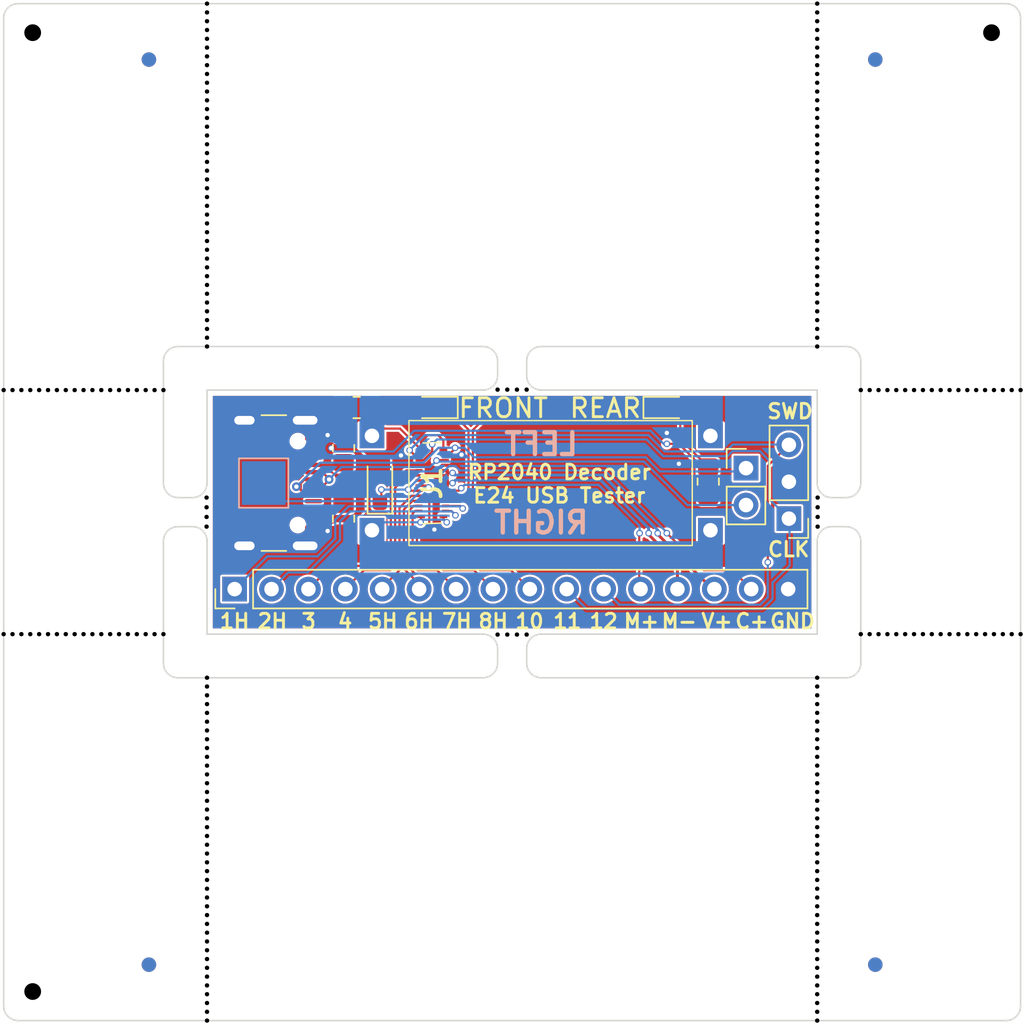
<source format=kicad_pcb>
(kicad_pcb (version 20240108) (generator "pcbnew") (generator_version "8.0")
  (layers (0 "F.Cu" signal) (31 "B.Cu" signal) (34 "B.Paste" user) (35 "F.Paste" user) (36 "B.SilkS" user "B.Silkscreen") (37 "F.SilkS" user "F.Silkscreen") (38 "B.Mask" user) (39 "F.Mask" user) (44 "Edge.Cuts" user))
  (net 0 "")
  (net 1 "Board_0-+5V")
  (net 2 "Board_0-/AUX1 (VDC)")
  (net 3 "Board_0-/AUX10")
  (net 4 "Board_0-/AUX11")
  (net 5 "Board_0-/AUX12")
  (net 6 "Board_0-/AUX2 (VDC)")
  (net 7 "Board_0-/AUX3")
  (net 8 "Board_0-/AUX4")
  (net 9 "Board_0-/AUX5 (VDC)")
  (net 10 "Board_0-/AUX6 (VDC)")
  (net 11 "Board_0-/AUX7 (VDC)")
  (net 12 "Board_0-/AUX8 (VDC)")
  (net 13 "Board_0-/CAP+")
  (net 14 "Board_0-/D+")
  (net 15 "Board_0-/D-")
  (net 16 "Board_0-/LAMP_FRONT")
  (net 17 "Board_0-/LAMP_REAR")
  (net 18 "Board_0-/MOTOR_A")
  (net 19 "Board_0-/MOTOR_B")
  (net 20 "Board_0-/TRACK_LEFT")
  (net 21 "Board_0-/TRACK_RIGHT")
  (net 22 "Board_0-GND")
  (net 23 "Board_0-Net-(D2-A)")
  (net 24 "Board_0-Net-(D3-A)")
  (net 25 "Board_0-Net-(P1-CC1)")
  (net 26 "Board_0-Net-(P1-CC2)")
  (net 27 "Board_0-VCC")
  (net 28 "Board_0-VDC")
  (net 29 "Board_0-unconnected-(P1-SBU1-PadA8)")
  (net 30 "Board_0-unconnected-(P1-SBU2-PadB8)")
  (footprint "NPTH" (layer "F.Cu") (at 169.5 81.528205)
    (property "Reference" "KiKit_MB_8_26" (hide yes))
    (property "Value" "NPTH" (hide yes))
  )
  (footprint "NPTH" (layer "F.Cu") (at 169.5 35.128206)
    (property "Reference" "KiKit_MB_6_26" (hide yes))
    (property "Value" "NPTH" (hide yes))
  )
  (footprint "NPTH" (layer "F.Cu") (at 115.333334 46.6)
    (property "Reference" "KiKit_MB_9_4" (hide yes))
    (property "Value" "NPTH" (hide yes))
  )
  (footprint "NPTH" (layer "F.Cu") (at 116.555556 63.4)
    (property "Reference" "KiKit_MB_10_6" (hide yes))
    (property "Value" "NPTH" (hide yes))
  )
  (footprint "NPTH" (layer "F.Cu") (at 169.5 24.235898)
    (property "Reference" "KiKit_MB_6_8" (hide yes))
    (property "Value" "NPTH" (hide yes))
  )
  (footprint "NPTH" (layer "F.Cu") (at 127.5 81.528205)
    (property "Reference" "KiKit_MB_7_26" (hide yes))
    (property "Value" "NPTH" (hide yes))
  )
  (footprint "NPTH" (layer "F.Cu") (at 172.5 63.4)
    (property "Reference" "KiKit_MB_12_1" (hide yes))
    (property "Value" "NPTH" (hide yes))
  )
  (footprint "NPTH" (layer "F.Cu") (at 127.5 87.579487)
    (property "Reference" "KiKit_MB_7_36" (hide yes))
    (property "Value" "NPTH" (hide yes))
  )
  (footprint "NPTH" (layer "F.Cu") (at 169.5 41.784616)
    (property "Reference" "KiKit_MB_6_37" (hide yes))
    (property "Value" "NPTH" (hide yes))
  )
  (footprint "NPTH" (layer "F.Cu") (at 127.47 54.666667)
    (property "Reference" "KiKit_MB_1_3" (hide yes))
    (property "Value" "NPTH" (hide yes))
  )
  (footprint "NPTH" (layer "F.Cu") (at 115.944445 63.4)
    (property "Reference" "KiKit_MB_10_5" (hide yes))
    (property "Value" "NPTH" (hide yes))
  )
  (footprint "NPTH" (layer "F.Cu") (at 117.166667 46.6)
    (property "Reference" "KiKit_MB_9_7" (hide yes))
    (property "Value" "NPTH" (hide yes))
  )
  (footprint "NPTH" (layer "F.Cu") (at 169.5 20)
    (property "Reference" "KiKit_MB_6_1" (hide yes))
    (property "Value" "NPTH" (hide yes))
  )
  (footprint "NPTH" (layer "F.Cu") (at 127.5 75.476923)
    (property "Reference" "KiKit_MB_7_16" (hide yes))
    (property "Value" "NPTH" (hide yes))
  )
  (footprint "NPTH" (layer "F.Cu") (at 183.5 46.6)
    (property "Reference" "KiKit_MB_11_19" (hide yes))
    (property "Value" "NPTH" (hide yes))
  )
  (footprint "NPTH" (layer "F.Cu") (at 127.5 29.076924)
    (property "Reference" "KiKit_MB_5_16" (hide yes))
    (property "Value" "NPTH" (hide yes))
  )
  (footprint "NPTH" (layer "F.Cu") (at 119.611112 46.6)
    (property "Reference" "KiKit_MB_9_11" (hide yes))
    (property "Value" "NPTH" (hide yes))
  )
  (footprint "Connector_PinHeader_2.54mm:PinHeader_1x02_P2.54mm_Vertical" (layer "F.Cu") (at 164.6 51.975)
    (property "Reference" "J3" (hide yes))
    (property "Value" "SPEAKER" (hide yes))
  )
  (footprint "NPTH" (layer "F.Cu") (at 169.5 21.815385)
    (property "Reference" "KiKit_MB_6_4" (hide yes))
    (property "Value" "NPTH" (hide yes))
  )
  (footprint "NPTH" (layer "F.Cu") (at 147.5 63.43)
    (property "Reference" "KiKit_MB_4_4" (hide yes))
    (property "Value" "NPTH" (hide yes))
  )
  (footprint "NPTH" (layer "F.Cu") (at 182.277777 46.6)
    (property "Reference" "KiKit_MB_11_17" (hide yes))
    (property "Value" "NPTH" (hide yes))
  )
  (footprint "NPTH" (layer "F.Cu") (at 169.5 39.969231)
    (property "Reference" "KiKit_MB_6_34" (hide yes))
    (property "Value" "NPTH" (hide yes))
  )
  (footprint "NPTH" (layer "F.Cu") (at 116.555556 46.6)
    (property "Reference" "KiKit_MB_9_6" (hide yes))
    (property "Value" "NPTH" (hide yes))
  )
  (footprint "NPTH" (layer "F.Cu") (at 172.5 46.6)
    (property "Reference" "KiKit_MB_11_1" (hide yes))
    (property "Value" "NPTH" (hide yes))
  )
  (footprint "Local Library:5050702422" (layer "F.Cu") (at 143 53 -90)
    (property "Reference" "J1")
    (property "Value" "505070-2422" (hide yes))
  )
  (footprint "NPTH" (layer "F.Cu") (at 127.5 86.974358)
    (property "Reference" "KiKit_MB_7_35" (hide yes))
    (property "Value" "NPTH" (hide yes))
  )
  (footprint "NPTH" (layer "F.Cu") (at 127.5 22.420513)
    (property "Reference" "KiKit_MB_5_5" (hide yes))
    (property "Value" "NPTH" (hide yes))
  )
  (footprint "NPTH" (layer "F.Cu") (at 127.5 74.871794)
    (property "Reference" "KiKit_MB_7_15" (hide yes))
    (property "Value" "NPTH" (hide yes))
  )
  (footprint "NPTH" (layer "F.Cu") (at 169.5 73.05641)
    (property "Reference" "KiKit_MB_8_12" (hide yes))
    (property "Value" "NPTH" (hide yes))
  )
  (footprint "NPTH" (layer "F.Cu") (at 127.5 86.36923)
    (property "Reference" "KiKit_MB_7_34" (hide yes))
    (property "Value" "NPTH" (hide yes))
  )
  (footprint "NPTH" (layer "F.Cu") (at 127.5 76.082051)
    (property "Reference" "KiKit_MB_7_17" (hide yes))
    (property "Value" "NPTH" (hide yes))
  )
  (footprint "NPTH" (layer "F.Cu") (at 169.5 25.446154)
    (property "Reference" "KiKit_MB_6_10" (hide yes))
    (property "Value" "NPTH" (hide yes))
  )
  (footprint "NPTH" (layer "F.Cu") (at 127.5 41.179488)
    (property "Reference" "KiKit_MB_5_36" (hide yes))
    (property "Value" "NPTH" (hide yes))
  )
  (footprint "NPTH" (layer "F.Cu") (at 127.5 35.733334)
    (property "Reference" "KiKit_MB_5_27" (hide yes))
    (property "Value" "NPTH" (hide yes))
  )
  (footprint "NPTH" (layer "F.Cu") (at 127.5 76.687179)
    (property "Reference" "KiKit_MB_7_18" (hide yes))
    (property "Value" "NPTH" (hide yes))
  )
  (footprint "NPTH" (layer "F.Cu") (at 178 63.4)
    (property "Reference" "KiKit_MB_12_10" (hide yes))
    (property "Value" "NPTH" (hide yes))
  )
  (footprint "Resistor_SMD:R_0805_2012Metric_Pad1.20x1.40mm_HandSolder" (layer "F.Cu") (at 136.9 50.6 90)
    (property "Reference" "R1" (hide yes))
    (property "Value" "5.1K" (hide yes))
  )
  (footprint "NPTH" (layer "F.Cu") (at 127.5 41.784616)
    (property "Reference" "KiKit_MB_5_37" (hide yes))
    (property "Value" "NPTH" (hide yes))
  )
  (footprint "NPTH" (layer "F.Cu") (at 127.5 67.610256)
    (property "Reference" "KiKit_MB_7_3" (hide yes))
    (property "Value" "NPTH" (hide yes))
  )
  (footprint "NPTH" (layer "F.Cu") (at 127.5 26.051283)
    (property "Reference" "KiKit_MB_5_11" (hide yes))
    (property "Value" "NPTH" (hide yes))
  )
  (footprint "NPTH" (layer "F.Cu") (at 113.5 46.6)
    (property "Reference" "KiKit_MB_9_1" (hide yes))
    (property "Value" "NPTH" (hide yes))
  )
  (footprint "NPTH" (layer "F.Cu") (at 169.5 66.4)
    (property "Reference" "KiKit_MB_8_1" (hide yes))
    (property "Value" "NPTH" (hide yes))
  )
  (footprint "NPTH" (layer "F.Cu") (at 169.5 69.425641)
    (property "Reference" "KiKit_MB_8_6" (hide yes))
    (property "Value" "NPTH" (hide yes))
  )
  (footprint "LED_SMD:LED_0603_1608Metric_Pad1.05x0.95mm_HandSolder" (layer "F.Cu") (at 143.1 47.8 180)
    (property "Reference" "D2" (hide yes))
    (property "Value" "LAMP_FRONT" (hide yes))
  )
  (footprint "NPTH" (layer "F.Cu") (at 118.388889 63.4)
    (property "Reference" "KiKit_MB_10_9" (hide yes))
    (property "Value" "NPTH" (hide yes))
  )
  (footprint "NPTH" (layer "F.Cu") (at 127.5 33.917949)
    (property "Reference" "KiKit_MB_5_24" (hide yes))
    (property "Value" "NPTH" (hide yes))
  )
  (footprint "NPTH" (layer "F.Cu") (at 176.166666 46.6)
    (property "Reference" "KiKit_MB_11_7" (hide yes))
    (property "Value" "NPTH" (hide yes))
  )
  (footprint "NPTH" (layer "F.Cu") (at 127.5 34.523077)
    (property "Reference" "KiKit_MB_5_25" (hide yes))
    (property "Value" "NPTH" (hide yes))
  )
  (footprint "NPTH" (layer "F.Cu") (at 117.777778 46.6)
    (property "Reference" "KiKit_MB_9_8" (hide yes))
    (property "Value" "NPTH" (hide yes))
  )
  (footprint "NPTH" (layer "F.Cu") (at 127.5 23.63077)
    (property "Reference" "KiKit_MB_5_7" (hide yes))
    (property "Value" "NPTH" (hide yes))
  )
  (footprint "NPTH" (layer "F.Cu") (at 127.5 73.661538)
    (property "Reference" "KiKit_MB_7_13" (hide yes))
    (property "Value" "NPTH" (hide yes))
  )
  (footprint "NPTH" (layer "F.Cu") (at 169.5 42.389744)
    (property "Reference" "KiKit_MB_6_38" (hide yes))
    (property "Value" "NPTH" (hide yes))
  )
  (footprint "NPTH" (layer "F.Cu") (at 174.944444 46.6)
    (property "Reference" "KiKit_MB_11_5" (hide yes))
    (property "Value" "NPTH" (hide yes))
  )
  (footprint "NPTH" (layer "F.Cu") (at 127.5 21.210257)
    (property "Reference" "KiKit_MB_5_3" (hide yes))
    (property "Value" "NPTH" (hide yes))
  )
  (footprint "Connector_USB:USB_C_Receptacle_GCT_USB4105-xx-A_16P_TopMnt_Horizontal" (layer "F.Cu") (at 131.15 53 -90)
    (property "Reference" "P1" (hide yes))
    (property "Value" "USB_C_Receptacle_USB2.0_16P" (hide yes))
  )
  (footprint "NPTH" (layer "F.Cu") (at 127.5 66.4)
    (property "Reference" "KiKit_MB_7_1" (hide yes))
    (property "Value" "NPTH" (hide yes))
  )
  (footprint "NPTH" (layer "F.Cu") (at 127.5 38.758975)
    (property "Reference" "KiKit_MB_5_32" (hide yes))
    (property "Value" "NPTH" (hide yes))
  )
  (footprint "NPTH" (layer "F.Cu") (at 115.5 22)
    (property "Reference" "KiKit_TO_1" (hide yes))
    (property "Value" "NPTH" (hide yes))
  )
  (footprint "NPTH" (layer "F.Cu") (at 169.5 24.841026)
    (property "Reference" "KiKit_MB_6_9" (hide yes))
    (property "Value" "NPTH" (hide yes))
  )
  (footprint "NPTH" (layer "F.Cu") (at 179.833333 63.4)
    (property "Reference" "KiKit_MB_12_13" (hide yes))
    (property "Value" "NPTH" (hide yes))
  )
  (footprint "NPTH" (layer "F.Cu") (at 169.5 88.184615)
    (property "Reference" "KiKit_MB_8_37" (hide yes))
    (property "Value" "NPTH" (hide yes))
  )
  (footprint "NPTH" (layer "F.Cu") (at 178.611111 46.6)
    (property "Reference" "KiKit_MB_11_11" (hide yes))
    (property "Value" "NPTH" (hide yes))
  )
  (footprint "NPTH" (layer "F.Cu") (at 127.5 42.994872)
    (property "Reference" "KiKit_MB_5_39" (hide yes))
    (property "Value" "NPTH" (hide yes))
  )
  (footprint "NPTH" (layer "F.Cu") (at 173.111111 46.6)
    (property "Reference" "KiKit_MB_11_2" (hide yes))
    (property "Value" "NPTH" (hide yes))
  )
  (footprint "NPTH" (layer "F.Cu") (at 113.5 63.4)
    (property "Reference" "KiKit_MB_10_1" (hide yes))
    (property "Value" "NPTH" (hide yes))
  )
  (footprint "NPTH" (layer "F.Cu") (at 169.5 83.343589)
    (property "Reference" "KiKit_MB_8_29" (hide yes))
    (property "Value" "NPTH" (hide yes))
  )
  (footprint "NPTH" (layer "F.Cu") (at 127.5 79.71282)
    (property "Reference" "KiKit_MB_7_23" (hide yes))
    (property "Value" "NPTH" (hide yes))
  )
  (footprint "NPTH" (layer "F.Cu") (at 169.5 70.635897)
    (property "Reference" "KiKit_MB_8_8" (hide yes))
    (property "Value" "NPTH" (hide yes))
  )
  (footprint "NPTH" (layer "F.Cu") (at 148.166667 46.57)
    (property "Reference" "KiKit_MB_3_2" (hide yes))
    (property "Value" "NPTH" (hide yes))
  )
  (footprint "NPTH" (layer "F.Cu") (at 169.5 37.548718)
    (property "Reference" "KiKit_MB_6_30" (hide yes))
    (property "Value" "NPTH" (hide yes))
  )
  (footprint "NPTH" (layer "F.Cu") (at 173.722222 63.4)
    (property "Reference" "KiKit_MB_12_3" (hide yes))
    (property "Value" "NPTH" (hide yes))
  )
  (footprint "NPTH" (layer "F.Cu") (at 127.5 32.102565)
    (property "Reference" "KiKit_MB_5_21" (hide yes))
    (property "Value" "NPTH" (hide yes))
  )
  (footprint "NPTH" (layer "F.Cu") (at 169.5 68.820512)
    (property "Reference" "KiKit_MB_8_5" (hide yes))
    (property "Value" "NPTH" (hide yes))
  )
  (footprint "NPTH" (layer "F.Cu") (at 127.5 89.394871)
    (property "Reference" "KiKit_MB_7_39" (hide yes))
    (property "Value" "NPTH" (hide yes))
  )
  (footprint "NPTH" (layer "F.Cu") (at 123.277778 63.4)
    (property "Reference" "KiKit_MB_10_17" (hide yes))
    (property "Value" "NPTH" (hide yes))
  )
  (footprint "NPTH" (layer "F.Cu") (at 127.5 83.948717)
    (property "Reference" "KiKit_MB_7_30" (hide yes))
    (property "Value" "NPTH" (hide yes))
  )
  (footprint "NPTH" (layer "F.Cu") (at 169.5 70.030769)
    (property "Reference" "KiKit_MB_8_7" (hide yes))
    (property "Value" "NPTH" (hide yes))
  )
  (footprint "NPTH" (layer "F.Cu") (at 169.5 42.994872)
    (property "Reference" "KiKit_MB_6_39" (hide yes))
    (property "Value" "NPTH" (hide yes))
  )
  (footprint "NPTH" (layer "F.Cu") (at 115.5 88)
    (property "Reference" "KiKit_TO_3" (hide yes))
    (property "Value" "NPTH" (hide yes))
  )
  (footprint "NPTH" (layer "F.Cu") (at 169.5 73.661538)
    (property "Reference" "KiKit_MB_8_13" (hide yes))
    (property "Value" "NPTH" (hide yes))
  )
  (footprint "NPTH" (layer "F.Cu") (at 169.5 36.338462)
    (property "Reference" "KiKit_MB_6_28" (hide yes))
    (property "Value" "NPTH" (hide yes))
  )
  (footprint "NPTH" (layer "F.Cu") (at 177.388888 46.6)
    (property "Reference" "KiKit_MB_11_9" (hide yes))
    (property "Value" "NPTH" (hide yes))
  )
  (footprint "NPTH" (layer "F.Cu") (at 114.111112 46.6)
    (property "Reference" "KiKit_MB_9_2" (hide yes))
    (property "Value" "NPTH" (hide yes))
  )
  (footprint "NPTH" (layer "F.Cu") (at 119 63.4)
    (property "Reference" "KiKit_MB_10_10" (hide yes))
    (property "Value" "NPTH" (hide yes))
  )
  (footprint "NPTH" (layer "F.Cu") (at 169.53 56)
    (property "Reference" "KiKit_MB_2_4" (hide yes))
    (property "Value" "NPTH" (hide yes))
  )
  (footprint "NPTH" (layer "F.Cu") (at 127.5 83.343589)
    (property "Reference" "KiKit_MB_7_29" (hide yes))
    (property "Value" "NPTH" (hide yes))
  )
  (footprint "NPTH" (layer "F.Cu") (at 127.5 77.292307)
    (property "Reference" "KiKit_MB_7_19" (hide yes))
    (property "Value" "NPTH" (hide yes))
  )
  (footprint "NPTH" (layer "F.Cu") (at 182.888888 63.4)
    (property "Reference" "KiKit_MB_12_18" (hide yes))
    (property "Value" "NPTH" (hide yes))
  )
  (footprint "NPTH" (layer "F.Cu") (at 179.222222 46.6)
    (property "Reference" "KiKit_MB_11_12" (hide yes))
    (property "Value" "NPTH" (hide yes))
  )
  (footprint "NPTH" (layer "F.Cu") (at 127.5 37.548718)
    (property "Reference" "KiKit_MB_5_30" (hide yes))
    (property "Value" "NPTH" (hide yes))
  )
  (footprint "NPTH" (layer "F.Cu") (at 148.833333 46.57)
    (property "Reference" "KiKit_MB_3_3" (hide yes))
    (property "Value" "NPTH" (hide yes))
  )
  (footprint "Diode_SMD:D_SOD-323_HandSoldering" (layer "F.Cu") (at 139.4 53.1 90)
    (property "Reference" "D1" (hide yes))
    (property "Value" "Backflow Diode" (hide yes))
  )
  (footprint "NPTH" (layer "F.Cu") (at 169.5 72.451282)
    (property "Reference" "KiKit_MB_8_11" (hide yes))
    (property "Value" "NPTH" (hide yes))
  )
  (footprint "NPTH" (layer "F.Cu") (at 181.666666 46.6)
    (property "Reference" "KiKit_MB_11_16" (hide yes))
    (property "Value" "NPTH" (hide yes))
  )
  (footprint "NPTH" (layer "F.Cu") (at 123.888889 46.6)
    (property "Reference" "KiKit_MB_9_18" (hide yes))
    (property "Value" "NPTH" (hide yes))
  )
  (footprint "Resistor_SMD:R_0805_2012Metric_Pad1.20x1.40mm_HandSolder" (layer "F.Cu") (at 137.8 47.8)
    (property "Reference" "R3" (hide yes))
    (property "Value" "220R" (hide yes))
  )
  (footprint "NPTH" (layer "F.Cu") (at 149.5 46.57)
    (property "Reference" "KiKit_MB_3_4" (hide yes))
    (property "Value" "NPTH" (hide yes))
  )
  (footprint "NPTH" (layer "F.Cu") (at 181.055555 46.6)
    (property "Reference" "KiKit_MB_11_15" (hide yes))
    (property "Value" "NPTH" (hide yes))
  )
  (footprint "NPTH" (layer "F.Cu") (at 127.5 30.892308)
    (property "Reference" "KiKit_MB_5_19" (hide yes))
    (property "Value" "NPTH" (hide yes))
  )
  (footprint "NPTH" (layer "F.Cu") (at 127.5 20.605129)
    (property "Reference" "KiKit_MB_5_2" (hide yes))
    (property "Value" "NPTH" (hide yes))
  )
  (footprint "NPTH" (layer "F.Cu") (at 127.5 71.241025)
    (property "Reference" "KiKit_MB_7_9" (hide yes))
    (property "Value" "NPTH" (hide yes))
  )
  (footprint "NPTH" (layer "F.Cu") (at 127.5 72.451282)
    (property "Reference" "KiKit_MB_7_11" (hide yes))
    (property "Value" "NPTH" (hide yes))
  )
  (footprint "NPTH" (layer "F.Cu") (at 169.5 75.476923)
    (property "Reference" "KiKit_MB_8_16" (hide yes))
    (property "Value" "NPTH" (hide yes))
  )
  (footprint "NPTH" (layer "F.Cu") (at 169.5 68.215384)
    (property "Reference" "KiKit_MB_8_4" (hide yes))
    (property "Value" "NPTH" (hide yes))
  )
  (footprint "NPTH" (layer "F.Cu") (at 127.5 77.897435)
    (property "Reference" "KiKit_MB_7_20" (hide yes))
    (property "Value" "NPTH" (hide yes))
  )
  (footprint "NPTH" (layer "F.Cu") (at 169.5 86.36923)
    (property "Reference" "KiKit_MB_8_34" (hide yes))
    (property "Value" "NPTH" (hide yes))
  )
  (footprint "NPTH" (layer "F.Cu") (at 122.055556 63.4)
    (property "Reference" "KiKit_MB_10_15" (hide yes))
    (property "Value" "NPTH" (hide yes))
  )
  (footprint "NPTH" (layer "F.Cu") (at 174.333333 63.4)
    (property "Reference" "KiKit_MB_12_4" (hide yes))
    (property "Value" "NPTH" (hide yes))
  )
  (footprint "NPTH" (layer "F.Cu") (at 169.53 54)
    (property "Reference" "KiKit_MB_2_1" (hide yes))
    (property "Value" "NPTH" (hide yes))
  )
  (footprint "LED_SMD:LED_0603_1608Metric_Pad1.05x0.95mm_HandSolder" (layer "F.Cu") (at 159.2 47.8)
    (property "Reference" "D3" (hide yes))
    (property "Value" "LAMP_REAR" (hide yes))
  )
  (footprint "NPTH" (layer "F.Cu") (at 174.333333 46.6)
    (property "Reference" "KiKit_MB_11_4" (hide yes))
    (property "Value" "NPTH" (hide yes))
  )
  (footprint "NPTH" (layer "F.Cu") (at 169.5 35.733334)
    (property "Reference" "KiKit_MB_6_27" (hide yes))
    (property "Value" "NPTH" (hide yes))
  )
  (footprint "NPTH" (layer "F.Cu") (at 122.055556 46.6)
    (property "Reference" "KiKit_MB_9_15" (hide yes))
    (property "Value" "NPTH" (hide yes))
  )
  (footprint "NPTH" (layer "F.Cu") (at 169.5 30.28718)
    (property "Reference" "KiKit_MB_6_18" (hide yes))
    (property "Value" "NPTH" (hide yes))
  )
  (footprint "NPTH" (layer "F.Cu") (at 169.5 40.574359)
    (property "Reference" "KiKit_MB_6_35" (hide yes))
    (property "Value" "NPTH" (hide yes))
  )
  (footprint "NPTH" (layer "F.Cu") (at 114.722223 46.6)
    (property "Reference" "KiKit_MB_9_3" (hide yes))
    (property "Value" "NPTH" (hide yes))
  )
  (footprint "NPTH" (layer "F.Cu") (at 115.333334 63.4)
    (property "Reference" "KiKit_MB_10_4" (hide yes))
    (property "Value" "NPTH" (hide yes))
  )
  (footprint "NPTH" (layer "F.Cu") (at 176.777777 46.6)
    (property "Reference" "KiKit_MB_11_8" (hide yes))
    (property "Value" "NPTH" (hide yes))
  )
  (footprint "NPTH" (layer "F.Cu") (at 114.722223 63.4)
    (property "Reference" "KiKit_MB_10_3" (hide yes))
    (property "Value" "NPTH" (hide yes))
  )
  (footprint "NPTH" (layer "F.Cu") (at 127.5 21.815385)
    (property "Reference" "KiKit_MB_5_4" (hide yes))
    (property "Value" "NPTH" (hide yes))
  )
  (footprint "NPTH" (layer "F.Cu") (at 169.5 84.553846)
    (property "Reference" "KiKit_MB_8_31" (hide yes))
    (property "Value" "NPTH" (hide yes))
  )
  (footprint "Resistor_SMD:R_0805_2012Metric_Pad1.20x1.40mm_HandSolder" (layer "F.Cu") (at 136.9 55.45 90)
    (property "Reference" "R2" (hide yes))
    (property "Value" "5.1K" (hide yes))
  )
  (footprint "NPTH" (layer "F.Cu") (at 118.388889 46.6)
    (property "Reference" "KiKit_MB_9_9" (hide yes))
    (property "Value" "NPTH" (hide yes))
  )
  (footprint "NPTH" (layer "F.Cu") (at 169.5 71.846153)
    (property "Reference" "KiKit_MB_8_10" (hide yes))
    (property "Value" "NPTH" (hide yes))
  )
  (footprint "NPTH" (layer "F.Cu") (at 127.5 30.28718)
    (property "Reference" "KiKit_MB_5_18" (hide yes))
    (property "Value" "NPTH" (hide yes))
  )
  (footprint "NPTH" (layer "F.Cu") (at 120.222223 46.6)
    (property "Reference" "KiKit_MB_9_12" (hide yes))
    (property "Value" "NPTH" (hide yes))
  )
  (footprint "NPTH" (layer "F.Cu") (at 169.53 54.666667)
    (property "Reference" "KiKit_MB_2_2" (hide yes))
    (property "Value" "NPTH" (hide yes))
  )
  (footprint "NPTH" (layer "F.Cu") (at 123.888889 63.4)
    (property "Reference" "KiKit_MB_10_18" (hide yes))
    (property "Value" "NPTH" (hide yes))
  )
  (footprint "NPTH" (layer "F.Cu") (at 127.47 56)
    (property "Reference" "KiKit_MB_1_1" (hide yes))
    (property "Value" "NPTH" (hide yes))
  )
  (footprint "NPTH" (layer "F.Cu") (at 127.5 90)
    (property "Reference" "KiKit_MB_7_40" (hide yes))
    (property "Value" "NPTH" (hide yes))
  )
  (footprint "NPTH" (layer "F.Cu") (at 127.5 79.107692)
    (property "Reference" "KiKit_MB_7_22" (hide yes))
    (property "Value" "NPTH" (hide yes))
  )
  (footprint "NPTH" (layer "F.Cu") (at 127.5 82.133333)
    (property "Reference" "KiKit_MB_7_27" (hide yes))
    (property "Value" "NPTH" (hide yes))
  )
  (footprint "NPTH" (layer "F.Cu") (at 176.166666 63.4)
    (property "Reference" "KiKit_MB_12_7" (hide yes))
    (property "Value" "NPTH" (hide yes))
  )
  (footprint "NPTH" (layer "F.Cu") (at 169.5 30.892308)
    (property "Reference" "KiKit_MB_6_19" (hide yes))
    (property "Value" "NPTH" (hide yes))
  )
  (footprint "NPTH" (layer "F.Cu") (at 127.5 29.682052)
    (property "Reference" "KiKit_MB_5_17" (hide yes))
    (property "Value" "NPTH" (hide yes))
  )
  (footprint "NPTH" (layer "F.Cu") (at 127.5 23.025642)
    (property "Reference" "KiKit_MB_5_6" (hide yes))
    (property "Value" "NPTH" (hide yes))
  )
  (footprint "NPTH" (layer "F.Cu") (at 169.5 85.158974)
    (property "Reference" "KiKit_MB_8_32" (hide yes))
    (property "Value" "NPTH" (hide yes))
  )
  (footprint "NPTH" (layer "F.Cu") (at 175.555555 63.4)
    (property "Reference" "KiKit_MB_12_6" (hide yes))
    (property "Value" "NPTH" (hide yes))
  )
  (footprint "NPTH" (layer "F.Cu") (at 182.888888 46.6)
    (property "Reference" "KiKit_MB_11_18" (hide yes))
    (property "Value" "NPTH" (hide yes))
  )
  (footprint "NPTH" (layer "F.Cu") (at 169.5 80.317948)
    (property "Reference" "KiKit_MB_8_24" (hide yes))
    (property "Value" "NPTH" (hide yes))
  )
  (footprint "NPTH" (layer "F.Cu") (at 177.388888 63.4)
    (property "Reference" "KiKit_MB_12_9" (hide yes))
    (property "Value" "NPTH" (hide yes))
  )
  (footprint "NPTH" (layer "F.Cu") (at 127.5 85.764102)
    (property "Reference" "KiKit_MB_7_33" (hide yes))
    (property "Value" "NPTH" (hide yes))
  )
  (footprint "NPTH" (layer "F.Cu") (at 176.777777 63.4)
    (property "Reference" "KiKit_MB_12_8" (hide yes))
    (property "Value" "NPTH" (hide yes))
  )
  (footprint "NPTH" (layer "F.Cu") (at 179.833333 46.6)
    (property "Reference" "KiKit_MB_11_13" (hide yes))
    (property "Value" "NPTH" (hide yes))
  )
  (footprint "NPTH" (layer "F.Cu") (at 169.5 82.133333)
    (property "Reference" "KiKit_MB_8_27" (hide yes))
    (property "Value" "NPTH" (hide yes))
  )
  (footprint "NPTH" (layer "F.Cu") (at 169.5 27.261539)
    (property "Reference" "KiKit_MB_6_13" (hide yes))
    (property "Value" "NPTH" (hide yes))
  )
  (footprint "NPTH" (layer "F.Cu") (at 173.722222 46.6)
    (property "Reference" "KiKit_MB_11_3" (hide yes))
    (property "Value" "NPTH" (hide yes))
  )
  (footprint "NPTH" (layer "F.Cu") (at 127.5 80.923076)
    (property "Reference" "KiKit_MB_7_25" (hide yes))
    (property "Value" "NPTH" (hide yes))
  )
  (footprint "NPTH" (layer "F.Cu") (at 169.5 41.179488)
    (property "Reference" "KiKit_MB_6_36" (hide yes))
    (property "Value" "NPTH" (hide yes))
  )
  (footprint "NPTH" (layer "F.Cu") (at 178 46.6)
    (property "Reference" "KiKit_MB_11_10" (hide yes))
    (property "Value" "NPTH" (hide yes))
  )
  (footprint "NPTH" (layer "F.Cu") (at 127.5 73.05641)
    (property "Reference" "KiKit_MB_7_12" (hide yes))
    (property "Value" "NPTH" (hide yes))
  )
  (footprint "NPTH" (layer "F.Cu") (at 127.5 27.866667)
    (property "Reference" "KiKit_MB_5_14" (hide yes))
    (property "Value" "NPTH" (hide yes))
  )
  (footprint "NPTH" (layer "F.Cu") (at 181.055555 63.4)
    (property "Reference" "KiKit_MB_12_15" (hide yes))
    (property "Value" "NPTH" (hide yes))
  )
  (footprint "NPTH" (layer "F.Cu") (at 127.47 54)
    (property "Reference" "KiKit_MB_1_4" (hide yes))
    (property "Value" "NPTH" (hide yes))
  )
  (footprint "NPTH" (layer "F.Cu") (at 169.5 76.082051)
    (property "Reference" "KiKit_MB_8_17" (hide yes))
    (property "Value" "NPTH" (hide yes))
  )
  (footprint "NPTH" (layer "F.Cu") (at 127.5 24.235898)
    (property "Reference" "KiKit_MB_5_8" (hide yes))
    (property "Value" "NPTH" (hide yes))
  )
  (footprint "NPTH" (layer "F.Cu") (at 127.5 39.364103)
    (property "Reference" "KiKit_MB_5_33" (hide yes))
    (property "Value" "NPTH" (hide yes))
  )
  (footprint "NPTH" (layer "F.Cu") (at 178.611111 63.4)
    (property "Reference" "KiKit_MB_12_11" (hide yes))
    (property "Value" "NPTH" (hide yes))
  )
  (footprint "NPTH" (layer "F.Cu") (at 169.5 83.948717)
    (property "Reference" "KiKit_MB_8_30" (hide yes))
    (property "Value" "NPTH" (hide yes))
  )
  (footprint "NPTH" (layer "F.Cu") (at 127.5 20)
    (property "Reference" "KiKit_MB_5_1" (hide yes))
    (property "Value" "NPTH" (hide yes))
  )
  (footprint "NPTH" (layer "F.Cu") (at 174.944444 63.4)
    (property "Reference" "KiKit_MB_12_5" (hide yes))
    (property "Value" "NPTH" (hide yes))
  )
  (footprint "NPTH" (layer "F.Cu") (at 169.5 29.076924)
    (property "Reference" "KiKit_MB_6_16" (hide yes))
    (property "Value" "NPTH" (hide yes))
  )
  (footprint "NPTH" (layer "F.Cu") (at 127.5 35.128206)
    (property "Reference" "KiKit_MB_5_26" (hide yes))
    (property "Value" "NPTH" (hide yes))
  )
  (footprint "NPTH" (layer "F.Cu") (at 127.5 28.471795)
    (property "Reference" "KiKit_MB_5_15" (hide yes))
    (property "Value" "NPTH" (hide yes))
  )
  (footprint "NPTH" (layer "F.Cu") (at 169.5 88.789743)
    (property "Reference" "KiKit_MB_8_38" (hide yes))
    (property "Value" "NPTH" (hide yes))
  )
  (footprint "NPTH" (layer "F.Cu") (at 179.222222 63.4)
    (property "Reference" "KiKit_MB_12_12" (hide yes))
    (property "Value" "NPTH" (hide yes))
  )
  (footprint "NPTH" (layer "F.Cu") (at 127.5 33.312821)
    (property "Reference" "KiKit_MB_5_23" (hide yes))
    (property "Value" "NPTH" (hide yes))
  )
  (footprint "NPTH" (layer "F.Cu") (at 169.5 78.502564)
    (property "Reference" "KiKit_MB_8_21" (hide yes))
    (property "Value" "NPTH" (hide yes))
  )
  (footprint "Fiducial" (layer "F.Cu") (at 173.5 23.85)
    (property "Reference" "KiKit_FID_T_2" (hide yes))
    (property "Value" "Fiducial" (hide yes))
  )
  (footprint "NPTH" (layer "F.Cu") (at 127.5 42.389744)
    (property "Reference" "KiKit_MB_5_38" (hide yes))
    (property "Value" "NPTH" (hide yes))
  )
  (footprint "NPTH" (layer "F.Cu") (at 117.777778 63.4)
    (property "Reference" "KiKit_MB_10_8" (hide yes))
    (property "Value" "NPTH" (hide yes))
  )
  (footprint "NPTH" (layer "F.Cu") (at 127.5 39.969231)
    (property "Reference" "KiKit_MB_5_34" (hide yes))
    (property "Value" "NPTH" (hide yes))
  )
  (footprint "NPTH" (layer "F.Cu") (at 169.5 26.656411)
    (property "Reference" "KiKit_MB_6_12" (hide yes))
    (property "Value" "NPTH" (hide yes))
  )
  (footprint "NPTH" (layer "F.Cu") (at 169.5 77.292307)
    (property "Reference" "KiKit_MB_8_19" (hide yes))
    (property "Value" "NPTH" (hide yes))
  )
  (footprint "NPTH" (layer "F.Cu") (at 169.5 67.005128)
    (property "Reference" "KiKit_MB_8_2" (hide yes))
    (property "Value" "NPTH" (hide yes))
  )
  (footprint "NPTH" (layer "F.Cu") (at 169.5 28.471795)
    (property "Reference" "KiKit_MB_6_15" (hide yes))
    (property "Value" "NPTH" (hide yes))
  )
  (footprint "NPTH" (layer "F.Cu") (at 169.5 23.025642)
    (property "Reference" "KiKit_MB_6_6" (hide yes))
    (property "Value" "NPTH" (hide yes))
  )
  (footprint "NPTH" (layer "F.Cu") (at 127.5 36.94359)
    (property "Reference" "KiKit_MB_5_29" (hide yes))
    (property "Value" "NPTH" (hide yes))
  )
  (footprint "NPTH" (layer "F.Cu") (at 127.5 32.707693)
    (property "Reference" "KiKit_MB_5_22" (hide yes))
    (property "Value" "NPTH" (hide yes))
  )
  (footprint "NPTH" (layer "F.Cu") (at 127.5 36.338462)
    (property "Reference" "KiKit_MB_5_28" (hide yes))
    (property "Value" "NPTH" (hide yes))
  )
  (footprint "NPTH" (layer "F.Cu") (at 127.5 25.446154)
    (property "Reference" "KiKit_MB_5_10" (hide yes))
    (property "Value" "NPTH" (hide yes))
  )
  (footprint "NPTH" (layer "F.Cu") (at 127.47 55.333333)
    (property "Reference" "KiKit_MB_1_2" (hide yes))
    (property "Value" "NPTH" (hide yes))
  )
  (footprint "NPTH" (layer "F.Cu") (at 127.5 78.502564)
    (property "Reference" "KiKit_MB_7_21" (hide yes))
    (property "Value" "NPTH" (hide yes))
  )
  (footprint "NPTH" (layer "F.Cu") (at 127.5 71.846153)
    (property "Reference" "KiKit_MB_7_10" (hide yes))
    (property "Value" "NPTH" (hide yes))
  )
  (footprint "NPTH" (layer "F.Cu") (at 123.277778 46.6)
    (property "Reference" "KiKit_MB_9_17" (hide yes))
    (property "Value" "NPTH" (hide yes))
  )
  (footprint "NPTH" (layer "F.Cu") (at 169.5 77.897435)
    (property "Reference" "KiKit_MB_8_20" (hide yes))
    (property "Value" "NPTH" (hide yes))
  )
  (footprint "NPTH" (layer "F.Cu") (at 127.5 88.789743)
    (property "Reference" "KiKit_MB_7_38" (hide yes))
    (property "Value" "NPTH" (hide yes))
  )
  (footprint "NPTH" (layer "F.Cu") (at 169.5 31.497436)
    (property "Reference" "KiKit_MB_6_20" (hide yes))
    (property "Value" "NPTH" (hide yes))
  )
  (footprint "NPTH" (layer "F.Cu") (at 127.5 38.153847)
    (property "Reference" "KiKit_MB_5_31" (hide yes))
    (property "Value" "NPTH" (hide yes))
  )
  (footprint "NPTH" (layer "F.Cu") (at 127.5 80.317948)
    (property "Reference" "KiKit_MB_7_24" (hide yes))
    (property "Value" "NPTH" (hide yes))
  )
  (footprint "NPTH" (layer "F.Cu") (at 127.5 27.261539)
    (property "Reference" "KiKit_MB_5_13" (hide yes))
    (property "Value" "NPTH" (hide yes))
  )
  (footprint "NPTH" (layer "F.Cu") (at 119 46.6)
    (property "Reference" "KiKit_MB_9_10" (hide yes))
    (property "Value" "NPTH" (hide yes))
  )
  (footprint "NPTH" (layer "F.Cu") (at 127.5 67.005128)
    (property "Reference" "KiKit_MB_7_2" (hide yes))
    (property "Value" "NPTH" (hide yes))
  )
  (footprint "NPTH" (layer "F.Cu") (at 147.5 46.57)
    (property "Reference" "KiKit_MB_3_1" (hide yes))
    (property "Value" "NPTH" (hide yes))
  )
  (footprint "NPTH" (layer "F.Cu") (at 122.666667 63.4)
    (property "Reference" "KiKit_MB_10_16" (hide yes))
    (property "Value" "NPTH" (hide yes))
  )
  (footprint "NPTH" (layer "F.Cu") (at 169.5 23.63077)
    (property "Reference" "KiKit_MB_6_7" (hide yes))
    (property "Value" "NPTH" (hide yes))
  )
  (footprint "NPTH" (layer "F.Cu") (at 169.5 74.871794)
    (property "Reference" "KiKit_MB_8_15" (hide yes))
    (property "Value" "NPTH" (hide yes))
  )
  (footprint "NPTH" (layer "F.Cu") (at 169.5 82.738461)
    (property "Reference" "KiKit_MB_8_28" (hide yes))
    (property "Value" "NPTH" (hide yes))
  )
  (footprint "NPTH" (layer "F.Cu") (at 169.5 87.579487)
    (property "Reference" "KiKit_MB_8_36" (hide yes))
    (property "Value" "NPTH" (hide yes))
  )
  (footprint "NPTH" (layer "F.Cu") (at 127.5 68.215384)
    (property "Reference" "KiKit_MB_7_4" (hide yes))
    (property "Value" "NPTH" (hide yes))
  )
  (footprint "NPTH" (layer "F.Cu") (at 181.666666 63.4)
    (property "Reference" "KiKit_MB_12_16" (hide yes))
    (property "Value" "NPTH" (hide yes))
  )
  (footprint "NPTH" (layer "F.Cu") (at 169.5 38.153847)
    (property "Reference" "KiKit_MB_6_31" (hide yes))
    (property "Value" "NPTH" (hide yes))
  )
  (footprint "NPTH" (layer "F.Cu") (at 169.5 90)
    (property "Reference" "KiKit_MB_8_40" (hide yes))
    (property "Value" "NPTH" (hide yes))
  )
  (footprint "NPTH" (layer "F.Cu") (at 127.5 69.425641)
    (property "Reference" "KiKit_MB_7_6" (hide yes))
    (property "Value" "NPTH" (hide yes))
  )
  (footprint "Fiducial" (layer "F.Cu") (at 123.5 23.85)
    (property "Reference" "KiKit_FID_T_1" (hide yes))
    (property "Value" "Fiducial" (hide yes))
  )
  (footprint "NPTH" (layer "F.Cu") (at 169.5 39.364103)
    (property "Reference" "KiKit_MB_6_33" (hide yes))
    (property "Value" "NPTH" (hide yes))
  )
  (footprint "NPTH" (layer "F.Cu") (at 149.5 63.43)
    (property "Reference" "KiKit_MB_4_1" (hide yes))
    (property "Value" "NPTH" (hide yes))
  )
  (footprint "NPTH" (layer "F.Cu") (at 119.611112 63.4)
    (property "Reference" "KiKit_MB_10_11" (hide yes))
    (property "Value" "NPTH" (hide yes))
  )
  (footprint "NPTH" (layer "F.Cu") (at 120.222223 63.4)
    (property "Reference" "KiKit_MB_10_12" (hide yes))
    (property "Value" "NPTH" (hide yes))
  )
  (footprint "NPTH" (layer "F.Cu") (at 127.5 26.656411)
    (property "Reference" "KiKit_MB_5_12" (hide yes))
    (property "Value" "NPTH" (hide yes))
  )
  (footprint "Resistor_SMD:R_0805_2012Metric_Pad1.20x1.40mm_HandSolder" (layer "F.Cu") (at 162 52.9 90)
    (property "Reference" "R4" (hide yes))
    (property "Value" "220R" (hide yes))
  )
  (footprint "NPTH" (layer "F.Cu") (at 180.444444 46.6)
    (property "Reference" "KiKit_MB_11_14" (hide yes))
    (property "Value" "NPTH" (hide yes))
  )
  (footprint "NPTH" (layer "F.Cu") (at 169.53 55.333333)
    (property "Reference" "KiKit_MB_2_3" (hide yes))
    (property "Value" "NPTH" (hide yes))
  )
  (footprint "NPTH" (layer "F.Cu") (at 169.5 32.102565)
    (property "Reference" "KiKit_MB_6_21" (hide yes))
    (property "Value" "NPTH" (hide yes))
  )
  (footprint "NPTH" (layer "F.Cu") (at 169.5 34.523077)
    (property "Reference" "KiKit_MB_6_25" (hide yes))
    (property "Value" "NPTH" (hide yes))
  )
  (footprint "NPTH" (layer "F.Cu") (at 181.5 22)
    (property "Reference" "KiKit_TO_2" (hide yes))
    (property "Value" "NPTH" (hide yes))
  )
  (footprint "NPTH" (layer "F.Cu") (at 127.5 70.030769)
    (property "Reference" "KiKit_MB_7_7" (hide yes))
    (property "Value" "NPTH" (hide yes))
  )
  (footprint "NPTH" (layer "F.Cu") (at 127.5 40.574359)
    (property "Reference" "KiKit_MB_5_35" (hide yes))
    (property "Value" "NPTH" (hide yes))
  )
  (footprint "NPTH" (layer "F.Cu") (at 127.5 82.738461)
    (property "Reference" "KiKit_MB_7_28" (hide yes))
    (property "Value" "NPTH" (hide yes))
  )
  (footprint "NPTH" (layer "F.Cu") (at 169.5 79.71282)
    (property "Reference" "KiKit_MB_8_23" (hide yes))
    (property "Value" "NPTH" (hide yes))
  )
  (footprint "NPTH" (layer "F.Cu") (at 180.444444 63.4)
    (property "Reference" "KiKit_MB_12_14" (hide yes))
    (property "Value" "NPTH" (hide yes))
  )
  (footprint "NPTH" (layer "F.Cu") (at 114.111112 63.4)
    (property "Reference" "KiKit_MB_10_2" (hide yes))
    (property "Value" "NPTH" (hide yes))
  )
  (footprint "NPTH" (layer "F.Cu") (at 127.5 43.6)
    (property "Reference" "KiKit_MB_5_40" (hide yes))
    (property "Value" "NPTH" (hide yes))
  )
  (footprint "NPTH" (layer "F.Cu") (at 127.5 68.820512)
    (property "Reference" "KiKit_MB_7_5" (hide yes))
    (property "Value" "NPTH" (hide yes))
  )
  (footprint "NPTH" (layer "F.Cu") (at 127.5 24.841026)
    (property "Reference" "KiKit_MB_5_9" (hide yes))
    (property "Value" "NPTH" (hide yes))
  )
  (footprint "NPTH" (layer "F.Cu") (at 148.166667 63.43)
    (property "Reference" "KiKit_MB_4_3" (hide yes))
    (property "Value" "NPTH" (hide yes))
  )
  (footprint "NPTH" (layer "F.Cu") (at 169.5 33.312821)
    (property "Reference" "KiKit_MB_6_23" (hide yes))
    (property "Value" "NPTH" (hide yes))
  )
  (footprint "NPTH" (layer "F.Cu") (at 122.666667 46.6)
    (property "Reference" "KiKit_MB_9_16" (hide yes))
    (property "Value" "NPTH" (hide yes))
  )
  (footprint "NPTH" (layer "F.Cu") (at 115.944445 46.6)
    (property "Reference" "KiKit_MB_9_5" (hide yes))
    (property "Value" "NPTH" (hide yes))
  )
  (footprint "NPTH" (layer "F.Cu") (at 127.5 31.497436)
    (property "Reference" "KiKit_MB_5_20" (hide yes))
    (property "Value" "NPTH" (hide yes))
  )
  (footprint "NPTH" (layer "F.Cu") (at 169.5 71.241025)
    (property "Reference" "KiKit_MB_8_9" (hide yes))
    (property "Value" "NPTH" (hide yes))
  )
  (footprint "NPTH" (layer "F.Cu") (at 182.277777 63.4)
    (property "Reference" "KiKit_MB_12_17" (hide yes))
    (property "Value" "NPTH" (hide yes))
  )
  (footprint "NPTH" (layer "F.Cu") (at 124.5 46.6)
    (property "Reference" "KiKit_MB_9_19" (hide yes))
    (property "Value" "NPTH" (hide yes))
  )
  (footprint "NPTH" (layer "F.Cu") (at 169.5 80.923076)
    (property "Reference" "KiKit_MB_8_25" (hide yes))
    (property "Value" "NPTH" (hide yes))
  )
  (footprint "Fiducial" (layer "F.Cu") (at 173.5 86.15)
    (property "Reference" "KiKit_FID_T_4" (hide yes))
    (property "Value" "Fiducial" (hide yes))
  )
  (footprint "NPTH" (layer "F.Cu") (at 127.5 74.266666)
    (property "Reference" "KiKit_MB_7_14" (hide yes))
    (property "Value" "NPTH" (hide yes))
  )
  (footprint "NPTH" (layer "F.Cu") (at 169.5 32.707693)
    (property "Reference" "KiKit_MB_6_22" (hide yes))
    (property "Value" "NPTH" (hide yes))
  )
  (footprint "NPTH" (layer "F.Cu") (at 127.5 70.635897)
    (property "Reference" "KiKit_MB_7_8" (hide yes))
    (property "Value" "NPTH" (hide yes))
  )
  (footprint "NPTH" (layer "F.Cu") (at 121.444445 63.4)
    (property "Reference" "KiKit_MB_10_14" (hide yes))
    (property "Value" "NPTH" (hide yes))
  )
  (footprint "NPTH" (layer "F.Cu") (at 127.5 88.184615)
    (property "Reference" "KiKit_MB_7_37" (hide yes))
    (property "Value" "NPTH" (hide yes))
  )
  (footprint "NPTH" (layer "F.Cu") (at 127.5 85.158974)
    (property "Reference" "KiKit_MB_7_32" (hide yes))
    (property "Value" "NPTH" (hide yes))
  )
  (footprint "Connector_PinHeader_2.54mm:PinHeader_1x03_P2.54mm_Vertical" (layer "F.Cu") (at 167.55 55.45 180)
    (property "Reference" "J2" (hide yes))
    (property "Value" "SWD" (hide yes))
  )
  (footprint "NPTH" (layer "F.Cu") (at 127.5 84.553846)
    (property "Reference" "KiKit_MB_7_31" (hide yes))
    (property "Value" "NPTH" (hide yes))
  )
  (footprint "NPTH" (layer "F.Cu") (at 169.5 22.420513)
    (property "Reference" "KiKit_MB_6_5" (hide yes))
    (property "Value" "NPTH" (hide yes))
  )
  (footprint "NPTH" (layer "F.Cu") (at 169.5 67.610256)
    (property "Reference" "KiKit_MB_8_3" (hide yes))
    (property "Value" "NPTH" (hide yes))
  )
  (footprint "NPTH" (layer "F.Cu") (at 173.111111 63.4)
    (property "Reference" "KiKit_MB_12_2" (hide yes))
    (property "Value" "NPTH" (hide yes))
  )
  (footprint "NPTH" (layer "F.Cu") (at 169.5 38.758975)
    (property "Reference" "KiKit_MB_6_32" (hide yes))
    (property "Value" "NPTH" (hide yes))
  )
  (footprint "NPTH" (layer "F.Cu") (at 120.833334 46.6)
    (property "Reference" "KiKit_MB_9_13" (hide yes))
    (property "Value" "NPTH" (hide yes))
  )
  (footprint "NPTH" (layer "F.Cu") (at 124.5 63.4)
    (property "Reference" "KiKit_MB_10_19" (hide yes))
    (property "Value" "NPTH" (hide yes))
  )
  (footprint "NPTH" (layer "F.Cu") (at 169.5 89.394871)
    (property "Reference" "KiKit_MB_8_39" (hide yes))
    (property "Value" "NPTH" (hide yes))
  )
  (footprint "NPTH" (layer "F.Cu") (at 169.5 79.107692)
    (property "Reference" "KiKit_MB_8_22" (hide yes))
    (property "Value" "NPTH" (hide yes))
  )
  (footprint "NPTH" (layer "F.Cu") (at 169.5 85.764102)
    (property "Reference" "KiKit_MB_8_33" (hide yes))
    (property "Value" "NPTH" (hide yes))
  )
  (footprint "NPTH" (layer "F.Cu") (at 175.555555 46.6)
    (property "Reference" "KiKit_MB_11_6" (hide yes))
    (property "Value" "NPTH" (hide yes))
  )
  (footprint "NPTH" (layer "F.Cu") (at 148.833333 63.43)
    (property "Reference" "KiKit_MB_4_2" (hide yes))
    (property "Value" "NPTH" (hide yes))
  )
  (footprint "NPTH" (layer "F.Cu") (at 169.5 27.866667)
    (property "Reference" "KiKit_MB_6_14" (hide yes))
    (property "Value" "NPTH" (hide yes))
  )
  (footprint "NPTH" (layer "F.Cu") (at 169.5 33.917949)
    (property "Reference" "KiKit_MB_6_24" (hide yes))
    (property "Value" "NPTH" (hide yes))
  )
  (footprint "Fiducial" (layer "F.Cu") (at 123.5 86.15)
    (property "Reference" "KiKit_FID_T_3" (hide yes))
    (property "Value" "Fiducial" (hide yes))
  )
  (footprint "NPTH" (layer "F.Cu") (at 169.5 74.266666)
    (property "Reference" "KiKit_MB_8_14" (hide yes))
    (property "Value" "NPTH" (hide yes))
  )
  (footprint "NPTH" (layer "F.Cu") (at 169.5 20.605129)
    (property "Reference" "KiKit_MB_6_2" (hide yes))
    (property "Value" "NPTH" (hide yes))
  )
  (footprint "NPTH" (layer "F.Cu") (at 121.444445 46.6)
    (property "Reference" "KiKit_MB_9_14" (hide yes))
    (property "Value" "NPTH" (hide yes))
  )
  (footprint "NPTH" (layer "F.Cu") (at 169.5 43.6)
    (property "Reference" "KiKit_MB_6_40" (hide yes))
    (property "Value" "NPTH" (hide yes))
  )
  (footprint "NPTH" (layer "F.Cu") (at 169.5 86.974358)
    (property "Reference" "KiKit_MB_8_35" (hide yes))
    (property "Value" "NPTH" (hide yes))
  )
  (footprint "NPTH" (layer "F.Cu") (at 169.5 76.687179)
    (property "Reference" "KiKit_MB_8_18" (hide yes))
    (property "Value" "NPTH" (hide yes))
  )
  (footprint "NPTH" (layer "F.Cu") (at 120.833334 63.4)
    (property "Reference" "KiKit_MB_10_13" (hide yes))
    (property "Value" "NPTH" (hide yes))
  )
  (footprint "NPTH" (layer "F.Cu") (at 169.5 29.682052)
    (property "Reference" "KiKit_MB_6_17" (hide yes))
    (property "Value" "NPTH" (hide yes))
  )
  (footprint "Connector_PinHeader_2.54mm:PinHeader_1x16_P2.54mm_Vertical" (layer "F.Cu") (at 129.4 60.3 90)
    (property "Reference" "J4" (hide yes))
    (property "Value" "MISC1" (hide yes))
  )
  (footprint "NPTH" (layer "F.Cu") (at 117.166667 63.4)
    (property "Reference" "KiKit_MB_10_7" (hide yes))
    (property "Value" "NPTH" (hide yes))
  )
  (footprint "NPTH" (layer "F.Cu") (at 183.5 63.4)
    (property "Reference" "KiKit_MB_12_19" (hide yes))
    (property "Value" "NPTH" (hide yes))
  )
  (footprint "NPTH" (layer "F.Cu") (at 169.5 26.051283)
    (property "Reference" "KiKit_MB_6_11" (hide yes))
    (property "Value" "NPTH" (hide yes))
  )
  (footprint "NPTH" (layer "F.Cu") (at 169.5 21.210257)
    (property "Reference" "KiKit_MB_6_3" (hide yes))
    (property "Value" "NPTH" (hide yes))
  )
  (footprint "NPTH" (layer "F.Cu") (at 169.5 36.94359)
    (property "Reference" "KiKit_MB_6_29" (hide yes))
    (property "Value" "NPTH" (hide yes))
  )
  (footprint "Fiducial" (layer "B.Cu") (at 123.5 86.15)
    (property "Reference" "KiKit_FID_B_3" (hide yes))
    (property "Value" "Fiducial" (hide yes))
  )
  (footprint "Fiducial" (layer "B.Cu") (at 123.5 23.85)
    (property "Reference" "KiKit_FID_B_1" (hide yes))
    (property "Value" "Fiducial" (hide yes))
  )
  (footprint "Fiducial" (layer "B.Cu") (at 173.5 86.15)
    (property "Reference" "KiKit_FID_B_4" (hide yes))
    (property "Value" "Fiducial" (hide yes))
  )
  (footprint "TestPoint:TestPoint_Pad_3.0x3.0mm" (layer "B.Cu") (at 131.4 53 180)
    (property "Reference" "TP1" (hide yes))
    (property "Value" "VCC" (hide yes))
  )
  (footprint "Local Library:N_Gauge_Rail" (layer "B.Cu") (at 150.5 53 180)
    (property "Reference" "J8" (hide yes))
    (property "Value" "RAIL_PADS" (hide yes))
  )
  (footprint "Fiducial" (layer "B.Cu") (at 173.5 23.85)
    (property "Reference" "KiKit_FID_B_2" (hide yes))
    (property "Value" "Fiducial" (hide yes))
  )
  (gr_rect (start 141.4 48.7) (end 160.9 57.3) (stroke (width 0.1)) (fill none) (layer "F.SilkS"))
  (gr_line (start 172.489187 56.852416) (end 172.495189 56.90108) (stroke (width 0.1)) (layer "Edge.Cuts"))
  (gr_line (start 182.512257 89.999397) (end 182.585759 89.995786) (stroke (width 0.1)) (layer "Edge.Cuts"))
  (gr_line (start 172.480804 44.404104) (end 172.489187 44.452416) (stroke (width 0.1)) (layer "Edge.Cuts"))
  (gr_line (start 124.943985 53.831637) (end 124.903896 53.803404) (stroke (width 0.1)) (layer "Edge.Cuts"))
  (gr_line (start 147.498796 65.450018) (end 147.495189 65.498919) (stroke (width 0.1)) (layer "Edge.Cuts"))
  (gr_line (start 127.498796 56.949981) (end 127.5 56.999012) (stroke (width 0.1)) (layer "Edge.Cuts"))
  (gr_line (start 127.014588 56.142129) (end 127.056014 56.168362) (stroke (width 0.1)) (layer "Edge.Cuts"))
  (gr_line (start 147.134758 66.173237) (end 147.096103 66.203404) (stroke (width 0.1)) (layer "Edge.Cuts"))
  (gr_line (start 125.40108 53.995189) (end 125.352416 53.989187) (stroke (width 0.1)) (layer "Edge.Cuts"))
  (gr_line (start 150.256262 66.37006) (end 150.209005 66.356983) (stroke (width 0.1)) (layer "Edge.Cuts"))
  (gr_line (start 149.529939 45.843737) (end 149.519195 45.795895) (stroke (width 0.1)) (layer "Edge.Cuts"))
  (gr_line (start 182.610132 20.006612) (end 182.598012 20.005117) (stroke (width 0.1)) (layer "Edge.Cuts"))
  (gr_line (start 183.045064 89.837766) (end 183.055382 89.831232) (stroke (width 0.1)) (layer "Edge.Cuts"))
  (gr_line (start 124.510812 56.852416) (end 124.519195 56.804104) (stroke (width 0.1)) (layer "Edge.Cuts"))
  (gr_line (start 126.598919 53.995189) (end 126.550018 53.998796) (stroke (width 0.1)) (layer "Edge.Cuts"))
  (gr_line (start 124.543016 65.690994) (end 124.529939 65.643737) (stroke (width 0.1)) (layer "Edge.Cuts"))
  (gr_line (start 113.517417 89.182974) (end 113.519505 89.195007) (stroke (width 0.1)) (layer "Edge.Cuts"))
  (gr_line (start 171.550018 56.001203) (end 171.598919 56.00481) (stroke (width 0.1)) (layer "Edge.Cuts"))
  (gr_line (start 183.482586 89.18295) (end 183.493383 89.110156) (stroke (width 0.1)) (layer "Edge.Cuts"))
  (gr_line (start 126.550018 56.001203) (end 126.598919 56.00481) (stroke (width 0.1)) (layer "Edge.Cuts"))
  (gr_line (start 182.801839 89.952805) (end 182.871128 89.928014) (stroke (width 0.1)) (layer "Edge.Cuts"))
  (gr_line (start 114.209826 89.956658) (end 114.221596 89.959916) (stroke (width 0.1)) (layer "Edge.Cuts"))
  (gr_line (start 124.642129 65.914588) (end 124.61796 65.871925) (stroke (width 0.1)) (layer "Edge.Cuts"))
  (gr_line (start 170.162447 53.941602) (end 170.116699 53.923955) (stroke (width 0.1)) (layer "Edge.Cuts"))
  (gr_line (start 183.494887 89.097963) (end 183.495785 89.085783) (stroke (width 0.1)) (layer "Edge.Cuts"))
  (gr_line (start 172.056014 56.168362) (end 172.096103 56.196595) (stroke (width 0.1)) (layer "Edge.Cuts"))
  (gr_line (start 150.40108 43.60481) (end 150.449981 43.601203) (stroke (width 0.1)) (layer "Edge.Cuts"))
  (gr_line (start 172.441602 44.262447) (end 172.456983 44.309005) (stroke (width 0.1)) (layer "Edge.Cuts"))
  (gr_line (start 114.402036 89.994887) (end 114.414216 89.995785) (stroke (width 0.1)) (layer "Edge.Cuts"))
  (gr_line (start 113.505117 89.098012) (end 113.506612 89.110132) (stroke (width 0.1)) (layer "Edge.Cuts"))
  (gr_line (start 146.743737 66.37006) (end 146.695895 66.380804) (stroke (width 0.1)) (layer "Edge.Cuts"))
  (gr_line (start 149.75879 63.728112) (end 149.7926 63.6926) (stroke (width 0.1)) (layer "Edge.Cuts"))
  (gr_line (start 125.209005 53.956983) (end 125.162447 53.941602) (stroke (width 0.1)) (layer "Edge.Cuts"))
  (gr_line (start 183.482582 20.817025) (end 183.480494 20.804992) (stroke (width 0.1)) (layer "Edge.Cuts"))
  (gr_line (start 171.647583 43.610812) (end 171.695895 43.619195) (stroke (width 0.1)) (layer "Edge.Cuts"))
  (gr_line (start 149.7926 46.307399) (end 149.75879 46.271887) (stroke (width 0.1)) (layer "Edge.Cuts"))
  (gr_line (start 171.598919 66.395189) (end 171.550018 66.398796) (stroke (width 0.1)) (layer "Edge.Cuts"))
  (gr_line (start 172.207399 56.2926) (end 172.241209 56.328112) (stroke (width 0.1)) (layer "Edge.Cuts"))
  (gr_line (start 147.056014 66.231637) (end 147.014588 66.25787) (stroke (width 0.1)) (layer "Edge.Cuts"))
  (gr_line (start 172.134758 56.226762) (end 172.171887 56.25879) (stroke (width 0.1)) (layer "Edge.Cuts"))
  (gr_line (start 150.499012 46.6) (end 150.449981 46.598796) (stroke (width 0.1)) (layer "Edge.Cuts"))
  (gr_line (start 149.668362 44.043985) (end 149.696595 44.003896) (stroke (width 0.1)) (layer "Edge.Cuts"))
  (gr_line (start 113.801968 20.284668) (end 113.793123 20.293089) (stroke (width 0.1)) (layer "Edge.Cuts"))
  (gr_line (start 149.865241 66.173237) (end 149.828112 66.141209) (stroke (width 0.1)) (layer "Edge.Cuts"))
  (gr_line (start 124.519195 53.195895) (end 124.510812 53.147583) (stroke (width 0.1)) (layer "Edge.Cuts"))
  (gr_line (start 147.014588 46.45787) (end 146.971925 46.482039) (stroke (width 0.1)) (layer "Edge.Cuts"))
  (gr_line (start 113.719693 89.624555) (end 113.727207 89.634182) (stroke (width 0.1)) (layer "Edge.Cuts"))
  (gr_line (start 124.943985 56.168362) (end 124.985411 56.142129) (stroke (width 0.1)) (layer "Edge.Cuts"))
  (gr_line (start 147.495189 45.698919) (end 147.489187 45.747583) (stroke (width 0.1)) (layer "Edge.Cuts"))
  (gr_line (start 171.695895 43.619195) (end 171.743737 43.629939) (stroke (width 0.1)) (layer "Edge.Cuts"))
  (gr_line (start 113.727238 89.63422) (end 113.735214 89.643468) (stroke (width 0.1)) (layer "Edge.Cuts"))
  (gr_line (start 113.543341 20.709826) (end 113.540083 20.721596) (stroke (width 0.1)) (layer "Edge.Cuts"))
  (gr_line (start 114.389843 20.006616) (end 114.317049 20.017413) (stroke (width 0.1)) (layer "Edge.Cuts"))
  (gr_line (start 127.47006 56.756262) (end 127.480804 56.804104) (stroke (width 0.1)) (layer "Edge.Cuts"))
  (gr_line (start 147.171887 46.341209) (end 147.134758 46.373237) (stroke (width 0.1)) (layer "Edge.Cuts"))
  (gr_line (start 149.543016 64.109005) (end 149.558397 64.062447) (stroke (width 0.1)) (layer "Edge.Cuts"))
  (gr_line (start 127.423955 56.616699) (end 127.441602 56.662447) (stroke (width 0.1)) (layer "Edge.Cuts"))
  (gr_line (start 113.735231 89.643486) (end 113.784651 89.698013) (stroke (width 0.1)) (layer "Edge.Cuts"))
  (gr_line (start 114.389867 89.993387) (end 114.401987 89.994882) (stroke (width 0.1)) (layer "Edge.Cuts"))
  (gr_line (start 127.056014 53.831637) (end 127.014588 53.85787) (stroke (width 0.1)) (layer "Edge.Cuts"))
  (gr_line (start 149.865241 43.826762) (end 149.903896 43.796595) (stroke (width 0.1)) (layer "Edge.Cuts"))
  (gr_line (start 114.018098 89.875624) (end 114.028723 89.881643) (stroke (width 0.1)) (layer "Edge.Cuts"))
  (gr_line (start 114.293005 20.022196) (end 114.221619 20.040077) (stroke (width 0.1)) (layer "Edge.Cuts"))
  (gr_line (start 149.519195 45.795895) (end 149.510812 45.747583) (stroke (width 0.1)) (layer "Edge.Cuts"))
  (gr_line (start 124.7926 53.707399) (end 124.75879 53.671887) (stroke (width 0.1)) (layer "Edge.Cuts"))
  (gr_line (start 183.480494 89.195007) (end 183.482582 89.182974) (stroke (width 0.1)) (layer "Edge.Cuts"))
  (gr_line (start 172.382039 56.528074) (end 172.404085 56.571872) (stroke (width 0.1)) (layer "Edge.Cuts"))
  (gr_line (start 126.743737 56.029939) (end 126.790994 56.043016) (stroke (width 0.1)) (layer "Edge.Cuts"))
  (gr_line (start 169.865241 56.226762) (end 169.903896 56.196595) (stroke (width 0.1)) (layer "Edge.Cuts"))
  (gr_line (start 149.696595 63.803896) (end 149.726762 63.765241) (stroke (width 0.1)) (layer "Edge.Cuts"))
  (gr_line (start 172.498796 56.949981) (end 172.5 56.999012) (stroke (width 0.1)) (layer "Edge.Cuts"))
  (gr_line (start 147.207399 63.6926) (end 147.241209 63.728112) (stroke (width 0.1)) (layer "Edge.Cuts"))
  (gr_line (start 127.382039 56.528074) (end 127.404085 56.571872) (stroke (width 0.1)) (layer "Edge.Cuts"))
  (gr_line (start 170.304104 53.980804) (end 170.256262 53.97006) (stroke (width 0.1)) (layer "Edge.Cuts"))
  (gr_line (start 172.303404 44.003896) (end 172.331637 44.043985) (stroke (width 0.1)) (layer "Edge.Cuts"))
  (gr_line (start 172.35787 44.085411) (end 172.382039 44.128074) (stroke (width 0.1)) (layer "Edge.Cuts"))
  (gr_line (start 124.943985 66.231637) (end 124.903896 66.203404) (stroke (width 0.1)) (layer "Edge.Cuts"))
  (gr_line (start 147.423955 45.9833) (end 147.404085 46.028127) (stroke (width 0.1)) (layer "Edge.Cuts"))
  (gr_line (start 172.404085 53.428127) (end 172.382039 53.471925) (stroke (width 0.1)) (layer "Edge.Cuts"))
  (gr_line (start 146.8833 66.323955) (end 146.837552 66.341602) (stroke (width 0.1)) (layer "Edge.Cuts"))
  (gr_line (start 172.241209 53.671887) (end 172.207399 53.707399) (stroke (width 0.1)) (layer "Edge.Cuts"))
  (gr_line (start 124.903896 56.196595) (end 124.943985 56.168362) (stroke (width 0.1)) (layer "Edge.Cuts"))
  (gr_line (start 150.028074 63.51796) (end 150.071872 63.495914) (stroke (width 0.1)) (layer "Edge.Cuts"))
  (gr_line (start 127.014588 53.85787) (end 126.971925 53.882039) (stroke (width 0.1)) (layer "Edge.Cuts"))
  (gr_line (start 147.423955 44.216699) (end 147.441602 44.262447) (stroke (width 0.1)) (layer "Edge.Cuts"))
  (gr_line (start 125.499012 66.4) (end 125.449981 66.398796) (stroke (width 0.1)) (layer "Edge.Cuts"))
  (gr_line (start 183.324158 20.434572) (end 183.280321 20.375464) (stroke (width 0.1)) (layer "Edge.Cuts"))
  (gr_line (start 172.134758 43.826762) (end 172.171887 43.85879) (stroke (width 0.1)) (layer "Edge.Cuts"))
  (gr_line (start 127.241209 56.328112) (end 127.273237 56.365241) (stroke (width 0.1)) (layer "Edge.Cuts"))
  (gr_line (start 169.558397 53.337552) (end 169.543016 53.290994) (stroke (width 0.1)) (layer "Edge.Cuts"))
  (gr_line (start 124.828112 53.741209) (end 124.7926 53.707399) (stroke (width 0.1)) (layer "Edge.Cuts"))
  (gr_line (start 125.449981 56.001203) (end 125.499012 56) (stroke (width 0.1)) (layer "Edge.Cuts"))
  (gr_line (start 149.501203 64.349981) (end 149.50481 64.30108) (stroke (width 0.1)) (layer "Edge.Cuts"))
  (gr_line (start 124.519195 65.595895) (end 124.510812 65.547583) (stroke (width 0.1)) (layer "Edge.Cuts"))
  (gr_line (start 169.543016 53.290994) (end 169.529939 53.243737) (stroke (width 0.1)) (layer "Edge.Cuts"))
  (gr_line (start 182.882545 20.076389) (end 182.871151 20.071994) (stroke (width 0.1)) (layer "Edge.Cuts"))
  (gr_line (start 172.495189 56.90108) (end 172.498796 56.949981) (stroke (width 0.1)) (layer "Edge.Cuts"))
  (gr_line (start 150.449981 43.601203) (end 150.499012 43.6) (stroke (width 0.1)) (layer "Edge.Cuts"))
  (gr_line (start 149.595914 44.171872) (end 149.61796 44.128074) (stroke (width 0.1)) (layer "Edge.Cuts"))
  (gr_line (start 172.441602 53.337552) (end 172.423955 53.3833) (stroke (width 0.1)) (layer "Edge.Cuts"))
  (gr_line (start 150.256262 43.629939) (end 150.304104 43.619195) (stroke (width 0.1)) (layer "Edge.Cuts"))
  (gr_line (start 127.441602 53.337552) (end 127.423955 53.3833) (stroke (width 0.1)) (layer "Edge.Cuts"))
  (gr_line (start 125.352416 66.389187) (end 125.304104 66.380804) (stroke (width 0.1)) (layer "Edge.Cuts"))
  (gr_line (start 171.550018 43.601203) (end 171.598919 43.60481) (stroke (width 0.1)) (layer "Edge.Cuts"))
  (gr_line (start 146.647583 43.610812) (end 146.695895 43.619195) (stroke (width 0.1)) (layer "Edge.Cuts"))
  (gr_line (start 114.317049 89.982586) (end 114.389843 89.993383) (stroke (width 0.1)) (layer "Edge.Cuts"))
  (gr_line (start 171.8833 53.923955) (end 171.837552 53.941602) (stroke (width 0.1)) (layer "Edge.Cuts"))
  (gr_line (start 113.505112 20.902036) (end 113.504214 20.914216) (stroke (width 0.1)) (layer "Edge.Cuts"))
  (gr_line (start 127.5 53.000987) (end 127.498796 53.050018) (stroke (width 0.1)) (layer "Edge.Cuts"))
  (gr_line (start 150.071872 63.495914) (end 150.116699 63.476044) (stroke (width 0.1)) (layer "Edge.Cuts"))
  (gr_line (start 124.510812 44.452416) (end 124.519195 44.404104) (stroke (width 0.1)) (layer "Edge.Cuts"))
  (gr_line (start 125.071872 43.695914) (end 125.116699 43.676044) (stroke (width 0.1)) (layer "Edge.Cuts"))
  (gr_line (start 125.116699 53.923955) (end 125.071872 53.904085) (stroke (width 0.1)) (layer "Edge.Cuts"))
  (gr_line (start 171.971925 53.882039) (end 171.928127 53.904085) (stroke (width 0.1)) (layer "Edge.Cuts"))
  (gr_line (start 125.449981 43.601203) (end 125.499012 43.6) (stroke (width 0.1)) (layer "Edge.Cuts"))
  (gr_line (start 183.381643 20.528723) (end 183.375624 20.518098) (stroke (width 0.1)) (layer "Edge.Cuts"))
  (gr_line (start 127.5 56.999012) (end 127.5 63.387727) (stroke (width 0.1)) (layer "Edge.Cuts"))
  (gr_line (start 169.529939 56.756262) (end 169.543016 56.709005) (stroke (width 0.1)) (layer "Edge.Cuts"))
  (gr_line (start 182.871128 20.071985) (end 182.801839 20.047194) (stroke (width 0.1)) (layer "Edge.Cuts"))
  (gr_line (start 170.352416 53.989187) (end 170.304104 53.980804) (stroke (width 0.1)) (layer "Edge.Cuts"))
  (gr_line (start 149.50481 45.698919) (end 149.501203 45.650018) (stroke (width 0.1)) (layer "Edge.Cuts"))
  (gr_line (start 149.985411 43.742129) (end 150.028074 43.71796) (stroke (width 0.1)) (layer "Edge.Cuts"))
  (gr_line (start 146.743737 63.429939) (end 146.790994 63.443016) (stroke (width 0.1)) (layer "Edge.Cuts"))
  (gr_line (start 127.404085 56.571872) (end 127.423955 56.616699) (stroke (width 0.1)) (layer "Edge.Cuts"))
  (gr_line (start 172.498796 53.050018) (end 172.495189 53.098919) (stroke (width 0.1)) (layer "Edge.Cuts"))
  (gr_line (start 149.61796 44.128074) (end 149.642129 44.085411) (stroke (width 0.1)) (layer "Edge.Cuts"))
  (gr_line (start 149.985411 66.25787) (end 149.943985 66.231637) (stroke (width 0.1)) (layer "Edge.Cuts"))
  (gr_line (start 172.47006 56.756262) (end 172.480804 56.804104) (stroke (width 0.1)) (layer "Edge.Cuts"))
  (gr_line (start 124.543016 53.290994) (end 124.529939 53.243737) (stroke (width 0.1)) (layer "Edge.Cuts"))
  (gr_line (start 172.382039 53.471925) (end 172.35787 53.514588) (stroke (width 0.1)) (layer "Edge.Cuts"))
  (gr_line (start 172.423955 65.7833) (end 172.404085 65.828127) (stroke (width 0.1)) (layer "Edge.Cuts"))
  (gr_line (start 172.241209 56.328112) (end 172.273237 56.365241) (stroke (width 0.1)) (layer "Edge.Cuts"))
  (gr_line (start 147.456983 45.890994) (end 147.441602 45.937552) (stroke (width 0.1)) (layer "Edge.Cuts"))
  (gr_line (start 147.241209 66.071887) (end 147.207399 66.107399) (stroke (width 0.1)) (layer "Edge.Cuts"))
  (gr_line (start 182.68295 20.017413) (end 182.610156 20.006616) (stroke (width 0.1)) (layer "Edge.Cuts"))
  (gr_line (start 150.071872 46.504085) (end 150.028074 46.482039) (stroke (width 0.1)) (layer "Edge.Cuts"))
  (gr_line (start 169.5 63.387727) (end 169.5 56.999012) (stroke (width 0.1)) (layer "Edge.Cuts"))
  (gr_line (start 172.331637 65.956014) (end 172.303404 65.996103) (stroke (width 0.1)) (layer "Edge.Cuts"))
  (gr_line (start 172.134758 66.173237) (end 172.096103 66.203404) (stroke (width 0.1)) (layer "Edge.Cuts"))
  (gr_line (start 169.510812 56.852416) (end 169.519195 56.804104) (stroke (width 0.1)) (layer "Edge.Cuts"))
  (gr_line (start 170.209005 56.043016) (end 170.256262 56.029939) (stroke (width 0.1)) (layer "Edge.Cuts"))
  (gr_line (start 172.273237 53.634758) (end 172.241209 53.671887) (stroke (width 0.1)) (layer "Edge.Cuts"))
  (gr_line (start 124.501203 44.549981) (end 124.50481 44.50108) (stroke (width 0.1)) (layer "Edge.Cuts"))
  (gr_line (start 183.499397 20.987742) (end 183.495786 20.91424) (stroke (width 0.1)) (layer "Edge.Cuts"))
  (gr_line (start 172.480804 53.195895) (end 172.47006 53.243737) (stroke (width 0.1)) (layer "Edge.Cuts"))
  (gr_line (start 113.618356 89.471276) (end 113.624375 89.481901) (stroke (width 0.1)) (layer "Edge.Cuts"))
  (gr_line (start 149.50481 64.30108) (end 149.510812 64.252416) (stroke (width 0.1)) (layer "Edge.Cuts"))
  (gr_line (start 171.790994 66.356983) (end 171.743737 66.37006) (stroke (width 0.1)) (layer "Edge.Cuts"))
  (gr_line (start 127.273237 56.365241) (end 127.303404 56.403896) (stroke (width 0.1)) (layer "Edge.Cuts"))
  (gr_line (start 114.117409 20.076408) (end 114.106244 20.081357) (stroke (width 0.1)) (layer "Edge.Cuts"))
  (gr_line (start 171.647583 56.010812) (end 171.695895 56.019195) (stroke (width 0.1)) (layer "Edge.Cuts"))
  (gr_line (start 146.550018 46.598796) (end 146.500987 46.6) (stroke (width 0.1)) (layer "Edge.Cuts"))
  (gr_line (start 169.595914 53.428127) (end 169.576044 53.3833) (stroke (width 0.1)) (layer "Edge.Cuts"))
  (gr_line (start 169.576044 53.3833) (end 169.558397 53.337552) (stroke (width 0.1)) (layer "Edge.Cuts"))
  (gr_line (start 124.865241 43.826762) (end 124.903896 43.796595) (stroke (width 0.1)) (layer "Edge.Cuts"))
  (gr_line (start 170.116699 56.076044) (end 170.162447 56.058397) (stroke (width 0.1)) (layer "Edge.Cuts"))
  (gr_line (start 147.382039 44.128074) (end 147.404085 44.171872) (stroke (width 0.1)) (layer "Edge.Cuts"))
  (gr_line (start 183.387157 20.539675) (end 183.381666 20.528767) (stroke (width 0.1)) (layer "Edge.Cuts"))
  (gr_line (start 113.624388 89.481923) (end 113.662221 89.545043) (stroke (width 0.1)) (layer "Edge.Cuts"))
  (gr_line (start 182.706994 89.977803) (end 182.77838 89.959922) (stroke (width 0.1)) (layer "Edge.Cuts"))
  (gr_line (start 182.695055 89.980484) (end 182.706971 89.977808) (stroke (width 0.1)) (layer "Edge.Cuts"))
  (gr_line (start 171.971925 43.71796) (end 172.014588 43.742129) (stroke (width 0.1)) (layer "Edge.Cuts"))
  (gr_line (start 182.487727 20) (end 114.512272 20) (stroke (width 0.1)) (layer "Edge.Cuts"))
  (gr_line (start 124.903896 66.203404) (end 124.865241 66.173237) (stroke (width 0.1)) (layer "Edge.Cuts"))
  (gr_line (start 150.116699 43.676044) (end 150.162447 43.658397) (stroke (width 0.1)) (layer "Edge.Cuts"))
  (gr_line (start 169.75879 53.671887) (end 169.726762 53.634758) (stroke (width 0.1)) (layer "Edge.Cuts"))
  (gr_line (start 169.903896 56.196595) (end 169.943985 56.168362) (stroke (width 0.1)) (layer "Edge.Cuts"))
  (gr_line (start 149.61796 65.871925) (end 149.595914 65.828127) (stroke (width 0.1)) (layer "Edge.Cuts"))
  (gr_line (start 126.790994 56.043016) (end 126.837552 56.058397) (stroke (width 0.1)) (layer "Edge.Cuts"))
  (gr_line (start 172.495189 65.498919) (end 172.489187 65.547583) (stroke (width 0.1)) (layer "Edge.Cuts"))
  (gr_line (start 182.971276 89.881643) (end 182.981901 89.875624) (stroke (width 0.1)) (layer "Edge.Cuts"))
  (gr_line (start 124.696595 65.996103) (end 124.668362 65.956014) (stroke (width 0.1)) (layer "Edge.Cuts"))
  (gr_line (start 146.500987 46.6) (end 127.512272 46.6) (stroke (width 0.1)) (layer "Edge.Cuts"))
  (gr_line (start 124.595914 53.428127) (end 124.576044 53.3833) (stroke (width 0.1)) (layer "Edge.Cuts"))
  (gr_line (start 182.971232 20.118333) (end 182.960324 20.112842) (stroke (width 0.1)) (layer "Edge.Cuts"))
  (gr_line (start 125.40108 56.00481) (end 125.449981 56.001203) (stroke (width 0.1)) (layer "Edge.Cuts"))
  (gr_line (start 125.162447 66.341602) (end 125.116699 66.323955) (stroke (width 0.1)) (layer "Edge.Cuts"))
  (gr_line (start 125.256262 53.97006) (end 125.209005 53.956983) (stroke (width 0.1)) (layer "Edge.Cuts"))
  (gr_line (start 124.668362 65.956014) (end 124.642129 65.914588) (stroke (width 0.1)) (layer "Edge.Cuts"))
  (gr_line (start 147.014588 66.25787) (end 146.971925 66.282039) (stroke (width 0.1)) (layer "Edge.Cuts"))
  (gr_line (start 172.495189 44.50108) (end 172.498796 44.549981) (stroke (width 0.1)) (layer "Edge.Cuts"))
  (gr_line (start 146.695895 46.580804) (end 146.647583 46.589187) (stroke (width 0.1)) (layer "Edge.Cuts"))
  (gr_line (start 113.5 21.012272) (end 113.5 88.987727) (stroke (width 0.1)) (layer "Edge.Cuts"))
  (gr_line (start 182.893755 20.081357) (end 182.88259 20.076408) (stroke (width 0.1)) (layer "Edge.Cuts"))
  (gr_line (start 169.943985 53.831637) (end 169.903896 53.803404) (stroke (width 0.1)) (layer "Edge.Cuts"))
  (gr_line (start 171.695895 66.380804) (end 171.647583 66.389187) (stroke (width 0.1)) (layer "Edge.Cuts"))
  (gr_line (start 183.143486 89.764768) (end 183.198013 89.715348) (stroke (width 0.1)) (layer "Edge.Cuts"))
  (gr_line (start 125.499012 56) (end 126.500987 56) (stroke (width 0.1)) (layer "Edge.Cuts"))
  (gr_line (start 113.519515 89.195055) (end 113.522191 89.206971) (stroke (width 0.1)) (layer "Edge.Cuts"))
  (gr_line (start 150.209005 63.443016) (end 150.256262 63.429939) (stroke (width 0.1)) (layer "Edge.Cuts"))
  (gr_line (start 169.828112 53.741209) (end 169.7926 53.707399) (stroke (width 0.1)) (layer "Edge.Cuts"))
  (gr_line (start 171.928127 66.304085) (end 171.8833 66.323955) (stroke (width 0.1)) (layer "Edge.Cuts"))
  (gr_line (start 172.096103 66.203404) (end 172.056014 66.231637) (stroke (width 0.1)) (layer "Edge.Cuts"))
  (gr_line (start 172.207399 66.107399) (end 172.171887 66.141209) (stroke (width 0.1)) (layer "Edge.Cuts"))
  (gr_line (start 171.743737 56.029939) (end 171.790994 56.043016) (stroke (width 0.1)) (layer "Edge.Cuts"))
  (gr_line (start 113.540077 20.721619) (end 113.522196 20.793005) (stroke (width 0.1)) (layer "Edge.Cuts"))
  (gr_line (start 127.331637 56.443985) (end 127.35787 56.485411) (stroke (width 0.1)) (layer "Edge.Cuts"))
  (gr_line (start 147.441602 44.262447) (end 147.456983 44.309005) (stroke (width 0.1)) (layer "Edge.Cuts"))
  (gr_line (start 125.304104 66.380804) (end 125.256262 66.37006) (stroke (width 0.1)) (layer "Edge.Cuts"))
  (gr_line (start 169.726762 56.365241) (end 169.75879 56.328112) (stroke (width 0.1)) (layer "Edge.Cuts"))
  (gr_line (start 169.903896 53.803404) (end 169.865241 53.773237) (stroke (width 0.1)) (layer "Edge.Cuts"))
  (gr_line (start 124.529939 53.243737) (end 124.519195 53.195895) (stroke (width 0.1)) (layer "Edge.Cuts"))
  (gr_line (start 127.5 63.387752) (end 127.50027 63.398754) (stroke (width 0.1)) (layer "Edge.Cuts"))
  (gr_line (start 183.331205 20.444576) (end 183.324173 20.434592) (stroke (width 0.1)) (layer "Edge.Cuts"))
  (gr_line (start 171.500987 54) (end 170.499012 54) (stroke (width 0.1)) (layer "Edge.Cuts"))
  (gr_line (start 183.480484 20.804944) (end 183.477808 20.793028) (stroke (width 0.1)) (layer "Edge.Cuts"))
  (gr_line (start 127.35787 56.485411) (end 127.382039 56.528074) (stroke (width 0.1)) (layer "Edge.Cuts"))
  (gr_line (start 113.865817 89.772792) (end 113.875444 89.780306) (stroke (width 0.1)) (layer "Edge.Cuts"))
  (gr_line (start 147.056014 63.568362) (end 147.096103 63.596595) (stroke (width 0.1)) (layer "Edge.Cuts"))
  (gr_line (start 172.273237 43.965241) (end 172.303404 44.003896) (stroke (width 0.1)) (layer "Edge.Cuts"))
  (gr_line (start 147.480804 64.204104) (end 147.489187 64.252416) (stroke (width 0.1)) (layer "Edge.Cuts"))
  (gr_line (start 113.504214 89.085783) (end 113.505112 89.097963) (stroke (width 0.1)) (layer "Edge.Cuts"))
  (gr_line (start 182.487752 89.999999) (end 182.512233 89.999398) (stroke (width 0.1)) (layer "Edge.Cuts"))
  (gr_line (start 147.404085 44.171872) (end 147.423955 44.216699) (stroke (width 0.1)) (layer "Edge.Cuts"))
  (gr_line (start 149.543016 44.309005) (end 149.558397 44.262447) (stroke (width 0.1)) (layer "Edge.Cuts"))
  (gr_line (start 147.35787 46.114588) (end 147.331637 46.156014) (stroke (width 0.1)) (layer "Edge.Cuts"))
  (gr_line (start 169.595914 56.571872) (end 169.61796 56.528074) (stroke (width 0.1)) (layer "Edge.Cuts"))
  (gr_line (start 147.171887 66.141209) (end 147.134758 66.173237) (stroke (width 0.1)) (layer "Edge.Cuts"))
  (gr_line (start 169.985411 56.142129) (end 170.028074 56.11796) (stroke (width 0.1)) (layer "Edge.Cuts"))
  (gr_line (start 182.512233 20.000601) (end 182.487752 20) (stroke (width 0.1)) (layer "Edge.Cuts"))
  (gr_line (start 150.209005 46.556983) (end 150.162447 46.541602) (stroke (width 0.1)) (layer "Edge.Cuts"))
  (gr_line (start 146.500987 43.6) (end 146.550018 43.601203) (stroke (width 0.1)) (layer "Edge.Cuts"))
  (gr_line (start 147.171887 63.65879) (end 147.207399 63.6926) (stroke (width 0.1)) (layer "Edge.Cuts"))
  (gr_line (start 183.456644 20.709779) (end 183.452813 20.698183) (stroke (width 0.1)) (layer "Edge.Cuts"))
  (gr_line (start 125.209005 56.043016) (end 125.256262 56.029939) (stroke (width 0.1)) (layer "Edge.Cuts"))
  (gr_line (start 171.695895 53.980804) (end 171.647583 53.989187) (stroke (width 0.1)) (layer "Edge.Cuts"))
  (gr_line (start 147.498796 44.549981) (end 147.5 44.599012) (stroke (width 0.1)) (layer "Edge.Cuts"))
  (gr_line (start 149.828112 43.85879) (end 149.865241 43.826762) (stroke (width 0.1)) (layer "Edge.Cuts"))
  (gr_line (start 146.790994 66.356983) (end 146.743737 66.37006) (stroke (width 0.1)) (layer "Edge.Cuts"))
  (gr_line (start 147.35787 44.085411) (end 147.382039 44.128074) (stroke (width 0.1)) (layer "Edge.Cuts"))
  (gr_line (start 172.207399 53.707399) (end 172.171887 53.741209) (stroke (width 0.1)) (layer "Edge.Cuts"))
  (gr_line (start 149.558397 45.937552) (end 149.543016 45.890994) (stroke (width 0.1)) (layer "Edge.Cuts"))
  (gr_line (start 127.5 46.612272) (end 127.5 53.000987) (stroke (width 0.1)) (layer "Edge.Cuts"))
  (gr_line (start 183.280321 89.624535) (end 183.324158 89.565427) (stroke (width 0.1)) (layer "Edge.Cuts"))
  (gr_line (start 183.280306 20.375444) (end 183.272792 20.365817) (stroke (width 0.1)) (layer "Edge.Cuts"))
  (gr_line (start 147.404085 46.028127) (end 147.382039 46.071925) (stroke (width 0.1)) (layer "Edge.Cuts"))
  (gr_line (start 182.77838 20.040077) (end 182.706994 20.022196) (stroke (width 0.1)) (layer "Edge.Cuts"))
  (gr_line (start 147.303404 65.996103) (end 147.273237 66.034758) (stroke (width 0.1)) (layer "Edge.Cuts"))
  (gr_line (start 172.056014 53.831637) (end 172.014588 53.85787) (stroke (width 0.1)) (layer "Edge.Cuts"))
  (gr_line (start 124.558397 53.337552) (end 124.543016 53.290994) (stroke (width 0.1)) (layer "Edge.Cuts"))
  (gr_line (start 150.028074 43.71796) (end 150.071872 43.695914) (stroke (width 0.1)) (layer "Edge.Cuts"))
  (gr_line (start 127.382039 53.471925) (end 127.35787 53.514588) (stroke (width 0.1)) (layer "Edge.Cuts"))
  (gr_line (start 169.865241 53.773237) (end 169.828112 53.741209) (stroke (width 0.1)) (layer "Edge.Cuts"))
  (gr_line (start 183.452805 20.69816) (end 183.428014 20.628871) (stroke (width 0.1)) (layer "Edge.Cuts"))
  (gr_line (start 125.449981 53.998796) (end 125.40108 53.995189) (stroke (width 0.1)) (layer "Edge.Cuts"))
  (gr_line (start 149.642129 63.885411) (end 149.668362 63.843985) (stroke (width 0.1)) (layer "Edge.Cuts"))
  (gr_line (start 149.543016 45.890994) (end 149.529939 45.843737) (stroke (width 0.1)) (layer "Edge.Cuts"))
  (gr_line (start 124.61796 53.471925) (end 124.595914 53.428127) (stroke (width 0.1)) (layer "Edge.Cuts"))
  (gr_line (start 124.5 56.999012) (end 124.501203 56.949981) (stroke (width 0.1)) (layer "Edge.Cuts"))
  (gr_line (start 169.61796 56.528074) (end 169.642129 56.485411) (stroke (width 0.1)) (layer "Edge.Cuts"))
  (gr_line (start 114.039697 89.887168) (end 114.106222 89.918632) (stroke (width 0.1)) (layer "Edge.Cuts"))
  (gr_line (start 183.045043 20.162221) (end 182.981923 20.124388) (stroke (width 0.1)) (layer "Edge.Cuts"))
  (gr_line (start 126.598919 56.00481) (end 126.647583 56.010812) (stroke (width 0.1)) (layer "Edge.Cuts"))
  (gr_line (start 147.207399 43.8926) (end 147.241209 43.928112) (stroke (width 0.1)) (layer "Edge.Cuts"))
  (gr_line (start 126.647583 53.989187) (end 126.598919 53.995189) (stroke (width 0.1)) (layer "Edge.Cuts"))
  (gr_line (start 172.207399 43.8926) (end 172.241209 43.928112) (stroke (width 0.1)) (layer "Edge.Cuts"))
  (gr_line (start 147.331637 65.956014) (end 147.303404 65.996103) (stroke (width 0.1)) (layer "Edge.Cuts"))
  (gr_line (start 124.595914 65.828127) (end 124.576044 65.7833) (stroke (width 0.1)) (layer "Edge.Cuts"))
  (gr_line (start 149.61796 46.071925) (end 149.595914 46.028127) (stroke (width 0.1)) (layer "Edge.Cuts"))
  (gr_line (start 127.498796 53.050018) (end 127.495189 53.098919) (stroke (width 0.1)) (layer "Edge.Cuts"))
  (gr_line (start 146.928127 43.695914) (end 146.971925 43.71796) (stroke (width 0.1)) (layer "Edge.Cuts"))
  (gr_line (start 147.382039 63.928074) (end 147.404085 63.971872) (stroke (width 0.1)) (layer "Edge.Cuts"))
  (gr_line (start 169.696595 56.403896) (end 169.726762 56.365241) (stroke (width 0.1)) (layer "Edge.Cuts"))
  (gr_line (start 147.5 44.599012) (end 147.5 45.600987) (stroke (width 0.1)) (layer "Edge.Cuts"))
  (gr_line (start 147.207399 46.307399) (end 147.171887 46.341209) (stroke (width 0.1)) (layer "Edge.Cuts"))
  (gr_line (start 149.903896 43.796595) (end 149.943985 43.768362) (stroke (width 0.1)) (layer "Edge.Cuts"))
  (gr_line (start 113.571985 20.628871) (end 113.547194 20.69816) (stroke (width 0.1)) (layer "Edge.Cuts"))
  (gr_line (start 149.595914 65.828127) (end 149.576044 65.7833) (stroke (width 0.1)) (layer "Edge.Cuts"))
  (gr_line (start 183.206876 20.293089) (end 183.198031 20.284668) (stroke (width 0.1)) (layer "Edge.Cuts"))
  (gr_line (start 127.480804 56.804104) (end 127.489187 56.852416) (stroke (width 0.1)) (layer "Edge.Cuts"))
  (gr_line (start 146.695895 63.419195) (end 146.743737 63.429939) (stroke (width 0.1)) (layer "Edge.Cuts"))
  (gr_line (start 124.558397 56.662447) (end 124.576044 56.616699) (stroke (width 0.1)) (layer "Edge.Cuts"))
  (gr_line (start 150.071872 43.695914) (end 150.116699 43.676044) (stroke (width 0.1)) (layer "Edge.Cuts"))
  (gr_line (start 127.096103 56.196595) (end 127.134758 56.226762) (stroke (width 0.1)) (layer "Edge.Cuts"))
  (gr_line (start 125.449981 66.398796) (end 125.40108 66.395189) (stroke (width 0.1)) (layer "Edge.Cuts"))
  (gr_line (start 149.943985 46.431637) (end 149.903896 46.403404) (stroke (width 0.1)) (layer "Edge.Cuts"))
  (gr_line (start 183.423591 20.617409) (end 183.418642 20.606244) (stroke (width 0.1)) (layer "Edge.Cuts"))
  (gr_line (start 172.171887 66.141209) (end 172.134758 66.173237) (stroke (width 0.1)) (layer "Edge.Cuts"))
  (gr_line (start 113.581367 89.393777) (end 113.612831 89.460302) (stroke (width 0.1)) (layer "Edge.Cuts"))
  (gr_line (start 171.500987 43.6) (end 171.550018 43.601203) (stroke (width 0.1)) (layer "Edge.Cuts"))
  (gr_line (start 126.837552 53.941602) (end 126.790994 53.956983) (stroke (width 0.1)) (layer "Edge.Cuts"))
  (gr_line (start 124.595914 44.171872) (end 124.61796 44.128074) (stroke (width 0.1)) (layer "Edge.Cuts"))
  (gr_line (start 147.47006 65.643737) (end 147.456983 65.690994) (stroke (width 0.1)) (layer "Edge.Cuts"))
  (gr_line (start 172.014588 66.25787) (end 171.971925 66.282039) (stroke (width 0.1)) (layer "Edge.Cuts"))
  (gr_line (start 126.695895 56.019195) (end 126.743737 56.029939) (stroke (width 0.1)) (layer "Edge.Cuts"))
  (gr_line (start 183.055382 20.168767) (end 183.045064 20.162233) (stroke (width 0.1)) (layer "Edge.Cuts"))
  (gr_line (start 146.837552 63.458397) (end 146.8833 63.476044) (stroke (width 0.1)) (layer "Edge.Cuts"))
  (gr_line (start 127.207399 56.2926) (end 127.241209 56.328112) (stroke (width 0.1)) (layer "Edge.Cuts"))
  (gr_line (start 171.743737 53.97006) (end 171.695895 53.980804) (stroke (width 0.1)) (layer "Edge.Cuts"))
  (gr_line (start 124.61796 56.528074) (end 124.642129 56.485411) (stroke (width 0.1)) (layer "Edge.Cuts"))
  (gr_line (start 124.576044 53.3833) (end 124.558397 53.337552) (stroke (width 0.1)) (layer "Edge.Cuts"))
  (gr_line (start 169.5 53.000987) (end 169.5 46.612272) (stroke (width 0.1)) (layer "Edge.Cuts"))
  (gr_line (start 113.576408 89.38259) (end 113.581357 89.393755) (stroke (width 0.1)) (layer "Edge.Cuts"))
  (gr_line (start 172.404085 65.828127) (end 172.382039 65.871925) (stroke (width 0.1)) (layer "Edge.Cuts"))
  (gr_line (start 182.598012 89.994882) (end 182.610132 89.993387) (stroke (width 0.1)) (layer "Edge.Cuts"))
  (gr_line (start 125.071872 53.904085) (end 125.028074 53.882039) (stroke (width 0.1)) (layer "Edge.Cuts"))
  (gr_line (start 125.162447 43.658397) (end 125.209005 43.643016) (stroke (width 0.1)) (layer "Edge.Cuts"))
  (gr_line (start 114.209779 20.043355) (end 114.198183 20.047186) (stroke (width 0.1)) (layer "Edge.Cuts"))
  (gr_line (start 183.5 88.987727) (end 183.5 21.012272) (stroke (width 0.1)) (layer "Edge.Cuts"))
  (gr_line (start 183.42361 89.382545) (end 183.428005 89.371151) (stroke (width 0.1)) (layer "Edge.Cuts"))
  (gr_line (start 146.971925 46.482039) (end 146.928127 46.504085) (stroke (width 0.1)) (layer "Edge.Cuts"))
  (gr_line (start 149.576044 45.9833) (end 149.558397 45.937552) (stroke (width 0.1)) (layer "Edge.Cuts"))
  (gr_line (start 124.75879 43.928112) (end 124.7926 43.8926) (stroke (width 0.1)) (layer "Edge.Cuts"))
  (gr_line (start 124.519195 56.804104) (end 124.529939 56.756262) (stroke (width 0.1)) (layer "Edge.Cuts"))
  (gr_line (start 147.303404 46.196103) (end 147.273237 46.234758) (stroke (width 0.1)) (layer "Edge.Cuts"))
  (gr_line (start 147.456983 44.309005) (end 147.47006 44.356262) (stroke (width 0.1)) (layer "Edge.Cuts"))
  (gr_line (start 172.489187 65.547583) (end 172.480804 65.595895) (stroke (width 0.1)) (layer "Edge.Cuts"))
  (gr_line (start 170.256262 53.97006) (end 170.209005 53.956983) (stroke (width 0.1)) (layer "Edge.Cuts"))
  (gr_line (start 169.499999 46.612247) (end 169.499729 46.601245) (stroke (width 0.1)) (layer "Edge.Cuts"))
  (gr_line (start 124.529939 65.643737) (end 124.519195 65.595895) (stroke (width 0.1)) (layer "Edge.Cuts"))
  (gr_line (start 146.550018 63.401203) (end 146.598919 63.40481) (stroke (width 0.1)) (layer "Edge.Cuts"))
  (gr_line (start 182.597963 20.005112) (end 182.585783 20.004214) (stroke (width 0.1)) (layer "Edge.Cuts"))
  (gr_line (start 171.971925 56.11796) (end 172.014588 56.142129) (stroke (width 0.1)) (layer "Edge.Cuts"))
  (gr_line (start 149.642129 65.914588) (end 149.61796 65.871925) (stroke (width 0.1)) (layer "Edge.Cuts"))
  (gr_line (start 149.576044 65.7833) (end 149.558397 65.737552) (stroke (width 0.1)) (layer "Edge.Cuts"))
  (gr_line (start 169.50481 53.098919) (end 169.501203 53.050018) (stroke (width 0.1)) (layer "Edge.Cuts"))
  (gr_line (start 125.028074 53.882039) (end 124.985411 53.85787) (stroke (width 0.1)) (layer "Edge.Cuts"))
  (gr_line (start 127.331637 53.556014) (end 127.303404 53.596103) (stroke (width 0.1)) (layer "Edge.Cuts"))
  (gr_line (start 170.449981 53.998796) (end 170.40108 53.995189) (stroke (width 0.1)) (layer "Edge.Cuts"))
  (gr_line (start 125.116699 56.076044) (end 125.162447 56.058397) (stroke (width 0.1)) (layer "Edge.Cuts"))
  (gr_line (start 149.696595 65.996103) (end 149.668362 65.956014) (stroke (width 0.1)) (layer "Edge.Cuts"))
  (gr_line (start 183.324173 89.565407) (end 183.331205 89.555423) (stroke (width 0.1)) (layer "Edge.Cuts"))
  (gr_line (start 183.375624 89.481901) (end 183.381643 89.471276) (stroke (width 0.1)) (layer "Edge.Cuts"))
  (gr_line (start 127.512272 63.4) (end 146.500987 63.4) (stroke (width 0.1)) (layer "Edge.Cuts"))
  (gr_line (start 182.79022 89.956644) (end 182.801816 89.952813) (stroke (width 0.1)) (layer "Edge.Cuts"))
  (gr_line (start 146.743737 46.57006) (end 146.695895 46.580804) (stroke (width 0.1)) (layer "Edge.Cuts"))
  (gr_line (start 146.598919 46.595189) (end 146.550018 46.598796) (stroke (width 0.1)) (layer "Edge.Cuts"))
  (gr_line (start 146.500987 66.4) (end 125.499012 66.4) (stroke (width 0.1)) (layer "Edge.Cuts"))
  (gr_line (start 172.498796 44.549981) (end 172.5 44.599012) (stroke (width 0.1)) (layer "Edge.Cuts"))
  (gr_line (start 183.13422 89.772761) (end 183.143468 89.764785) (stroke (width 0.1)) (layer "Edge.Cuts"))
  (gr_line (start 124.75879 66.071887) (end 124.726762 66.034758) (stroke (width 0.1)) (layer "Edge.Cuts"))
  (gr_line (start 169.696595 53.596103) (end 169.668362 53.556014) (stroke (width 0.1)) (layer "Edge.Cuts"))
  (gr_line (start 124.985411 56.142129) (end 125.028074 56.11796) (stroke (width 0.1)) (layer "Edge.Cuts"))
  (gr_line (start 125.352416 43.610812) (end 125.40108 43.60481) (stroke (width 0.1)) (layer "Edge.Cuts"))
  (gr_line (start 147.489187 45.747583) (end 147.480804 45.795895) (stroke (width 0.1)) (layer "Edge.Cuts"))
  (gr_line (start 147.273237 66.034758) (end 147.241209 66.071887) (stroke (width 0.1)) (layer "Edge.Cuts"))
  (gr_line (start 147.273237 46.234758) (end 147.241209 46.271887) (stroke (width 0.1)) (layer "Edge.Cuts"))
  (gr_line (start 147.404085 63.971872) (end 147.423955 64.016699) (stroke (width 0.1)) (layer "Edge.Cuts"))
  (gr_line (start 182.682974 89.982582) (end 182.695007 89.980494) (stroke (width 0.1)) (layer "Edge.Cuts"))
  (gr_line (start 113.719678 20.375464) (end 113.675841 20.434572) (stroke (width 0.1)) (layer "Edge.Cuts"))
  (gr_line (start 149.50481 65.498919) (end 149.501203 65.450018) (stroke (width 0.1)) (layer "Edge.Cuts"))
  (gr_line (start 146.790994 43.643016) (end 146.837552 43.658397) (stroke (width 0.1)) (layer "Edge.Cuts"))
  (gr_line (start 113.517413 20.817049) (end 113.506616 20.889843) (stroke (width 0.1)) (layer "Edge.Cuts"))
  (gr_line (start 183.215348 89.698013) (end 183.264768 89.643486) (stroke (width 0.1)) (layer "Edge.Cuts"))
  (gr_line (start 114.487766 89.999398) (end 114.512247 89.999999) (stroke (width 0.1)) (layer "Edge.Cuts"))
  (gr_line (start 124.5 65.400987) (end 124.5 56.999012) (stroke (width 0.1)) (layer "Edge.Cuts"))
  (gr_line (start 114.221596 20.040083) (end 114.209826 20.043341) (stroke (width 0.1)) (layer "Edge.Cuts"))
  (gr_line (start 171.928127 53.904085) (end 171.8833 53.923955) (stroke (width 0.1)) (layer "Edge.Cuts"))
  (gr_line (start 149.5 64.399012) (end 149.501203 64.349981) (stroke (width 0.1)) (layer "Edge.Cuts"))
  (gr_line (start 169.61796 53.471925) (end 169.595914 53.428127) (stroke (width 0.1)) (layer "Edge.Cuts"))
  (gr_line (start 147.5 64.399012) (end 147.5 65.400987) (stroke (width 0.1)) (layer "Edge.Cuts"))
  (gr_line (start 113.612831 20.539697) (end 113.581367 20.606222) (stroke (width 0.1)) (layer "Edge.Cuts"))
  (gr_line (start 113.662233 89.545064) (end 113.668767 89.555382) (stroke (width 0.1)) (layer "Edge.Cuts"))
  (gr_line (start 125.499012 43.6) (end 146.500987 43.6) (stroke (width 0.1)) (layer "Edge.Cuts"))
  (gr_line (start 114.304944 20.019515) (end 114.293028 20.022191) (stroke (width 0.1)) (layer "Edge.Cuts"))
  (gr_line (start 183.493387 89.110132) (end 183.494882 89.098012) (stroke (width 0.1)) (layer "Edge.Cuts"))
  (gr_line (start 150.162447 46.541602) (end 150.116699 46.523955) (stroke (width 0.1)) (layer "Edge.Cuts"))
  (gr_line (start 114.039675 20.112842) (end 114.028767 20.118333) (stroke (width 0.1)) (layer "Edge.Cuts"))
  (gr_line (start 126.500987 54) (end 125.499012 54) (stroke (width 0.1)) (layer "Edge.Cuts"))
  (gr_line (start 150.256262 63.429939) (end 150.304104 63.419195) (stroke (width 0.1)) (layer "Edge.Cuts"))
  (gr_line (start 150.209005 43.643016) (end 150.256262 43.629939) (stroke (width 0.1)) (layer "Edge.Cuts"))
  (gr_line (start 125.116699 43.676044) (end 125.162447 43.658397) (stroke (width 0.1)) (layer "Edge.Cuts"))
  (gr_line (start 183.143468 20.235214) (end 183.13422 20.227238) (stroke (width 0.1)) (layer "Edge.Cuts"))
  (gr_line (start 182.871151 89.928005) (end 182.882545 89.92361) (stroke (width 0.1)) (layer "Edge.Cuts"))
  (gr_line (start 147.014588 43.742129) (end 147.056014 43.768362) (stroke (width 0.1)) (layer "Edge.Cuts"))
  (gr_line (start 114.106222 20.081367) (end 114.039697 20.112831) (stroke (width 0.1)) (layer "Edge.Cuts"))
  (gr_line (start 113.793089 20.293123) (end 113.784668 20.301968) (stroke (width 0.1)) (layer "Edge.Cuts"))
  (gr_line (start 146.790994 63.443016) (end 146.837552 63.458397) (stroke (width 0.1)) (layer "Edge.Cuts"))
  (gr_line (start 124.50481 65.498919) (end 124.501203 65.450018) (stroke (width 0.1)) (layer "Edge.Cuts"))
  (gr_line (start 113.506616 89.110156) (end 113.517413 89.18295) (stroke (width 0.1)) (layer "Edge.Cuts"))
  (gr_line (start 172.014588 53.85787) (end 171.971925 53.882039) (stroke (width 0.1)) (layer "Edge.Cuts"))
  (gr_line (start 114.221619 89.959922) (end 114.293005 89.977803) (stroke (width 0.1)) (layer "Edge.Cuts"))
  (gr_line (start 146.928127 46.504085) (end 146.8833 46.523955) (stroke (width 0.1)) (layer "Edge.Cuts"))
  (gr_line (start 147.134758 43.826762) (end 147.171887 43.85879) (stroke (width 0.1)) (layer "Edge.Cuts"))
  (gr_line (start 183.494882 20.901987) (end 183.493387 20.889867) (stroke (width 0.1)) (layer "Edge.Cuts"))
  (gr_line (start 146.647583 46.589187) (end 146.598919 46.595189) (stroke (width 0.1)) (layer "Edge.Cuts"))
  (gr_line (start 147.495189 64.30108) (end 147.498796 64.349981) (stroke (width 0.1)) (layer "Edge.Cuts"))
  (gr_line (start 147.096103 63.596595) (end 147.134758 63.626762) (stroke (width 0.1)) (layer "Edge.Cuts"))
  (gr_line (start 169.726762 53.634758) (end 169.696595 53.596103) (stroke (width 0.1)) (layer "Edge.Cuts"))
  (gr_line (start 182.960302 20.112831) (end 182.893777 20.081367) (stroke (width 0.1)) (layer "Edge.Cuts"))
  (gr_line (start 183.264785 89.643468) (end 183.272761 89.63422) (stroke (width 0.1)) (layer "Edge.Cuts"))
  (gr_line (start 172.456983 53.290994) (end 172.441602 53.337552) (stroke (width 0.1)) (layer "Edge.Cuts"))
  (gr_line (start 114.304992 89.980494) (end 114.317025 89.982582) (stroke (width 0.1)) (layer "Edge.Cuts"))
  (gr_line (start 113.954956 89.837778) (end 114.018076 89.875611) (stroke (width 0.1)) (layer "Edge.Cuts"))
  (gr_line (start 113.668794 89.555423) (end 113.675826 89.565407) (stroke (width 0.1)) (layer "Edge.Cuts"))
  (gr_line (start 149.7926 43.8926) (end 149.828112 43.85879) (stroke (width 0.1)) (layer "Edge.Cuts"))
  (gr_line (start 147.35787 65.914588) (end 147.331637 65.956014) (stroke (width 0.1)) (layer "Edge.Cuts"))
  (gr_line (start 113.618333 20.528767) (end 113.612842 20.539675) (stroke (width 0.1)) (layer "Edge.Cuts"))
  (gr_line (start 125.028074 43.71796) (end 125.071872 43.695914) (stroke (width 0.1)) (layer "Edge.Cuts"))
  (gr_line (start 124.5 44.599012) (end 124.501203 44.549981) (stroke (width 0.1)) (layer "Edge.Cuts"))
  (gr_line (start 149.529939 65.643737) (end 149.519195 65.595895) (stroke (width 0.1)) (layer "Edge.Cuts"))
  (gr_line (start 124.696595 44.003896) (end 124.726762 43.965241) (stroke (width 0.1)) (layer "Edge.Cuts"))
  (gr_line (start 149.943985 43.768362) (end 149.985411 43.742129) (stroke (width 0.1)) (layer "Edge.Cuts"))
  (gr_line (start 127.35787 53.514588) (end 127.331637 53.556014) (stroke (width 0.1)) (layer "Edge.Cuts"))
  (gr_line (start 124.7926 56.2926) (end 124.828112 56.25879) (stroke (width 0.1)) (layer "Edge.Cuts"))
  (gr_line (start 149.726762 46.234758) (end 149.696595 46.196103) (stroke (width 0.1)) (layer "Edge.Cuts"))
  (gr_line (start 172.404085 56.571872) (end 172.423955 56.616699) (stroke (width 0.1)) (layer "Edge.Cuts"))
  (gr_line (start 126.971925 53.882039) (end 126.928127 53.904085) (stroke (width 0.1)) (layer "Edge.Cuts"))
  (gr_line (start 183.493383 20.889843) (end 183.482586 20.817049) (stroke (width 0.1)) (layer "Edge.Cuts"))
  (gr_line (start 113.865779 20.227238) (end 113.856531 20.235214) (stroke (width 0.1)) (layer "Edge.Cuts"))
  (gr_line (start 113.875444 20.219693) (end 113.865817 20.227207) (stroke (width 0.1)) (layer "Edge.Cuts"))
  (gr_line (start 124.50481 44.50108) (end 124.510812 44.452416) (stroke (width 0.1)) (layer "Edge.Cuts"))
  (gr_line (start 146.971925 43.71796) (end 147.014588 43.742129) (stroke (width 0.1)) (layer "Edge.Cuts"))
  (gr_line (start 113.506612 20.889867) (end 113.505117 20.901987) (stroke (width 0.1)) (layer "Edge.Cuts"))
  (gr_line (start 172.331637 53.556014) (end 172.303404 53.596103) (stroke (width 0.1)) (layer "Edge.Cuts"))
  (gr_line (start 149.543016 65.690994) (end 149.529939 65.643737) (stroke (width 0.1)) (layer "Edge.Cuts"))
  (gr_line (start 125.162447 56.058397) (end 125.209005 56.043016) (stroke (width 0.1)) (layer "Edge.Cuts"))
  (gr_line (start 149.726762 43.965241) (end 149.75879 43.928112) (stroke (width 0.1)) (layer "Edge.Cuts"))
  (gr_line (start 114.028767 89.881666) (end 114.039675 89.887157) (stroke (width 0.1)) (layer "Edge.Cuts"))
  (gr_line (start 147.489187 64.252416) (end 147.495189 64.30108) (stroke (width 0.1)) (layer "Edge.Cuts"))
  (gr_line (start 113.934572 20.175841) (end 113.875464 20.219678) (stroke (width 0.1)) (layer "Edge.Cuts"))
  (gr_line (start 172.171887 53.741209) (end 172.134758 53.773237) (stroke (width 0.1)) (layer "Edge.Cuts"))
  (gr_line (start 150.028074 66.282039) (end 149.985411 66.25787) (stroke (width 0.1)) (layer "Edge.Cuts"))
  (gr_line (start 150.449981 46.598796) (end 150.40108 46.595189) (stroke (width 0.1)) (layer "Edge.Cuts"))
  (gr_line (start 125.028074 66.282039) (end 124.985411 66.25787) (stroke (width 0.1)) (layer "Edge.Cuts"))
  (gr_line (start 147.489187 44.452416) (end 147.495189 44.50108) (stroke (width 0.1)) (layer "Edge.Cuts"))
  (gr_line (start 172.423955 53.3833) (end 172.404085 53.428127) (stroke (width 0.1)) (layer "Edge.Cuts"))
  (gr_line (start 127.47006 53.243737) (end 127.456983 53.290994) (stroke (width 0.1)) (layer "Edge.Cuts"))
  (gr_line (start 169.668362 53.556014) (end 169.642129 53.514588) (stroke (width 0.1)) (layer "Edge.Cuts"))
  (gr_line (start 150.304104 43.619195) (end 150.352416 43.610812) (stroke (width 0.1)) (layer "Edge.Cuts"))
  (gr_line (start 149.903896 46.403404) (end 149.865241 46.373237) (stroke (width 0.1)) (layer "Edge.Cuts"))
  (gr_line (start 169.519195 53.195895) (end 169.510812 53.147583) (stroke (width 0.1)) (layer "Edge.Cuts"))
  (gr_line (start 169.642129 53.514588) (end 169.61796 53.471925) (stroke (width 0.1)) (layer "Edge.Cuts"))
  (gr_line (start 172.331637 44.043985) (end 172.35787 44.085411) (stroke (width 0.1)) (layer "Edge.Cuts"))
  (gr_line (start 150.162447 43.658397) (end 150.209005 43.643016) (stroke (width 0.1)) (layer "Edge.Cuts"))
  (gr_line (start 113.727207 20.365817) (end 113.719693 20.375444) (stroke (width 0.1)) (layer "Edge.Cuts"))
  (gr_line (start 171.598919 43.60481) (end 171.647583 43.610812) (stroke (width 0.1)) (layer "Edge.Cuts"))
  (gr_line (start 113.662221 20.454956) (end 113.624388 20.518076) (stroke (width 0.1)) (layer "Edge.Cuts"))
  (gr_line (start 149.642129 46.114588) (end 149.61796 46.071925) (stroke (width 0.1)) (layer "Edge.Cuts"))
  (gr_line (start 182.585759 20.004213) (end 182.512257 20.000602) (stroke (width 0.1)) (layer "Edge.Cuts"))
  (gr_line (start 183.272761 20.365779) (end 183.264785 20.356531) (stroke (width 0.1)) (layer "Edge.Cuts"))
  (gr_line (start 150.40108 46.595189) (end 150.352416 46.589187) (stroke (width 0.1)) (layer "Edge.Cuts"))
  (gr_line (start 149.595914 63.971872) (end 149.61796 63.928074) (stroke (width 0.1)) (layer "Edge.Cuts"))
  (gr_line (start 149.696595 46.196103) (end 149.668362 46.156014) (stroke (width 0.1)) (layer "Edge.Cuts"))
  (gr_line (start 124.5 53.000987) (end 124.5 44.599012) (stroke (width 0.1)) (layer "Edge.Cuts"))
  (gr_line (start 127.501245 63.399729) (end 127.512247 63.399999) (stroke (width 0.1)) (layer "Edge.Cuts"))
  (gr_line (start 147.498796 45.650018) (end 147.495189 45.698919) (stroke (width 0.1)) (layer "Edge.Cuts"))
  (gr_line (start 127.441602 56.662447) (end 127.456983 56.709005) (stroke (width 0.1)) (layer "Edge.Cuts"))
  (gr_line (start 147.273237 43.965241) (end 147.303404 44.003896) (stroke (width 0.1)) (layer "Edge.Cuts"))
  (gr_line (start 169.985411 53.85787) (end 169.943985 53.831637) (stroke (width 0.1)) (layer "Edge.Cuts"))
  (gr_line (start 171.837552 53.941602) (end 171.790994 53.956983) (stroke (width 0.1)) (layer "Edge.Cuts"))
  (gr_line (start 150.352416 66.389187) (end 150.304104 66.380804) (stroke (width 0.1)) (layer "Edge.Cuts"))
  (gr_line (start 150.209005 66.356983) (end 150.162447 66.341602) (stroke (width 0.1)) (layer "Edge.Cuts"))
  (gr_line (start 149.943985 63.568362) (end 149.985411 63.542129) (stroke (width 0.1)) (layer "Edge.Cuts"))
  (gr_line (start 182.610156 89.993383) (end 182.68295 89.982586) (stroke (width 0.1)) (layer "Edge.Cuts"))
  (gr_line (start 124.576044 44.216699) (end 124.595914 44.171872) (stroke (width 0.1)) (layer "Edge.Cuts"))
  (gr_line (start 147.5 45.600987) (end 147.498796 45.650018) (stroke (width 0.1)) (layer "Edge.Cuts"))
  (gr_line (start 171.790994 53.956983) (end 171.743737 53.97006) (stroke (width 0.1)) (layer "Edge.Cuts"))
  (gr_line (start 127.489187 53.147583) (end 127.480804 53.195895) (stroke (width 0.1)) (layer "Edge.Cuts"))
  (gr_line (start 149.595914 46.028127) (end 149.576044 45.9833) (stroke (width 0.1)) (layer "Edge.Cuts"))
  (gr_line (start 149.529939 44.356262) (end 149.543016 44.309005) (stroke (width 0.1)) (layer "Edge.Cuts"))
  (gr_line (start 146.743737 43.629939) (end 146.790994 43.643016) (stroke (width 0.1)) (layer "Edge.Cuts"))
  (gr_line (start 183.387168 89.460302) (end 183.418632 89.393777) (stroke (width 0.1)) (layer "Edge.Cuts"))
  (gr_line (start 127.134758 56.226762) (end 127.171887 56.25879) (stroke (width 0.1)) (layer "Edge.Cuts"))
  (gr_line (start 171.598919 53.995189) (end 171.550018 53.998796) (stroke (width 0.1)) (layer "Edge.Cuts"))
  (gr_line (start 183.134182 20.227207) (end 183.124555 20.219693) (stroke (width 0.1)) (layer "Edge.Cuts"))
  (gr_line (start 182.585783 89.995785) (end 182.597963 89.994887) (stroke (width 0.1)) (layer "Edge.Cuts"))
  (gr_line (start 170.071872 56.095914) (end 170.116699 56.076044) (stroke (width 0.1)) (layer "Edge.Cuts"))
  (gr_line (start 171.695895 56.019195) (end 171.743737 56.029939) (stroke (width 0.1)) (layer "Edge.Cuts"))
  (gr_line (start 149.75879 46.271887) (end 149.726762 46.234758) (stroke (width 0.1)) (layer "Edge.Cuts"))
  (gr_line (start 147.404085 65.828127) (end 147.382039 65.871925) (stroke (width 0.1)) (layer "Edge.Cuts"))
  (gr_line (start 183.055423 89.831205) (end 183.065407 89.824173) (stroke (width 0.1)) (layer "Edge.Cuts"))
  (gr_line (start 150.499012 43.6) (end 171.500987 43.6) (stroke (width 0.1)) (layer "Edge.Cuts"))
  (gr_line (start 147.382039 46.071925) (end 147.35787 46.114588) (stroke (width 0.1)) (layer "Edge.Cuts"))
  (gr_line (start 124.558397 44.262447) (end 124.576044 44.216699) (stroke (width 0.1)) (layer "Edge.Cuts"))
  (gr_line (start 147.331637 63.843985) (end 147.35787 63.885411) (stroke (width 0.1)) (layer "Edge.Cuts"))
  (gr_line (start 183.065407 20.175826) (end 183.055423 20.168794) (stroke (width 0.1)) (layer "Edge.Cuts"))
  (gr_line (start 125.028074 56.11796) (end 125.071872 56.095914) (stroke (width 0.1)) (layer "Edge.Cuts"))
  (gr_line (start 169.668362 56.443985) (end 169.696595 56.403896) (stroke (width 0.1)) (layer "Edge.Cuts"))
  (gr_line (start 125.304104 56.019195) (end 125.352416 56.010812) (stroke (width 0.1)) (layer "Edge.Cuts"))
  (gr_line (start 182.695007 20.019505) (end 182.682974 20.017417) (stroke (width 0.1)) (layer "Edge.Cuts"))
  (gr_line (start 183.272792 89.634182) (end 183.280306 89.624555) (stroke (width 0.1)) (layer "Edge.Cuts"))
  (gr_line (start 126.8833 56.076044) (end 126.928127 56.095914) (stroke (width 0.1)) (layer "Edge.Cuts"))
  (gr_line (start 183.477808 89.206971) (end 183.480484 89.195055) (stroke (width 0.1)) (layer "Edge.Cuts"))
  (gr_line (start 172.171887 56.25879) (end 172.207399 56.2926) (stroke (width 0.1)) (layer "Edge.Cuts"))
  (gr_line (start 183.418632 20.606222) (end 183.387168 20.539697) (stroke (width 0.1)) (layer "Edge.Cuts"))
  (gr_line (start 172.35787 53.514588) (end 172.331637 53.556014) (stroke (width 0.1)) (layer "Edge.Cuts"))
  (gr_line (start 147.441602 64.062447) (end 147.456983 64.109005) (stroke (width 0.1)) (layer "Edge.Cuts"))
  (gr_line (start 147.423955 65.7833) (end 147.404085 65.828127) (stroke (width 0.1)) (layer "Edge.Cuts"))
  (gr_line (start 124.642129 53.514588) (end 124.61796 53.471925) (stroke (width 0.1)) (layer "Edge.Cuts"))
  (gr_line (start 172.331637 56.443985) (end 172.35787 56.485411) (stroke (width 0.1)) (layer "Edge.Cuts"))
  (gr_line (start 149.696595 44.003896) (end 149.726762 43.965241) (stroke (width 0.1)) (layer "Edge.Cuts"))
  (gr_line (start 114.317025 20.017417) (end 114.304992 20.019505) (stroke (width 0.1)) (layer "Edge.Cuts"))
  (gr_line (start 147.331637 46.156014) (end 147.303404 46.196103) (stroke (width 0.1)) (layer "Edge.Cuts"))
  (gr_line (start 114.028723 20.118356) (end 114.018098 20.124375) (stroke (width 0.1)) (layer "Edge.Cuts"))
  (gr_line (start 124.510812 53.147583) (end 124.50481 53.098919) (stroke (width 0.1)) (layer "Edge.Cuts"))
  (gr_line (start 113.875464 89.780321) (end 113.934572 89.824158) (stroke (width 0.1)) (layer "Edge.Cuts"))
  (gr_line (start 172.382039 44.128074) (end 172.404085 44.171872) (stroke (width 0.1)) (layer "Edge.Cuts"))
  (gr_line (start 170.116699 53.923955) (end 170.071872 53.904085) (stroke (width 0.1)) (layer "Edge.Cuts"))
  (gr_line (start 183.452813 89.301816) (end 183.456644 89.29022) (stroke (width 0.1)) (layer "Edge.Cuts"))
  (gr_line (start 113.547186 20.698183) (end 113.543355 20.709779) (stroke (width 0.1)) (layer "Edge.Cuts"))
  (gr_line (start 113.793123 89.70691) (end 113.801968 89.715331) (stroke (width 0.1)) (layer "Edge.Cuts"))
  (gr_line (start 147.096103 43.796595) (end 147.134758 43.826762) (stroke (width 0.1)) (layer "Edge.Cuts"))
  (gr_line (start 125.116699 66.323955) (end 125.071872 66.304085) (stroke (width 0.1)) (layer "Edge.Cuts"))
  (gr_line (start 125.209005 66.356983) (end 125.162447 66.341602) (stroke (width 0.1)) (layer "Edge.Cuts"))
  (gr_line (start 150.304104 63.419195) (end 150.352416 63.410812) (stroke (width 0.1)) (layer "Edge.Cuts"))
  (gr_line (start 146.837552 43.658397) (end 146.8833 43.676044) (stroke (width 0.1)) (layer "Edge.Cuts"))
  (gr_line (start 127.303404 56.403896) (end 127.331637 56.443985) (stroke (width 0.1)) (layer "Edge.Cuts"))
  (gr_line (start 172.303404 56.403896) (end 172.331637 56.443985) (stroke (width 0.1)) (layer "Edge.Cuts"))
  (gr_line (start 147.441602 65.737552) (end 147.423955 65.7833) (stroke (width 0.1)) (layer "Edge.Cuts"))
  (gr_line (start 149.828112 46.341209) (end 149.7926 46.307399) (stroke (width 0.1)) (layer "Edge.Cuts"))
  (gr_line (start 183.215331 20.301968) (end 183.20691 20.293123) (stroke (width 0.1)) (layer "Edge.Cuts"))
  (gr_line (start 114.401987 20.005117) (end 114.389867 20.006612) (stroke (width 0.1)) (layer "Edge.Cuts"))
  (gr_line (start 170.40108 56.00481) (end 170.449981 56.001203) (stroke (width 0.1)) (layer "Edge.Cuts"))
  (gr_line (start 124.529939 44.356262) (end 124.543016 44.309005) (stroke (width 0.1)) (layer "Edge.Cuts"))
  (gr_line (start 114.512272 90) (end 182.487727 90) (stroke (width 0.1)) (layer "Edge.Cuts"))
  (gr_line (start 172.35787 65.914588) (end 172.331637 65.956014) (stroke (width 0.1)) (layer "Edge.Cuts"))
  (gr_line (start 172.273237 66.034758) (end 172.241209 66.071887) (stroke (width 0.1)) (layer "Edge.Cuts"))
  (gr_line (start 150.40108 66.395189) (end 150.352416 66.389187) (stroke (width 0.1)) (layer "Edge.Cuts"))
  (gr_line (start 172.480804 65.595895) (end 172.47006 65.643737) (stroke (width 0.1)) (layer "Edge.Cuts"))
  (gr_line (start 147.096103 46.403404) (end 147.056014 46.431637) (stroke (width 0.1)) (layer "Edge.Cuts"))
  (gr_line (start 127.096103 53.803404) (end 127.056014 53.831637) (stroke (width 0.1)) (layer "Edge.Cuts"))
  (gr_line (start 114.198183 89.952813) (end 114.209779 89.956644) (stroke (width 0.1)) (layer "Edge.Cuts"))
  (gr_line (start 182.790173 20.043341) (end 182.778403 20.040083) (stroke (width 0.1)) (layer "Edge.Cuts"))
  (gr_line (start 127.50027 46.601245) (end 127.5 46.612247) (stroke (width 0.1)) (layer "Edge.Cuts"))
  (gr_line (start 149.7926 63.6926) (end 149.828112 63.65879) (stroke (width 0.1)) (layer "Edge.Cuts"))
  (gr_line (start 150.449981 63.401203) (end 150.499012 63.4) (stroke (width 0.1)) (layer "Edge.Cuts"))
  (gr_line (start 126.550018 53.998796) (end 126.500987 54) (stroke (width 0.1)) (layer "Edge.Cuts"))
  (gr_line (start 124.726762 56.365241) (end 124.75879 56.328112) (stroke (width 0.1)) (layer "Edge.Cuts"))
  (gr_line (start 150.40108 63.40481) (end 150.449981 63.401203) (stroke (width 0.1)) (layer "Edge.Cuts"))
  (gr_line (start 146.8833 46.523955) (end 146.837552 46.541602) (stroke (width 0.1)) (layer "Edge.Cuts"))
  (gr_line (start 125.352416 56.010812) (end 125.40108 56.00481) (stroke (width 0.1)) (layer "Edge.Cuts"))
  (gr_line (start 126.928127 53.904085) (end 126.8833 53.923955) (stroke (width 0.1)) (layer "Edge.Cuts"))
  (gr_line (start 169.501203 56.949981) (end 169.50481 56.90108) (stroke (width 0.1)) (layer "Edge.Cuts"))
  (gr_line (start 171.8833 56.076044) (end 171.928127 56.095914) (stroke (width 0.1)) (layer "Edge.Cuts"))
  (gr_line (start 171.790994 43.643016) (end 171.837552 43.658397) (stroke (width 0.1)) (layer "Edge.Cuts"))
  (gr_line (start 149.985411 46.45787) (end 149.943985 46.431637) (stroke (width 0.1)) (layer "Edge.Cuts"))
  (gr_line (start 124.75879 53.671887) (end 124.726762 53.634758) (stroke (width 0.1)) (layer "Edge.Cuts"))
  (gr_line (start 172.495189 53.098919) (end 172.489187 53.147583) (stroke (width 0.1)) (layer "Edge.Cuts"))
  (gr_line (start 124.668362 44.043985) (end 124.696595 44.003896) (stroke (width 0.1)) (layer "Edge.Cuts"))
  (gr_line (start 146.550018 43.601203) (end 146.598919 43.60481) (stroke (width 0.1)) (layer "Edge.Cuts"))
  (gr_line (start 171.550018 53.998796) (end 171.500987 54) (stroke (width 0.1)) (layer "Edge.Cuts"))
  (gr_line (start 172.489187 53.147583) (end 172.480804 53.195895) (stroke (width 0.1)) (layer "Edge.Cuts"))
  (gr_line (start 169.501203 53.050018) (end 169.5 53.000987) (stroke (width 0.1)) (layer "Edge.Cuts"))
  (gr_line (start 169.7926 56.2926) (end 169.828112 56.25879) (stroke (width 0.1)) (layer "Edge.Cuts"))
  (gr_line (start 172.47006 44.356262) (end 172.480804 44.404104) (stroke (width 0.1)) (layer "Edge.Cuts"))
  (gr_line (start 113.856513 20.235231) (end 113.801986 20.284651) (stroke (width 0.1)) (layer "Edge.Cuts"))
  (gr_line (start 170.071872 53.904085) (end 170.028074 53.882039) (stroke (width 0.1)) (layer "Edge.Cuts"))
  (gr_line (start 147.47006 45.843737) (end 147.456983 45.890994) (stroke (width 0.1)) (layer "Edge.Cuts"))
  (gr_line (start 113.668767 20.444617) (end 113.662233 20.454935) (stroke (width 0.1)) (layer "Edge.Cuts"))
  (gr_line (start 127.241209 53.671887) (end 127.207399 53.707399) (stroke (width 0.1)) (layer "Edge.Cuts"))
  (gr_line (start 182.801816 20.047186) (end 182.79022 20.043355) (stroke (width 0.1)) (layer "Edge.Cuts"))
  (gr_line (start 169.50481 56.90108) (end 169.510812 56.852416) (stroke (width 0.1)) (layer "Edge.Cuts"))
  (gr_line (start 147.489187 65.547583) (end 147.480804 65.595895) (stroke (width 0.1)) (layer "Edge.Cuts"))
  (gr_line (start 172.47006 65.643737) (end 172.456983 65.690994) (stroke (width 0.1)) (layer "Edge.Cuts"))
  (gr_line (start 147.056014 43.768362) (end 147.096103 43.796595) (stroke (width 0.1)) (layer "Edge.Cuts"))
  (gr_line (start 124.529939 56.756262) (end 124.543016 56.709005) (stroke (width 0.1)) (layer "Edge.Cuts"))
  (gr_line (start 127.404085 53.428127) (end 127.382039 53.471925) (stroke (width 0.1)) (layer "Edge.Cuts"))
  (gr_line (start 125.352416 53.989187) (end 125.304104 53.980804) (stroke (width 0.1)) (layer "Edge.Cuts"))
  (gr_line (start 172.014588 43.742129) (end 172.056014 43.768362) (stroke (width 0.1)) (layer "Edge.Cuts"))
  (gr_line (start 146.837552 66.341602) (end 146.790994 66.356983) (stroke (width 0.1)) (layer "Edge.Cuts"))
  (gr_line (start 113.500602 89.012257) (end 113.504213 89.085759) (stroke (width 0.1)) (layer "Edge.Cuts"))
  (gr_line (start 149.903896 63.596595) (end 149.943985 63.568362) (stroke (width 0.1)) (layer "Edge.Cuts"))
  (gr_line (start 150.449981 66.398796) (end 150.40108 66.395189) (stroke (width 0.1)) (layer "Edge.Cuts"))
  (gr_line (start 146.647583 66.389187) (end 146.598919 66.395189) (stroke (width 0.1)) (layer "Edge.Cuts"))
  (gr_line (start 126.837552 56.058397) (end 126.8833 56.076044) (stroke (width 0.1)) (layer "Edge.Cuts"))
  (gr_line (start 183.381666 89.471232) (end 183.387157 89.460324) (stroke (width 0.1)) (layer "Edge.Cuts"))
  (gr_line (start 170.352416 56.010812) (end 170.40108 56.00481) (stroke (width 0.1)) (layer "Edge.Cuts"))
  (gr_line (start 171.971925 66.282039) (end 171.928127 66.304085) (stroke (width 0.1)) (layer "Edge.Cuts"))
  (gr_line (start 125.256262 66.37006) (end 125.209005 66.356983) (stroke (width 0.1)) (layer "Edge.Cuts"))
  (gr_line (start 150.071872 66.304085) (end 150.028074 66.282039) (stroke (width 0.1)) (layer "Edge.Cuts"))
  (gr_line (start 183.477803 20.793005) (end 183.459922 20.721619) (stroke (width 0.1)) (layer "Edge.Cuts"))
  (gr_line (start 147.171887 43.85879) (end 147.207399 43.8926) (stroke (width 0.1)) (layer "Edge.Cuts"))
  (gr_line (start 147.241209 63.728112) (end 147.273237 63.765241) (stroke (width 0.1)) (layer "Edge.Cuts"))
  (gr_line (start 124.828112 43.85879) (end 124.865241 43.826762) (stroke (width 0.1)) (layer "Edge.Cuts"))
  (gr_line (start 183.331232 89.555382) (end 183.337766 89.545064) (stroke (width 0.1)) (layer "Edge.Cuts"))
  (gr_line (start 183.428005 20.628848) (end 183.42361 20.617454) (stroke (width 0.1)) (layer "Edge.Cuts"))
  (gr_line (start 127.171887 53.741209) (end 127.134758 53.773237) (stroke (width 0.1)) (layer "Edge.Cuts"))
  (gr_line (start 169.519195 56.804104) (end 169.529939 56.756262) (stroke (width 0.1)) (layer "Edge.Cuts"))
  (gr_line (start 125.209005 43.643016) (end 125.256262 43.629939) (stroke (width 0.1)) (layer "Edge.Cuts"))
  (gr_line (start 172.134758 53.773237) (end 172.096103 53.803404) (stroke (width 0.1)) (layer "Edge.Cuts"))
  (gr_line (start 113.543355 89.29022) (end 113.547186 89.301816) (stroke (width 0.1)) (layer "Edge.Cuts"))
  (gr_line (start 170.256262 56.029939) (end 170.304104 56.019195) (stroke (width 0.1)) (layer "Edge.Cuts"))
  (gr_line (start 124.865241 56.226762) (end 124.903896 56.196595) (stroke (width 0.1)) (layer "Edge.Cuts"))
  (gr_line (start 172.303404 53.596103) (end 172.273237 53.634758) (stroke (width 0.1)) (layer "Edge.Cuts"))
  (gr_line (start 147.382039 65.871925) (end 147.35787 65.914588) (stroke (width 0.1)) (layer "Edge.Cuts"))
  (gr_line (start 124.943985 43.768362) (end 124.985411 43.742129) (stroke (width 0.1)) (layer "Edge.Cuts"))
  (gr_line (start 150.162447 63.458397) (end 150.209005 63.443016) (stroke (width 0.1)) (layer "Edge.Cuts"))
  (gr_line (start 147.35787 63.885411) (end 147.382039 63.928074) (stroke (width 0.1)) (layer "Edge.Cuts"))
  (gr_line (start 171.500987 56) (end 171.550018 56.001203) (stroke (width 0.1)) (layer "Edge.Cuts"))
  (gr_line (start 172.096103 56.196595) (end 172.134758 56.226762) (stroke (width 0.1)) (layer "Edge.Cuts"))
  (gr_line (start 124.985411 66.25787) (end 124.943985 66.231637) (stroke (width 0.1)) (layer "Edge.Cuts"))
  (gr_line (start 172.303404 65.996103) (end 172.273237 66.034758) (stroke (width 0.1)) (layer "Edge.Cuts"))
  (gr_line (start 124.61796 44.128074) (end 124.642129 44.085411) (stroke (width 0.1)) (layer "Edge.Cuts"))
  (gr_line (start 149.5 44.599012) (end 149.501203 44.549981) (stroke (width 0.1)) (layer "Edge.Cuts"))
  (gr_line (start 114.128871 89.928014) (end 114.19816 89.952805) (stroke (width 0.1)) (layer "Edge.Cuts"))
  (gr_line (start 150.499012 66.4) (end 150.449981 66.398796) (stroke (width 0.1)) (layer "Edge.Cuts"))
  (gr_line (start 125.499012 54) (end 125.449981 53.998796) (stroke (width 0.1)) (layer "Edge.Cuts"))
  (gr_line (start 149.510812 44.452416) (end 149.519195 44.404104) (stroke (width 0.1)) (layer "Edge.Cuts"))
  (gr_line (start 114.128848 20.071994) (end 114.117454 20.076389) (stroke (width 0.1)) (layer "Edge.Cuts"))
  (gr_line (start 150.256262 46.57006) (end 150.209005 46.556983) (stroke (width 0.1)) (layer "Edge.Cuts"))
  (gr_line (start 149.61796 63.928074) (end 149.642129 63.885411) (stroke (width 0.1)) (layer "Edge.Cuts"))
  (gr_line (start 127.456983 56.709005) (end 127.47006 56.756262) (stroke (width 0.1)) (layer "Edge.Cuts"))
  (gr_line (start 126.647583 56.010812) (end 126.695895 56.019195) (stroke (width 0.1)) (layer "Edge.Cuts"))
  (gr_line (start 182.778403 89.959916) (end 182.790173 89.956658) (stroke (width 0.1)) (layer "Edge.Cuts"))
  (gr_line (start 182.981923 89.875611) (end 183.045043 89.837778) (stroke (width 0.1)) (layer "Edge.Cuts"))
  (gr_line (start 124.696595 56.403896) (end 124.726762 56.365241) (stroke (width 0.1)) (layer "Edge.Cuts"))
  (gr_line (start 113.784651 20.301986) (end 113.735231 20.356513) (stroke (width 0.1)) (layer "Edge.Cuts"))
  (gr_line (start 150.352416 46.589187) (end 150.304104 46.580804) (stroke (width 0.1)) (layer "Edge.Cuts"))
  (gr_line (start 150.352416 43.610812) (end 150.40108 43.60481) (stroke (width 0.1)) (layer "Edge.Cuts"))
  (gr_line (start 127.056014 56.168362) (end 127.096103 56.196595) (stroke (width 0.1)) (layer "Edge.Cuts"))
  (gr_line (start 114.41424 89.995786) (end 114.487742 89.999397) (stroke (width 0.1)) (layer "Edge.Cuts"))
  (gr_line (start 171.8833 43.676044) (end 171.928127 43.695914) (stroke (width 0.1)) (layer "Edge.Cuts"))
  (gr_line (start 170.162447 56.058397) (end 170.209005 56.043016) (stroke (width 0.1)) (layer "Edge.Cuts"))
  (gr_line (start 114.512247 20) (end 114.487766 20.000601) (stroke (width 0.1)) (layer "Edge.Cuts"))
  (gr_line (start 149.828112 66.141209) (end 149.7926 66.107399) (stroke (width 0.1)) (layer "Edge.Cuts"))
  (gr_line (start 149.5 45.600987) (end 149.5 44.599012) (stroke (width 0.1)) (layer "Edge.Cuts"))
  (gr_line (start 172.456983 65.690994) (end 172.441602 65.737552) (stroke (width 0.1)) (layer "Edge.Cuts"))
  (gr_line (start 150.304104 46.580804) (end 150.256262 46.57006) (stroke (width 0.1)) (layer "Edge.Cuts"))
  (gr_line (start 172.35787 56.485411) (end 172.382039 56.528074) (stroke (width 0.1)) (layer "Edge.Cuts"))
  (gr_line (start 172.489187 44.452416) (end 172.495189 44.50108) (stroke (width 0.1)) (layer "Edge.Cuts"))
  (gr_line (start 147.241209 43.928112) (end 147.273237 43.965241) (stroke (width 0.1)) (layer "Edge.Cuts"))
  (gr_line (start 170.304104 56.019195) (end 170.352416 56.010812) (stroke (width 0.1)) (layer "Edge.Cuts"))
  (gr_line (start 169.510812 53.147583) (end 169.50481 53.098919) (stroke (width 0.1)) (layer "Edge.Cuts"))
  (gr_line (start 124.726762 43.965241) (end 124.75879 43.928112) (stroke (width 0.1)) (layer "Edge.Cuts"))
  (gr_line (start 182.960324 89.887157) (end 182.971232 89.881666) (stroke (width 0.1)) (layer "Edge.Cuts"))
  (gr_line (start 113.954935 20.162233) (end 113.944617 20.168767) (stroke (width 0.1)) (layer "Edge.Cuts"))
  (gr_line (start 172.480804 56.804104) (end 172.489187 56.852416) (stroke (width 0.1)) (layer "Edge.Cuts"))
  (gr_line (start 172.441602 65.737552) (end 172.423955 65.7833) (stroke (width 0.1)) (layer "Edge.Cuts"))
  (gr_line (start 127.134758 53.773237) (end 127.096103 53.803404) (stroke (width 0.1)) (layer "Edge.Cuts"))
  (gr_line (start 149.865241 46.373237) (end 149.828112 46.341209) (stroke (width 0.1)) (layer "Edge.Cuts"))
  (gr_line (start 171.8833 66.323955) (end 171.837552 66.341602) (stroke (width 0.1)) (layer "Edge.Cuts"))
  (gr_line (start 113.675841 89.565427) (end 113.719678 89.624535) (stroke (width 0.1)) (layer "Edge.Cuts"))
  (gr_line (start 113.540083 89.278403) (end 113.543341 89.290173) (stroke (width 0.1)) (layer "Edge.Cuts"))
  (gr_line (start 113.801986 89.715348) (end 113.856513 89.764768) (stroke (width 0.1)) (layer "Edge.Cuts"))
  (gr_line (start 183.124555 89.780306) (end 183.134182 89.772792) (stroke (width 0.1)) (layer "Edge.Cuts"))
  (gr_line (start 124.903896 53.803404) (end 124.865241 53.773237) (stroke (width 0.1)) (layer "Edge.Cuts"))
  (gr_line (start 126.790994 53.956983) (end 126.743737 53.97006) (stroke (width 0.1)) (layer "Edge.Cuts"))
  (gr_line (start 147.056014 46.431637) (end 147.014588 46.45787) (stroke (width 0.1)) (layer "Edge.Cuts"))
  (gr_line (start 171.550018 66.398796) (end 171.500987 66.4) (stroke (width 0.1)) (layer "Edge.Cuts"))
  (gr_line (start 147.096103 66.203404) (end 147.056014 66.231637) (stroke (width 0.1)) (layer "Edge.Cuts"))
  (gr_line (start 124.726762 53.634758) (end 124.696595 53.596103) (stroke (width 0.1)) (layer "Edge.Cuts"))
  (gr_line (start 127.456983 53.290994) (end 127.441602 53.337552) (stroke (width 0.1)) (layer "Edge.Cuts"))
  (gr_line (start 147.495189 65.498919) (end 147.489187 65.547583) (stroke (width 0.1)) (layer "Edge.Cuts"))
  (gr_line (start 149.510812 65.547583) (end 149.50481 65.498919) (stroke (width 0.1)) (layer "Edge.Cuts"))
  (gr_line (start 146.647583 63.410812) (end 146.695895 63.419195) (stroke (width 0.1)) (layer "Edge.Cuts"))
  (gr_line (start 172.096103 43.796595) (end 172.134758 43.826762) (stroke (width 0.1)) (layer "Edge.Cuts"))
  (gr_line (start 169.75879 56.328112) (end 169.7926 56.2926) (stroke (width 0.1)) (layer "Edge.Cuts"))
  (gr_line (start 169.5 56.999012) (end 169.501203 56.949981) (stroke (width 0.1)) (layer "Edge.Cuts"))
  (gr_line (start 182.981901 20.124375) (end 182.971276 20.118356) (stroke (width 0.1)) (layer "Edge.Cuts"))
  (gr_line (start 149.519195 65.595895) (end 149.510812 65.547583) (stroke (width 0.1)) (layer "Edge.Cuts"))
  (gr_line (start 124.865241 53.773237) (end 124.828112 53.741209) (stroke (width 0.1)) (layer "Edge.Cuts"))
  (gr_line (start 125.071872 66.304085) (end 125.028074 66.282039) (stroke (width 0.1)) (layer "Edge.Cuts"))
  (gr_line (start 146.928127 63.495914) (end 146.971925 63.51796) (stroke (width 0.1)) (layer "Edge.Cuts"))
  (gr_line (start 147.456983 65.690994) (end 147.441602 65.737552) (stroke (width 0.1)) (layer "Edge.Cuts"))
  (gr_line (start 183.456658 89.290173) (end 183.459916 89.278403) (stroke (width 0.1)) (layer "Edge.Cuts"))
  (gr_line (start 124.558397 65.737552) (end 124.543016 65.690994) (stroke (width 0.1)) (layer "Edge.Cuts"))
  (gr_line (start 124.726762 66.034758) (end 124.696595 65.996103) (stroke (width 0.1)) (layer "Edge.Cuts"))
  (gr_line (start 172.171887 43.85879) (end 172.207399 43.8926) (stroke (width 0.1)) (layer "Edge.Cuts"))
  (gr_line (start 146.500987 63.4) (end 146.550018 63.401203) (stroke (width 0.1)) (layer "Edge.Cuts"))
  (gr_line (start 146.971925 63.51796) (end 147.014588 63.542129) (stroke (width 0.1)) (layer "Edge.Cuts"))
  (gr_line (start 172.056014 66.231637) (end 172.014588 66.25787) (stroke (width 0.1)) (layer "Edge.Cuts"))
  (gr_line (start 124.828112 56.25879) (end 124.865241 56.226762) (stroke (width 0.1)) (layer "Edge.Cuts"))
  (gr_line (start 182.893777 89.918632) (end 182.960302 89.887168) (stroke (width 0.1)) (layer "Edge.Cuts"))
  (gr_line (start 126.8833 53.923955) (end 126.837552 53.941602) (stroke (width 0.1)) (layer "Edge.Cuts"))
  (gr_line (start 146.550018 66.398796) (end 146.500987 66.4) (stroke (width 0.1)) (layer "Edge.Cuts"))
  (gr_line (start 127.207399 53.707399) (end 127.171887 53.741209) (stroke (width 0.1)) (layer "Edge.Cuts"))
  (gr_line (start 147.480804 45.795895) (end 147.47006 45.843737) (stroke (width 0.1)) (layer "Edge.Cuts"))
  (gr_line (start 113.519505 20.804992) (end 113.517417 20.817025) (stroke (width 0.1)) (layer "Edge.Cuts"))
  (gr_line (start 146.598919 63.40481) (end 146.647583 63.410812) (stroke (width 0.1)) (layer "Edge.Cuts"))
  (gr_line (start 113.504213 20.91424) (end 113.500602 20.987742) (stroke (width 0.1)) (layer "Edge.Cuts"))
  (gr_line (start 125.071872 56.095914) (end 125.116699 56.076044) (stroke (width 0.1)) (layer "Edge.Cuts"))
  (gr_line (start 172.498796 65.450018) (end 172.495189 65.498919) (stroke (width 0.1)) (layer "Edge.Cuts"))
  (gr_line (start 146.598919 43.60481) (end 146.647583 43.610812) (stroke (width 0.1)) (layer "Edge.Cuts"))
  (gr_line (start 146.8833 63.476044) (end 146.928127 63.495914) (stroke (width 0.1)) (layer "Edge.Cuts"))
  (gr_line (start 124.519195 44.404104) (end 124.529939 44.356262) (stroke (width 0.1)) (layer "Edge.Cuts"))
  (gr_line (start 172.056014 43.768362) (end 172.096103 43.796595) (stroke (width 0.1)) (layer "Edge.Cuts"))
  (gr_line (start 169.543016 56.709005) (end 169.558397 56.662447) (stroke (width 0.1)) (layer "Edge.Cuts"))
  (gr_line (start 125.304104 43.619195) (end 125.352416 43.610812) (stroke (width 0.1)) (layer "Edge.Cuts"))
  (gr_line (start 127.495189 56.90108) (end 127.498796 56.949981) (stroke (width 0.1)) (layer "Edge.Cuts"))
  (gr_line (start 172.5 44.599012) (end 172.5 53.000987) (stroke (width 0.1)) (layer "Edge.Cuts"))
  (gr_line (start 169.487752 63.399999) (end 169.498754 63.399729) (stroke (width 0.1)) (layer "Edge.Cuts"))
  (gr_line (start 147.480804 65.595895) (end 147.47006 65.643737) (stroke (width 0.1)) (layer "Edge.Cuts"))
  (gr_line (start 169.498754 46.60027) (end 169.487752 46.6) (stroke (width 0.1)) (layer "Edge.Cuts"))
  (gr_line (start 172.456983 44.309005) (end 172.47006 44.356262) (stroke (width 0.1)) (layer "Edge.Cuts"))
  (gr_line (start 114.19816 20.047194) (end 114.128871 20.071985) (stroke (width 0.1)) (layer "Edge.Cuts"))
  (gr_line (start 172.423955 56.616699) (end 172.441602 56.662447) (stroke (width 0.1)) (layer "Edge.Cuts"))
  (gr_line (start 183.124535 20.219678) (end 183.065427 20.175841) (stroke (width 0.1)) (layer "Edge.Cuts"))
  (gr_line (start 124.50481 53.098919) (end 124.501203 53.050018) (stroke (width 0.1)) (layer "Edge.Cuts"))
  (gr_line (start 170.028074 53.882039) (end 169.985411 53.85787) (stroke (width 0.1)) (layer "Edge.Cuts"))
  (gr_line (start 149.501203 44.549981) (end 149.50481 44.50108) (stroke (width 0.1)) (layer "Edge.Cuts"))
  (gr_line (start 149.501203 65.450018) (end 149.5 65.400987) (stroke (width 0.1)) (layer "Edge.Cuts"))
  (gr_line (start 147.456983 64.109005) (end 147.47006 64.156262) (stroke (width 0.1)) (layer "Edge.Cuts"))
  (gr_line (start 147.423955 64.016699) (end 147.441602 64.062447) (stroke (width 0.1)) (layer "Edge.Cuts"))
  (gr_line (start 113.500601 20.987766) (end 113.5 21.012247) (stroke (width 0.1)) (layer "Edge.Cuts"))
  (gr_line (start 124.696595 53.596103) (end 124.668362 53.556014) (stroke (width 0.1)) (layer "Edge.Cuts"))
  (gr_line (start 172.273237 56.365241) (end 172.303404 56.403896) (stroke (width 0.1)) (layer "Edge.Cuts"))
  (gr_line (start 127.512247 46.6) (end 127.501245 46.60027) (stroke (width 0.1)) (layer "Edge.Cuts"))
  (gr_line (start 149.576044 64.016699) (end 149.595914 63.971872) (stroke (width 0.1)) (layer "Edge.Cuts"))
  (gr_line (start 147.441602 45.937552) (end 147.423955 45.9833) (stroke (width 0.1)) (layer "Edge.Cuts"))
  (gr_line (start 124.501203 53.050018) (end 124.5 53.000987) (stroke (width 0.1)) (layer "Edge.Cuts"))
  (gr_line (start 169.558397 56.662447) (end 169.576044 56.616699) (stroke (width 0.1)) (layer "Edge.Cuts"))
  (gr_line (start 150.499012 63.4) (end 169.487727 63.4) (stroke (width 0.1)) (layer "Edge.Cuts"))
  (gr_line (start 147.495189 44.50108) (end 147.498796 44.549981) (stroke (width 0.1)) (layer "Edge.Cuts"))
  (gr_line (start 147.5 65.400987) (end 147.498796 65.450018) (stroke (width 0.1)) (layer "Edge.Cuts"))
  (gr_line (start 149.501203 45.650018) (end 149.5 45.600987) (stroke (width 0.1)) (layer "Edge.Cuts"))
  (gr_line (start 183.428014 89.371128) (end 183.452805 89.301839) (stroke (width 0.1)) (layer "Edge.Cuts"))
  (gr_line (start 149.7926 66.107399) (end 149.75879 66.071887) (stroke (width 0.1)) (layer "Edge.Cuts"))
  (gr_line (start 113.624375 20.518098) (end 113.618356 20.528723) (stroke (width 0.1)) (layer "Edge.Cuts"))
  (gr_line (start 127.171887 56.25879) (end 127.207399 56.2926) (stroke (width 0.1)) (layer "Edge.Cuts"))
  (gr_line (start 171.928127 43.695914) (end 171.971925 43.71796) (stroke (width 0.1)) (layer "Edge.Cuts"))
  (gr_line (start 171.500987 66.4) (end 150.499012 66.4) (stroke (width 0.1)) (layer "Edge.Cuts"))
  (gr_line (start 183.459922 89.27838) (end 183.477803 89.206994) (stroke (width 0.1)) (layer "Edge.Cuts"))
  (gr_line (start 126.971925 56.11796) (end 127.014588 56.142129) (stroke (width 0.1)) (layer "Edge.Cuts"))
  (gr_line (start 113.735214 20.356531) (end 113.727238 20.365779) (stroke (width 0.1)) (layer "Edge.Cuts"))
  (gr_line (start 124.543016 56.709005) (end 124.558397 56.662447) (stroke (width 0.1)) (layer "Edge.Cuts"))
  (gr_line (start 113.522196 89.206994) (end 113.540077 89.27838) (stroke (width 0.1)) (layer "Edge.Cuts"))
  (gr_line (start 172.456983 56.709005) (end 172.47006 56.756262) (stroke (width 0.1)) (layer "Edge.Cuts"))
  (gr_line (start 172.241209 43.928112) (end 172.273237 43.965241) (stroke (width 0.1)) (layer "Edge.Cuts"))
  (gr_line (start 113.784668 89.698031) (end 113.793089 89.706876) (stroke (width 0.1)) (layer "Edge.Cuts"))
  (gr_line (start 125.256262 43.629939) (end 125.304104 43.619195) (stroke (width 0.1)) (layer "Edge.Cuts"))
  (gr_line (start 147.014588 63.542129) (end 147.056014 63.568362) (stroke (width 0.1)) (layer "Edge.Cuts"))
  (gr_line (start 147.134758 63.626762) (end 147.171887 63.65879) (stroke (width 0.1)) (layer "Edge.Cuts"))
  (gr_line (start 149.558397 64.062447) (end 149.576044 64.016699) (stroke (width 0.1)) (layer "Edge.Cuts"))
  (gr_line (start 149.510812 64.252416) (end 149.519195 64.204104) (stroke (width 0.1)) (layer "Edge.Cuts"))
  (gr_line (start 126.500987 56) (end 126.550018 56.001203) (stroke (width 0.1)) (layer "Edge.Cuts"))
  (gr_line (start 183.499398 89.012233) (end 183.499999 88.987752) (stroke (width 0.1)) (layer "Edge.Cuts"))
  (gr_line (start 172.5 65.400987) (end 172.498796 65.450018) (stroke (width 0.1)) (layer "Edge.Cuts"))
  (gr_line (start 113.5 88.987752) (end 113.500601 89.012233) (stroke (width 0.1)) (layer "Edge.Cuts"))
  (gr_line (start 114.018076 20.124388) (end 113.954956 20.162221) (stroke (width 0.1)) (layer "Edge.Cuts"))
  (gr_line (start 169.642129 56.485411) (end 169.668362 56.443985) (stroke (width 0.1)) (layer "Edge.Cuts"))
  (gr_line (start 150.116699 46.523955) (end 150.071872 46.504085) (stroke (width 0.1)) (layer "Edge.Cuts"))
  (gr_line (start 114.414216 20.004214) (end 114.402036 20.005112) (stroke (width 0.1)) (layer "Edge.Cuts"))
  (gr_line (start 171.743737 66.37006) (end 171.695895 66.380804) (stroke (width 0.1)) (layer "Edge.Cuts"))
  (gr_line (start 150.352416 63.410812) (end 150.40108 63.40481) (stroke (width 0.1)) (layer "Edge.Cuts"))
  (gr_line (start 126.928127 56.095914) (end 126.971925 56.11796) (stroke (width 0.1)) (layer "Edge.Cuts"))
  (gr_line (start 171.647583 53.989187) (end 171.598919 53.995189) (stroke (width 0.1)) (layer "Edge.Cuts"))
  (gr_line (start 146.928127 66.304085) (end 146.8833 66.323955) (stroke (width 0.1)) (layer "Edge.Cuts"))
  (gr_line (start 125.256262 56.029939) (end 125.304104 56.019195) (stroke (width 0.1)) (layer "Edge.Cuts"))
  (gr_line (start 127.273237 53.634758) (end 127.241209 53.671887) (stroke (width 0.1)) (layer "Edge.Cuts"))
  (gr_line (start 169.487727 46.6) (end 150.499012 46.6) (stroke (width 0.1)) (layer "Edge.Cuts"))
  (gr_line (start 149.668362 65.956014) (end 149.642129 65.914588) (stroke (width 0.1)) (layer "Edge.Cuts"))
  (gr_line (start 146.971925 66.282039) (end 146.928127 66.304085) (stroke (width 0.1)) (layer "Edge.Cuts"))
  (gr_line (start 113.576389 20.617454) (end 113.571994 20.628848) (stroke (width 0.1)) (layer "Edge.Cuts"))
  (gr_line (start 127.480804 53.195895) (end 127.47006 53.243737) (stroke (width 0.1)) (layer "Edge.Cuts"))
  (gr_line (start 125.40108 66.395189) (end 125.352416 66.389187) (stroke (width 0.1)) (layer "Edge.Cuts"))
  (gr_line (start 114.487742 20.000602) (end 114.41424 20.004213) (stroke (width 0.1)) (layer "Edge.Cuts"))
  (gr_line (start 147.303404 63.803896) (end 147.331637 63.843985) (stroke (width 0.1)) (layer "Edge.Cuts"))
  (gr_line (start 113.856531 89.764785) (end 113.865779 89.772761) (stroke (width 0.1)) (layer "Edge.Cuts"))
  (gr_line (start 113.944617 89.831232) (end 113.954935 89.837766) (stroke (width 0.1)) (layer "Edge.Cuts"))
  (gr_line (start 147.331637 44.043985) (end 147.35787 44.085411) (stroke (width 0.1)) (layer "Edge.Cuts"))
  (gr_line (start 124.75879 56.328112) (end 124.7926 56.2926) (stroke (width 0.1)) (layer "Edge.Cuts"))
  (gr_line (start 125.162447 53.941602) (end 125.116699 53.923955) (stroke (width 0.1)) (layer "Edge.Cuts"))
  (gr_line (start 124.510812 65.547583) (end 124.50481 65.498919) (stroke (width 0.1)) (layer "Edge.Cuts"))
  (gr_line (start 172.47006 53.243737) (end 172.456983 53.290994) (stroke (width 0.1)) (layer "Edge.Cuts"))
  (gr_line (start 124.642129 56.485411) (end 124.668362 56.443985) (stroke (width 0.1)) (layer "Edge.Cuts"))
  (gr_line (start 113.944576 20.168794) (end 113.934592 20.175826) (stroke (width 0.1)) (layer "Edge.Cuts"))
  (gr_line (start 147.241209 46.271887) (end 147.207399 46.307399) (stroke (width 0.1)) (layer "Edge.Cuts"))
  (gr_line (start 113.522191 20.793028) (end 113.519515 20.804944) (stroke (width 0.1)) (layer "Edge.Cuts"))
  (gr_line (start 169.529939 53.243737) (end 169.519195 53.195895) (stroke (width 0.1)) (layer "Edge.Cuts"))
  (gr_line (start 169.499729 63.398754) (end 169.499999 63.387752) (stroke (width 0.1)) (layer "Edge.Cuts"))
  (gr_line (start 147.480804 44.404104) (end 147.489187 44.452416) (stroke (width 0.1)) (layer "Edge.Cuts"))
  (gr_line (start 124.828112 66.141209) (end 124.7926 66.107399) (stroke (width 0.1)) (layer "Edge.Cuts"))
  (gr_line (start 113.612842 89.460324) (end 113.618333 89.471232) (stroke (width 0.1)) (layer "Edge.Cuts"))
  (gr_line (start 183.459916 20.721596) (end 183.456658 20.709826) (stroke (width 0.1)) (layer "Edge.Cuts"))
  (gr_line (start 171.837552 56.058397) (end 171.8833 56.076044) (stroke (width 0.1)) (layer "Edge.Cuts"))
  (gr_line (start 169.943985 56.168362) (end 169.985411 56.142129) (stroke (width 0.1)) (layer "Edge.Cuts"))
  (gr_line (start 149.828112 63.65879) (end 149.865241 63.626762) (stroke (width 0.1)) (layer "Edge.Cuts"))
  (gr_line (start 183.337778 89.545043) (end 183.375611 89.481923) (stroke (width 0.1)) (layer "Edge.Cuts"))
  (gr_line (start 124.7926 43.8926) (end 124.828112 43.85879) (stroke (width 0.1)) (layer "Edge.Cuts"))
  (gr_line (start 124.501203 65.450018) (end 124.5 65.400987) (stroke (width 0.1)) (layer "Edge.Cuts"))
  (gr_line (start 183.375611 20.518076) (end 183.337778 20.454956) (stroke (width 0.1)) (layer "Edge.Cuts"))
  (gr_line (start 149.865241 63.626762) (end 149.903896 63.596595) (stroke (width 0.1)) (layer "Edge.Cuts"))
  (gr_line (start 169.576044 56.616699) (end 169.595914 56.571872) (stroke (width 0.1)) (layer "Edge.Cuts"))
  (gr_line (start 124.576044 56.616699) (end 124.595914 56.571872) (stroke (width 0.1)) (layer "Edge.Cuts"))
  (gr_line (start 171.598919 56.00481) (end 171.647583 56.010812) (stroke (width 0.1)) (layer "Edge.Cuts"))
  (gr_line (start 125.304104 53.980804) (end 125.256262 53.97006) (stroke (width 0.1)) (layer "Edge.Cuts"))
  (gr_line (start 171.837552 66.341602) (end 171.790994 66.356983) (stroke (width 0.1)) (layer "Edge.Cuts"))
  (gr_line (start 171.790994 56.043016) (end 171.837552 56.058397) (stroke (width 0.1)) (layer "Edge.Cuts"))
  (gr_line (start 149.726762 66.034758) (end 149.696595 65.996103) (stroke (width 0.1)) (layer "Edge.Cuts"))
  (gr_line (start 170.449981 56.001203) (end 170.499012 56) (stroke (width 0.1)) (layer "Edge.Cuts"))
  (gr_line (start 146.695895 66.380804) (end 146.647583 66.389187) (stroke (width 0.1)) (layer "Edge.Cuts"))
  (gr_line (start 146.790994 46.556983) (end 146.743737 46.57006) (stroke (width 0.1)) (layer "Edge.Cuts"))
  (gr_line (start 170.499012 54) (end 170.449981 53.998796) (stroke (width 0.1)) (layer "Edge.Cuts"))
  (gr_line (start 172.241209 66.071887) (end 172.207399 66.107399) (stroke (width 0.1)) (layer "Edge.Cuts"))
  (gr_line (start 149.519195 64.204104) (end 149.529939 64.156262) (stroke (width 0.1)) (layer "Edge.Cuts"))
  (gr_line (start 149.529939 64.156262) (end 149.543016 64.109005) (stroke (width 0.1)) (layer "Edge.Cuts"))
  (gr_line (start 149.943985 66.231637) (end 149.903896 66.203404) (stroke (width 0.1)) (layer "Edge.Cuts"))
  (gr_line (start 183.499999 21.012247) (end 183.499398 20.987766) (stroke (width 0.1)) (layer "Edge.Cuts"))
  (gr_line (start 171.647583 66.389187) (end 171.598919 66.395189) (stroke (width 0.1)) (layer "Edge.Cuts"))
  (gr_line (start 149.519195 44.404104) (end 149.529939 44.356262) (stroke (width 0.1)) (layer "Edge.Cuts"))
  (gr_line (start 183.198031 89.715331) (end 183.206876 89.70691) (stroke (width 0.1)) (layer "Edge.Cuts"))
  (gr_line (start 149.668362 63.843985) (end 149.696595 63.803896) (stroke (width 0.1)) (layer "Edge.Cuts"))
  (gr_line (start 149.985411 63.542129) (end 150.028074 63.51796) (stroke (width 0.1)) (layer "Edge.Cuts"))
  (gr_line (start 147.47006 64.156262) (end 147.480804 64.204104) (stroke (width 0.1)) (layer "Edge.Cuts"))
  (gr_line (start 149.50481 44.50108) (end 149.510812 44.452416) (stroke (width 0.1)) (layer "Edge.Cuts"))
  (gr_line (start 146.8833 43.676044) (end 146.928127 43.695914) (stroke (width 0.1)) (layer "Edge.Cuts"))
  (gr_line (start 124.668362 56.443985) (end 124.696595 56.403896) (stroke (width 0.1)) (layer "Edge.Cuts"))
  (gr_line (start 183.418642 89.393755) (end 183.423591 89.38259) (stroke (width 0.1)) (layer "Edge.Cuts"))
  (gr_line (start 113.581357 20.606244) (end 113.576408 20.617409) (stroke (width 0.1)) (layer "Edge.Cuts"))
  (gr_line (start 124.7926 66.107399) (end 124.75879 66.071887) (stroke (width 0.1)) (layer "Edge.Cuts"))
  (gr_line (start 147.273237 63.765241) (end 147.303404 63.803896) (stroke (width 0.1)) (layer "Edge.Cuts"))
  (gr_line (start 147.47006 44.356262) (end 147.480804 44.404104) (stroke (width 0.1)) (layer "Edge.Cuts"))
  (gr_line (start 146.837552 46.541602) (end 146.790994 46.556983) (stroke (width 0.1)) (layer "Edge.Cuts"))
  (gr_line (start 172.404085 44.171872) (end 172.423955 44.216699) (stroke (width 0.1)) (layer "Edge.Cuts"))
  (gr_line (start 171.928127 56.095914) (end 171.971925 56.11796) (stroke (width 0.1)) (layer "Edge.Cuts"))
  (gr_line (start 114.106244 89.918642) (end 114.117409 89.923591) (stroke (width 0.1)) (layer "Edge.Cuts"))
  (gr_line (start 114.293028 89.977808) (end 114.304944 89.980484) (stroke (width 0.1)) (layer "Edge.Cuts"))
  (gr_line (start 170.209005 53.956983) (end 170.162447 53.941602) (stroke (width 0.1)) (layer "Edge.Cuts"))
  (gr_line (start 149.75879 66.071887) (end 149.726762 66.034758) (stroke (width 0.1)) (layer "Edge.Cuts"))
  (gr_line (start 149.5 65.400987) (end 149.5 64.399012) (stroke (width 0.1)) (layer "Edge.Cuts"))
  (gr_line (start 124.865241 66.173237) (end 124.828112 66.141209) (stroke (width 0.1)) (layer "Edge.Cuts"))
  (gr_line (start 172.014588 56.142129) (end 172.056014 56.168362) (stroke (width 0.1)) (layer "Edge.Cuts"))
  (gr_line (start 150.304104 66.380804) (end 150.256262 66.37006) (stroke (width 0.1)) (layer "Edge.Cuts"))
  (gr_line (start 172.441602 56.662447) (end 172.456983 56.709005) (stroke (width 0.1)) (layer "Edge.Cuts"))
  (gr_line (start 127.495189 53.098919) (end 127.489187 53.147583) (stroke (width 0.1)) (layer "Edge.Cuts"))
  (gr_line (start 172.382039 65.871925) (end 172.35787 65.914588) (stroke (width 0.1)) (layer "Edge.Cuts"))
  (gr_line (start 126.695895 53.980804) (end 126.647583 53.989187) (stroke (width 0.1)) (layer "Edge.Cuts"))
  (gr_line (start 127.303404 53.596103) (end 127.273237 53.634758) (stroke (width 0.1)) (layer "Edge.Cuts"))
  (gr_line (start 149.576044 44.216699) (end 149.595914 44.171872) (stroke (width 0.1)) (layer "Edge.Cuts"))
  (gr_line (start 149.642129 44.085411) (end 149.668362 44.043985) (stroke (width 0.1)) (layer "Edge.Cuts"))
  (gr_line (start 124.61796 65.871925) (end 124.595914 65.828127) (stroke (width 0.1)) (layer "Edge.Cuts"))
  (gr_line (start 172.5 53.000987) (end 172.498796 53.050018) (stroke (width 0.1)) (layer "Edge.Cuts"))
  (gr_line (start 113.547194 89.301839) (end 113.571985 89.371128) (stroke (width 0.1)) (layer "Edge.Cuts"))
  (gr_line (start 149.726762 63.765241) (end 149.75879 63.728112) (stroke (width 0.1)) (layer "Edge.Cuts"))
  (gr_line (start 170.40108 53.995189) (end 170.352416 53.989187) (stroke (width 0.1)) (layer "Edge.Cuts"))
  (gr_line (start 125.40108 43.60481) (end 125.449981 43.601203) (stroke (width 0.1)) (layer "Edge.Cuts"))
  (gr_line (start 169.828112 56.25879) (end 169.865241 56.226762) (stroke (width 0.1)) (layer "Edge.Cuts"))
  (gr_line (start 150.116699 63.476044) (end 150.162447 63.458397) (stroke (width 0.1)) (layer "Edge.Cuts"))
  (gr_line (start 146.695895 43.619195) (end 146.743737 43.629939) (stroke (width 0.1)) (layer "Edge.Cuts"))
  (gr_line (start 124.595914 56.571872) (end 124.61796 56.528074) (stroke (width 0.1)) (layer "Edge.Cuts"))
  (gr_line (start 182.88259 89.923591) (end 182.893755 89.918642) (stroke (width 0.1)) (layer "Edge.Cuts"))
  (gr_line (start 171.837552 43.658397) (end 171.8833 43.676044) (stroke (width 0.1)) (layer "Edge.Cuts"))
  (gr_line (start 126.743737 53.97006) (end 126.695895 53.980804) (stroke (width 0.1)) (layer "Edge.Cuts"))
  (gr_line (start 147.134758 46.373237) (end 147.096103 46.403404) (stroke (width 0.1)) (layer "Edge.Cuts"))
  (gr_line (start 113.934592 89.824173) (end 113.944576 89.831205) (stroke (width 0.1)) (layer "Edge.Cuts"))
  (gr_line (start 124.576044 65.7833) (end 124.558397 65.737552) (stroke (width 0.1)) (layer "Edge.Cuts"))
  (gr_line (start 172.5 56.999012) (end 172.5 65.400987) (stroke (width 0.1)) (layer "Edge.Cuts"))
  (gr_line (start 149.558397 44.262447) (end 149.576044 44.216699) (stroke (width 0.1)) (layer "Edge.Cuts"))
  (gr_line (start 127.489187 56.852416) (end 127.495189 56.90108) (stroke (width 0.1)) (layer "Edge.Cuts"))
  (gr_line (start 183.065427 89.824158) (end 183.124535 89.780321) (stroke (width 0.1)) (layer "Edge.Cuts"))
  (gr_line (start 183.495785 20.914216) (end 183.494887 20.902036) (stroke (width 0.1)) (layer "Edge.Cuts"))
  (gr_line (start 124.50481 56.90108) (end 124.510812 56.852416) (stroke (width 0.1)) (layer "Edge.Cuts"))
  (gr_line (start 113.675826 20.434592) (end 113.668794 20.444576) (stroke (width 0.1)) (layer "Edge.Cuts"))
  (gr_line (start 124.501203 56.949981) (end 124.50481 56.90108) (stroke (width 0.1)) (layer "Edge.Cuts"))
  (gr_line (start 124.903896 43.796595) (end 124.943985 43.768362) (stroke (width 0.1)) (layer "Edge.Cuts"))
  (gr_line (start 124.543016 44.309005) (end 124.558397 44.262447) (stroke (width 0.1)) (layer "Edge.Cuts"))
  (gr_line (start 147.207399 66.107399) (end 147.171887 66.141209) (stroke (width 0.1)) (layer "Edge.Cuts"))
  (gr_line (start 172.096103 53.803404) (end 172.056014 53.831637) (stroke (width 0.1)) (layer "Edge.Cuts"))
  (gr_line (start 147.303404 44.003896) (end 147.331637 44.043985) (stroke (width 0.1)) (layer "Edge.Cuts"))
  (gr_line (start 150.162447 66.341602) (end 150.116699 66.323955) (stroke (width 0.1)) (layer "Edge.Cuts"))
  (gr_line (start 113.571994 89.371151) (end 113.576389 89.382545) (stroke (width 0.1)) (layer "Edge.Cuts"))
  (gr_line (start 147.498796 64.349981) (end 147.5 64.399012) (stroke (width 0.1)) (layer "Edge.Cuts"))
  (gr_line (start 169.7926 53.707399) (end 169.75879 53.671887) (stroke (width 0.1)) (layer "Edge.Cuts"))
  (gr_line (start 124.985411 53.85787) (end 124.943985 53.831637) (stroke (width 0.1)) (layer "Edge.Cuts"))
  (gr_line (start 183.264768 20.356513) (end 183.215348 20.301986) (stroke (width 0.1)) (layer "Edge.Cuts"))
  (gr_line (start 150.028074 46.482039) (end 149.985411 46.45787) (stroke (width 0.1)) (layer "Edge.Cuts"))
  (gr_line (start 150.116699 66.323955) (end 150.071872 66.304085) (stroke (width 0.1)) (layer "Edge.Cuts"))
  (gr_line (start 124.642129 44.085411) (end 124.668362 44.043985) (stroke (width 0.1)) (layer "Edge.Cuts"))
  (gr_line (start 127.423955 53.3833) (end 127.404085 53.428127) (stroke (width 0.1)) (layer "Edge.Cuts"))
  (gr_line (start 183.198013 20.284651) (end 183.143486 20.235231) (stroke (width 0.1)) (layer "Edge.Cuts"))
  (gr_line (start 182.706971 20.022191) (end 182.695055 20.019515) (stroke (width 0.1)) (layer "Edge.Cuts"))
  (gr_line (start 171.743737 43.629939) (end 171.790994 43.643016) (stroke (width 0.1)) (layer "Edge.Cuts"))
  (gr_line (start 172.423955 44.216699) (end 172.441602 44.262447) (stroke (width 0.1)) (layer "Edge.Cuts"))
  (gr_line (start 170.499012 56) (end 171.500987 56) (stroke (width 0.1)) (layer "Edge.Cuts"))
  (gr_line (start 149.510812 45.747583) (end 149.50481 45.698919) (stroke (width 0.1)) (layer "Edge.Cuts"))
  (gr_line (start 124.985411 43.742129) (end 125.028074 43.71796) (stroke (width 0.1)) (layer "Edge.Cuts"))
  (gr_line (start 170.028074 56.11796) (end 170.071872 56.095914) (stroke (width 0.1)) (layer "Edge.Cuts"))
  (gr_line (start 183.337766 20.454935) (end 183.331232 20.444617) (stroke (width 0.1)) (layer "Edge.Cuts"))
  (gr_line (start 149.903896 66.203404) (end 149.865241 66.173237) (stroke (width 0.1)) (layer "Edge.Cuts"))
  (gr_line (start 183.495786 89.085759) (end 183.499397 89.012257) (stroke (width 0.1)) (layer "Edge.Cuts"))
  (gr_line (start 149.75879 43.928112) (end 149.7926 43.8926) (stroke (width 0.1)) (layer "Edge.Cuts"))
  (gr_line (start 183.20691 89.706876) (end 183.215331 89.698031) (stroke (width 0.1)) (layer "Edge.Cuts"))
  (gr_line (start 124.668362 53.556014) (end 124.642129 53.514588) (stroke (width 0.1)) (layer "Edge.Cuts"))
  (gr_line (start 149.668362 46.156014) (end 149.642129 46.114588) (stroke (width 0.1)) (layer "Edge.Cuts"))
  (gr_line (start 114.117454 89.92361) (end 114.128848 89.928005) (stroke (width 0.1)) (layer "Edge.Cuts"))
  (gr_line (start 149.558397 65.737552) (end 149.543016 65.690994) (stroke (width 0.1)) (layer "Edge.Cuts"))
  (gr_line (start 146.598919 66.395189) (end 146.550018 66.398796) (stroke (width 0.1)) (layer "Edge.Cuts"))
  (gr_text "RP2040 Decoder\nE24 USB Tester" (at 151.75 54.45 0) (layer "F.SilkS") (effects (font (size 1 1) (thickness 0.2) (bold yes)) (justify bottom)))
  (gr_text "10" (at 149.7 63.1 0) (layer "F.SilkS") (effects (font (size 1 1) (thickness 0.2) (bold yes)) (justify bottom)))
  (gr_text "12" (at 154.8 63.1 0) (layer "F.SilkS") (effects (font (size 1 1) (thickness 0.2) (bold yes)) (justify bottom)))
  (gr_text "6H" (at 142.1 63.1 0) (layer "F.SilkS") (effects (font (size 1 1) (thickness 0.2) (bold yes)) (justify bottom)))
  (gr_text "5H" (at 139.6 63.1 0) (layer "F.SilkS") (effects (font (size 1 1) (thickness 0.2) (bold yes)) (justify bottom)))
  (gr_text "REAR" (at 157.5 48.6 0) (layer "F.SilkS") (effects (font (size 1.3 1.3) (thickness 0.2) (bold yes)) (justify right bottom)))
  (gr_text "C+" (at 165 63.1 0) (layer "F.SilkS") (effects (font (size 1 1) (thickness 0.2) (bold yes)) (justify bottom)))
  (gr_text "4" (at 137 63.1 0) (layer "F.SilkS") (effects (font (size 1 1) (thickness 0.2) (bold yes)) (justify bottom)))
  (gr_text "M-" (at 160 63.1 0) (layer "F.SilkS") (effects (font (size 1 1) (thickness 0.2) (bold yes)) (justify bottom)))
  (gr_text "SWD" (at 165.95 48.65 0) (layer "F.SilkS") (effects (font (size 1 1) (thickness 0.2) (bold yes)) (justify left bottom)))
  (gr_text "3" (at 134.5 63.1 0) (layer "F.SilkS") (effects (font (size 1 1) (thickness 0.2) (bold yes)) (justify bottom)))
  (gr_text "V+" (at 162.6 63.1 0) (layer "F.SilkS") (effects (font (size 1 1) (thickness 0.2) (bold yes)) (justify bottom)))
  (gr_text "7H" (at 144.7 63.1 0) (layer "F.SilkS") (effects (font (size 1 1) (thickness 0.2) (bold yes)) (justify bottom)))
  (gr_text "2H" (at 132 63.1 0) (layer "F.SilkS") (effects (font (size 1 1) (thickness 0.2) (bold yes)) (justify bottom)))
  (gr_text "CLK" (at 166 58.15 0) (layer "F.SilkS") (effects (font (size 1 1) (thickness 0.2) (bold yes)) (justify left bottom)))
  (gr_text "GND" (at 167.8 63.1 0) (layer "F.SilkS") (effects (font (size 1 1) (thickness 0.2) (bold yes)) (justify bottom)))
  (gr_text "1H" (at 129.4 63.1 0) (layer "F.SilkS") (effects (font (size 1 1) (thickness 0.2) (bold yes)) (justify bottom)))
  (gr_text "8H" (at 147.2 63.1 0) (layer "F.SilkS") (effects (font (size 1 1) (thickness 0.2) (bold yes)) (justify bottom)))
  (gr_text "11" (at 152.3 63.1 0) (layer "F.SilkS") (effects (font (size 1 1) (thickness 0.2) (bold yes)) (justify bottom)))
  (gr_text "FRONT" (at 144.7 48.6 0) (layer "F.SilkS") (effects (font (size 1.3 1.3) (thickness 0.2) (bold yes)) (justify left bottom)))
  (gr_text "M+" (at 157.4 63.1 0) (layer "F.SilkS") (effects (font (size 1 1) (thickness 0.2) (bold yes)) (justify bottom)))
  (segment (start 159.15 50.3) (end 159.975736 50.3) (width 0.15) (layer "F.Cu") (net 1))
  (segment (start 134.67 50.76) (end 134.83 50.6) (width 0.15) (layer "F.Cu") (net 1))
  (segment (start 132.85 48.509695) (end 132.85 50.124239) (width 0.15) (layer "F.Cu") (net 1))
  (segment (start 161.85 53.9) (end 162 53.9) (width 0.15) (layer "F.Cu") (net 1))
  (segment (start 133.559695 47.8) (end 132.85 48.509695) (width 0.15) (layer "F.Cu") (net 1))
  (segment (start 136.8 47.8) (end 133.559695 47.8) (width 0.15) (layer "F.Cu") (net 1))
  (segment (start 161.05 53.1) (end 161.85 53.9) (width 0.15) (layer "F.Cu") (net 1))
  (segment (start 133.485761 50.76) (end 134.67 50.76) (width 0.15) (layer "F.Cu") (net 1))
  (segment (start 132.85 50.124239) (end 133.485761 50.76) (width 0.15) (layer "F.Cu") (net 1))
  (segment (start 159.975736 50.3) (end 161.05 51.374264) (width 0.15) (layer "F.Cu") (net 1))
  (segment (start 161.05 51.374264) (end 161.05 53.1) (width 0.15) (layer "F.Cu") (net 1))
  (via (at 159.15 50.3) (size 0.45) (drill 0.3) (layers "F.Cu" "B.Cu") (net 1))
  (via (at 136.05 50.6) (size 0.45) (drill 0.3) (layers "F.Cu" "B.Cu") (net 1))
  (segment (start 136.05 50.6) (end 136.275 50.825) (width 0.15) (layer "B.Cu") (net 1))
  (segment (start 140.325 50.825) (end 141.75 49.4) (width 0.15) (layer "B.Cu") (net 1))
  (segment (start 141.75 49.4) (end 158.024264 49.4) (width 0.15) (layer "B.Cu") (net 1))
  (segment (start 136.275 50.825) (end 140.325 50.825) (width 0.15) (layer "B.Cu") (net 1))
  (segment (start 158.924264 50.3) (end 159.15 50.3) (width 0.15) (layer "B.Cu") (net 1))
  (segment (start 158.024264 49.4) (end 158.924264 50.3) (width 0.15) (layer "B.Cu") (net 1))
  (segment (start 145.1 54.75) (end 144.925 54.575) (width 0.15) (layer "F.Cu") (net 2))
  (segment (start 144.925 54.575) (end 143.907 54.575) (width 0.15) (layer "F.Cu") (net 2))
  (via (at 145.1 54.75) (size 0.45) (drill 0.3) (layers "F.Cu" "B.Cu") (net 2))
  (segment (start 137.25 54.6) (end 136.325 55.525) (width 0.15) (layer "B.Cu") (net 2))
  (segment (start 135.105305 58.045) (end 131.655 58.045) (width 0.15) (layer "B.Cu") (net 2))
  (segment (start 136.325 56.825305) (end 135.105305 58.045) (width 0.15) (layer "B.Cu") (net 2))
  (segment (start 144.95 54.6) (end 137.25 54.6) (width 0.15) (layer "B.Cu") (net 2))
  (segment (start 136.325 55.525) (end 136.325 56.825305) (width 0.15) (layer "B.Cu") (net 2))
  (segment (start 145.1 54.75) (end 144.95 54.6) (width 0.15) (layer "B.Cu") (net 2))
  (segment (start 131.655 58.045) (end 129.4 60.3) (width 0.15) (layer "B.Cu") (net 2))
  (segment (start 142.8 55.771752) (end 141.95 56.621752) (width 0.15) (layer "F.Cu") (net 3))
  (segment (start 146.304264 59) (end 148.42 59) (width 0.15) (layer "F.Cu") (net 3))
  (segment (start 143.325736 58.4) (end 143.332868 58.392868) (width 0.15) (layer "F.Cu") (net 3))
  (segment (start 146.004264 58.7) (end 146.304264 59) (width 0.15) (layer "F.Cu") (net 3))
  (segment (start 142.8 53.921752) (end 142.8 55.771752) (width 0.15) (layer "F.Cu") (net 3))
  (segment (start 142.092 52.825) (end 142.946752 52.825) (width 0.15) (layer "F.Cu") (net 3))
  (segment (start 143.225 53.103248) (end 143.225 53.496752) (width 0.15) (layer "F.Cu") (net 3))
  (segment (start 143.225 53.496752) (end 142.8 53.921752) (width 0.15) (layer "F.Cu") (net 3))
  (segment (start 141.95 58.025736) (end 142.324264 58.4) (width 0.15) (layer "F.Cu") (net 3))
  (segment (start 141.95 56.621752) (end 141.95 58.025736) (width 0.15) (layer "F.Cu") (net 3))
  (segment (start 143.888528 58.7) (end 146.004264 58.7) (width 0.15) (layer "F.Cu") (net 3))
  (segment (start 143.581396 58.392868) (end 143.888528 58.7) (width 0.15) (layer "F.Cu") (net 3))
  (segment (start 142.324264 58.4) (end 143.325736 58.4) (width 0.15) (layer "F.Cu") (net 3))
  (segment (start 143.332868 58.392868) (end 143.581396 58.392868) (width 0.15) (layer "F.Cu") (net 3))
  (segment (start 142.946752 52.825) (end 143.225 53.103248) (width 0.15) (layer "F.Cu") (net 3))
  (segment (start 148.42 59) (end 149.72 60.3) (width 0.15) (layer "F.Cu") (net 3))
  (segment (start 142.092 51.425) (end 142.4 51.425) (width 0.15) (layer "F.Cu") (net 4))
  (segment (start 143 50.825) (end 143 50.33) (width 0.15) (layer "F.Cu") (net 4))
  (segment (start 142.4 51.425) (end 143 50.825) (width 0.15) (layer "F.Cu") (net 4))
  (via (at 143 50.33) (size 0.45) (drill 0.3) (layers "F.Cu" "B.Cu") (net 4))
  (segment (start 166.2 54.1) (end 167.6 55.5) (width 0.15) (layer "B.Cu") (net 4))
  (segment (start 143.33 50) (end 157.753984 50) (width 0.15) (layer "B.Cu") (net 4))
  (segment (start 163.674264 50.8) (end 165.55 50.8) (width 0.15) (layer "B.Cu") (net 4))
  (segment (start 166.425 60.975) (end 165.725 61.675) (width 0.15) (layer "B.Cu") (net 4))
  (segment (start 153.635 61.675) (end 152.26 60.3) (width 0.15) (layer "B.Cu") (net 4))
  (segment (start 158.903984 51.15) (end 163.324264 51.15) (width 0.15) (layer "B.Cu") (net 4))
  (segment (start 167.6 58.67972) (end 166.425 59.85472) (width 0.15) (layer "B.Cu") (net 4))
  (segment (start 165.725 61.675) (end 153.635 61.675) (width 0.15) (layer "B.Cu") (net 4))
  (segment (start 143 50.33) (end 143.33 50) (width 0.15) (layer "B.Cu") (net 4))
  (segment (start 163.324264 51.15) (end 163.674264 50.8) (width 0.15) (layer "B.Cu") (net 4))
  (segment (start 166.2 51.45) (end 166.2 54.1) (width 0.15) (layer "B.Cu") (net 4))
  (segment (start 167.6 55.5) (end 167.6 58.67972) (width 0.15) (layer "B.Cu") (net 4))
  (segment (start 157.753984 50) (end 158.903984 51.15) (width 0.15) (layer "B.Cu") (net 4))
  (segment (start 166.425 59.85472) (end 166.425 60.975) (width 0.15) (layer "B.Cu") (net 4))
  (segment (start 165.55 50.8) (end 166.2 51.45) (width 0.15) (layer "B.Cu") (net 4))
  (segment (start 141.781498 51.075) (end 141.446498 50.74) (width 0.15) (layer "F.Cu") (net 5))
  (segment (start 166.1 51.82) (end 167.55 50.37) (width 0.15) (layer "F.Cu") (net 5))
  (segment (start 166.1 58.45) (end 166.1 51.82) (width 0.15) (layer "F.Cu") (net 5))
  (segment (start 142.092 51.075) (end 141.781498 51.075) (width 0.15) (layer "F.Cu") (net 5))
  (via (at 141.446498 50.74) (size 0.45) (drill 0.3) (layers "F.Cu" "B.Cu") (net 5))
  (via (at 166.1 58.45) (size 0.45) (drill 0.3) (layers "F.Cu" "B.Cu") (net 5))
  (segment (start 167.55 50.37) (end 167.53 50.35) (width 0.15) (layer "B.Cu") (net 5))
  (segment (start 159.003248 50.825) (end 157.878248 49.7) (width 0.15) (layer "B.Cu") (net 5))
  (segment (start 163.7 50.35) (end 163.225 50.825) (width 0.15) (layer "B.Cu") (net 5))
  (segment (start 167.53 50.35) (end 163.7 50.35) (width 0.15) (layer "B.Cu") (net 5))
  (segment (start 165.575 61.375) (end 155.875 61.375) (width 0.15) (layer "B.Cu") (net 5))
  (segment (start 142.486498 49.7) (end 141.446498 50.74) (width 0.15) (layer "B.Cu") (net 5))
  (segment (start 155.875 61.375) (end 154.8 60.3) (width 0.15) (layer "B.Cu") (net 5))
  (segment (start 166.1 60.85) (end 165.575 61.375) (width 0.15) (layer "B.Cu") (net 5))
  (segment (start 157.878248 49.7) (end 142.486498 49.7) (width 0.15) (layer "B.Cu") (net 5))
  (segment (start 163.225 50.825) (end 159.003248 50.825) (width 0.15) (layer "B.Cu") (net 5))
  (segment (start 166.1 58.45) (end 166.1 60.85) (width 0.15) (layer "B.Cu") (net 5))
  (segment (start 144.598447 55.217235) (end 144.598447 55.198447) (width 0.15) (layer "F.Cu") (net 6))
  (segment (start 144.598447 55.198447) (end 144.325 54.925) (width 0.15) (layer "F.Cu") (net 6))
  (segment (start 144.325 54.925) (end 143.907 54.925) (width 0.15) (layer "F.Cu") (net 6))
  (via (at 144.598447 55.217235) (size 0.45) (drill 0.3) (layers "F.Cu" "B.Cu") (net 6))
  (segment (start 136.65 55.65) (end 136.65 56.924569) (width 0.15) (layer "B.Cu") (net 6))
  (segment (start 137.35 54.95) (end 136.65 55.65) (width 0.15) (layer "B.Cu") (net 6))
  (segment (start 144.598447 55.198447) (end 144.35 54.95) (width 0.15) (layer "B.Cu") (net 6))
  (segment (start 144.35 54.95) (end 137.35 54.95) (width 0.15) (layer "B.Cu") (net 6))
  (segment (start 134.424569 59.15) (end 133.09 59.15) (width 0.15) (layer "B.Cu") (net 6))
  (segment (start 136.65 56.924569) (end 134.424569 59.15) (width 0.15) (layer "B.Cu") (net 6))
  (segment (start 133.09 59.15) (end 131.94 60.3) (width 0.15) (layer "B.Cu") (net 6))
  (segment (start 144.598447 55.217235) (end 144.598447 55.198447) (width 0.15) (layer "B.Cu") (net 6))
  (segment (start 139.975736 58.7) (end 136.08 58.7) (width 0.15) (layer "F.Cu") (net 7))
  (segment (start 140.15 58.525736) (end 139.975736 58.7) (width 0.15) (layer "F.Cu") (net 7))
  (segment (start 140.15 53.2) (end 140.15 58.525736) (width 0.15) (layer "F.Cu") (net 7))
  (segment (start 142.092 52.125) (end 141.225 52.125) (width 0.15) (layer "F.Cu") (net 7))
  (segment (start 141.225 52.125) (end 140.15 53.2) (width 0.15) (layer "F.Cu") (net 7))
  (segment (start 136.08 58.7) (end 134.48 60.3) (width 0.15) (layer "F.Cu") (net 7))
  (segment (start 140.1 59) (end 138.3 59) (width 0.15) (layer "F.Cu") (net 8))
  (segment (start 142.092 52.475) (end 141.299264 52.475) (width 0.15) (layer "F.Cu") (net 8))
  (segment (start 137.02 60.28) (end 137.02 60.3) (width 0.15) (layer "F.Cu") (net 8))
  (segment (start 140.45 53.324264) (end 140.45 58.65) (width 0.15) (layer "F.Cu") (net 8))
  (segment (start 140.45 58.65) (end 140.1 59) (width 0.15) (layer "F.Cu") (net 8))
  (segment (start 138.3 59) (end 137.02 60.28) (width 0.15) (layer "F.Cu") (net 8))
  (segment (start 141.299264 52.475) (end 140.45 53.324264) (width 0.15) (layer "F.Cu") (net 8))
  (segment (start 140.75 59) (end 140.75 54.7) (width 0.15) (layer "F.Cu") (net 9))
  (segment (start 141.575 53.875) (end 142.092 53.875) (width 0.15) (layer "F.Cu") (net 9))
  (segment (start 139.56 60.19) (end 140.75 59) (width 0.15) (layer "F.Cu") (net 9))
  (segment (start 139.56 60.3) (end 139.56 60.19) (width 0.15) (layer "F.Cu") (net 9))
  (segment (start 140.75 54.7) (end 141.575 53.875) (width 0.15) (layer "F.Cu") (net 9))
  (segment (start 142.092 54.225) (end 141.649264 54.225) (width 0.15) (layer "F.Cu") (net 10))
  (segment (start 142.1 59.949264) (end 142.1 60.3) (width 0.15) (layer "F.Cu") (net 10))
  (segment (start 141.05 54.824264) (end 141.05 58.899264) (width 0.15) (layer "F.Cu") (net 10))
  (segment (start 141.649264 54.225) (end 141.05 54.824264) (width 0.15) (layer "F.Cu") (net 10))
  (segment (start 141.05 58.899264) (end 142.1 59.949264) (width 0.15) (layer "F.Cu") (net 10))
  (segment (start 141.35 58.35) (end 142 59) (width 0.15) (layer "F.Cu") (net 11))
  (segment (start 141.35 54.948528) (end 141.35 58.35) (width 0.15) (layer "F.Cu") (net 11))
  (segment (start 143.34 59) (end 144.64 60.3) (width 0.15) (layer "F.Cu") (net 11))
  (segment (start 142 59) (end 143.34 59) (width 0.15) (layer "F.Cu") (net 11))
  (segment (start 141.723528 54.575) (end 141.35 54.948528) (width 0.15) (layer "F.Cu") (net 11))
  (segment (start 142.092 54.575) (end 141.723528 54.575) (width 0.15) (layer "F.Cu") (net 11))
  (segment (start 143.45 58.7) (end 143.457132 58.692868) (width 0.15) (layer "F.Cu") (net 12))
  (segment (start 142.092 54.925) (end 141.825 54.925) (width 0.15) (layer "F.Cu") (net 12))
  (segment (start 141.65 58.15) (end 142.2 58.7) (width 0.15) (layer "F.Cu") (net 12))
  (segment (start 143.457132 58.692868) (end 143.764264 59) (width 0.15) (layer "F.Cu") (net 12))
  (segment (start 142.2 58.7) (end 143.45 58.7) (width 0.15) (layer "F.Cu") (net 12))
  (segment (start 143.764264 59) (end 145.88 59) (width 0.15) (layer "F.Cu") (net 12))
  (segment (start 141.65 55.1) (end 141.65 58.15) (width 0.15) (layer "F.Cu") (net 12))
  (segment (start 145.88 59) (end 147.18 60.3) (width 0.15) (layer "F.Cu") (net 12))
  (segment (start 141.825 54.925) (end 141.65 55.1) (width 0.15) (layer "F.Cu") (net 12))
  (segment (start 145 53.35) (end 144.825 53.525) (width 0.15) (layer "F.Cu") (net 13))
  (segment (start 157.25 60.390001) (end 157.110191 60.52981) (width 0.15) (layer "F.Cu") (net 13))
  (segment (start 144.825 53.525) (end 143.907 53.525) (width 0.15) (layer "F.Cu") (net 13))
  (segment (start 157.25 56.476376) (end 157.25 60.390001) (width 0.15) (layer "F.Cu") (net 13))
  (segment (start 157.275114 56.451262) (end 157.25 56.476376) (width 0.15) (layer "F.Cu") (net 13))
  (via (at 157.275114 56.451262) (size 0.45) (drill 0.3) (layers "F.Cu" "B.Cu") (net 13))
  (via (at 145 53.35) (size 0.45) (drill 0.3) (layers "F.Cu" "B.Cu") (net 13))
  (segment (start 145.225 53.125) (end 154.460786 53.125) (width 0.15) (layer "B.Cu") (net 13))
  (segment (start 145 53.35) (end 145.225 53.125) (width 0.15) (layer "B.Cu") (net 13))
  (segment (start 157.275114 55.939328) (end 157.275114 56.451262) (width 0.15) (layer "B.Cu") (net 13))
  (segment (start 154.460786 53.125) (end 157.275114 55.939328) (width 0.15) (layer "B.Cu") (net 13))
  (segment (start 144.575 50.625) (end 144.125 51.075) (width 0.15) (layer "F.Cu") (net 14))
  (segment (start 133.95 53.02259) (end 133.95 53.25) (width 0.15) (layer "F.Cu") (net 14))
  (segment (start 134.83 52.75) (end 134.22259 52.75) (width 0.15) (layer "F.Cu") (net 14))
  (segment (start 134.22259 53.75) (end 134.83 53.75) (width 0.15) (layer "F.Cu") (net 14))
  (segment (start 133.95 53.25) (end 133.95 53.47741) (width 0.15) (layer "F.Cu") (net 14))
  (segment (start 133.95 53.47741) (end 134.22259 53.75) (width 0.15) (layer "F.Cu") (net 14))
  (segment (start 133.65 53.25) (end 133.95 53.25) (width 0.15) (layer "F.Cu") (net 14))
  (segment (start 134.22259 52.75) (end 133.95 53.02259) (width 0.15) (layer "F.Cu") (net 14))
  (segment (start 144.125 51.075) (end 143.907 51.075) (width 0.15) (layer "F.Cu") (net 14))
  (segment (start 144.575 50.575) (end 144.575 50.625) (width 0.15) (layer "F.Cu") (net 14))
  (via (at 133.65 53.25) (size 0.6) (drill 0.3) (layers "F.Cu" "B.Cu") (net 14))
  (via (at 144.575 50.575) (size 0.45) (drill 0.3) (layers "F.Cu" "B.Cu") (net 14))
  (segment (start 158.674264 52.2) (end 164.375 52.2) (width 0.15) (layer "B.Cu") (net 14))
  (segment (start 144.575 50.575) (end 144.57 50.57) (width 0.15) (layer "B.Cu") (net 14))
  (segment (start 143.196752 50.805) (end 143.195 50.805) (width 0.15) (layer "B.Cu") (net 14))
  (segment (start 144.575 50.575) (end 145.215733 50.575) (width 0.15) (layer "B.Cu") (net 14))
  (segment (start 143.431752 50.57) (end 143.196752 50.805) (width 0.15) (layer "B.Cu") (net 14))
  (segment (start 143.195 50.805) (end 142.4 51.6) (width 0.15) (layer "B.Cu") (net 14))
  (segment (start 157.699264 51.225) (end 158.674264 52.2) (width 0.15) (layer "B.Cu") (net 14))
  (segment (start 135.3 51.6) (end 133.65 53.25) (width 0.15) (layer "B.Cu") (net 14))
  (segment (start 145.865733 51.225) (end 157.699264 51.225) (width 0.15) (layer "B.Cu") (net 14))
  (segment (start 144.57 50.57) (end 143.431752 50.57) (width 0.15) (layer "B.Cu") (net 14))
  (segment (start 142.4 51.6) (end 135.3 51.6) (width 0.15) (layer "B.Cu") (net 14))
  (segment (start 145.215733 50.575) (end 145.865733 51.225) (width 0.15) (layer "B.Cu") (net 14))
  (segment (start 164.375 52.2) (end 164.6 51.975) (width 0.15) (layer "B.Cu") (net 14))
  (segment (start 135.705 52.98241) (end 135.705 52.7) (width 0.15) (layer "F.Cu") (net 15))
  (segment (start 135.9 52.75) (end 135.705 52.75) (width 0.15) (layer "F.Cu") (net 15))
  (segment (start 135.43741 53.25) (end 135.705 52.98241) (width 0.15) (layer "F.Cu") (net 15))
  (segment (start 135.705 52.7) (end 135.705 52.51759) (width 0.15) (layer "F.Cu") (net 15))
  (segment (start 143.325 51.425) (end 143.907 51.425) (width 0.15) (layer "F.Cu") (net 15))
  (segment (start 135.43741 52.25) (end 134.83 52.25) (width 0.15) (layer "F.Cu") (net 15))
  (segment (start 134.83 53.25) (end 135.43741 53.25) (width 0.15) (layer "F.Cu") (net 15))
  (segment (start 143.3 51.45) (end 143.325 51.425) (width 0.15) (layer "F.Cu") (net 15))
  (segment (start 135.705 52.51759) (end 135.43741 52.25) (width 0.15) (layer "F.Cu") (net 15))
  (via (at 143.3 51.45) (size 0.45) (drill 0.3) (layers "F.Cu" "B.Cu") (net 15))
  (via (at 135.9 52.75) (size 0.6) (drill 0.3) (layers "F.Cu" "B.Cu") (net 15))
  (segment (start 143.3 51.45) (end 143.375 51.525) (width 0.15) (layer "B.Cu") (net 15))
  (segment (start 136.75 51.9) (end 142.85 51.9) (width 0.15) (layer "B.Cu") (net 15))
  (segment (start 135.9 52.75) (end 136.75 51.9) (width 0.15) (layer "B.Cu") (net 15))
  (segment (start 160.565 54.515) (end 164.6 54.515) (width 0.15) (layer "B.Cu") (net 15))
  (segment (start 143.375 51.525) (end 157.575 51.525) (width 0.15) (layer "B.Cu") (net 15))
  (segment (start 142.85 51.9) (end 143.3 51.45) (width 0.15) (layer "B.Cu") (net 15))
  (segment (start 157.575 51.525) (end 160.565 54.515) (width 0.15) (layer "B.Cu") (net 15))
  (segment (start 145.5 53.521752) (end 145.5 49.325) (width 0.15) (layer "F.Cu") (net 16))
  (segment (start 145.146752 53.875) (end 145.5 53.521752) (width 0.15) (layer "F.Cu") (net 16))
  (segment (start 143.907 53.875) (end 145.146752 53.875) (width 0.15) (layer "F.Cu") (net 16))
  (segment (start 145.5 49.325) (end 143.975 47.8) (width 0.15) (layer "F.Cu") (net 16))
  (segment (start 146.45 48.7) (end 157.425 48.7) (width 0.15) (layer "F.Cu") (net 17))
  (segment (start 145.8 53.65) (end 145.8 49.35) (width 0.15) (layer "F.Cu") (net 17))
  (segment (start 157.425 48.7) (end 158.325 47.8) (width 0.15) (layer "F.Cu") (net 17))
  (segment (start 145.225 54.225) (end 145.8 53.65) (width 0.15) (layer "F.Cu") (net 17))
  (segment (start 145.8 49.35) (end 146.45 48.7) (width 0.15) (layer "F.Cu") (net 17))
  (segment (start 143.907 54.225) (end 145.225 54.225) (width 0.15) (layer "F.Cu") (net 17))
  (segment (start 157.900106 56.550106) (end 159.88 58.53) (width 0.2) (layer "F.Cu") (net 18))
  (segment (start 159.88 58.53) (end 159.88 60.3) (width 0.2) (layer "F.Cu") (net 18))
  (segment (start 144.4 53) (end 144.082 53) (width 0.2) (layer "F.Cu") (net 18))
  (segment (start 144.082 53) (end 143.907 53.175) (width 0.2) (layer "F.Cu") (net 18))
  (segment (start 157.900106 56.447755) (end 157.900106 56.550106) (width 0.2) (layer "F.Cu") (net 18))
  (segment (start 144.082 53) (end 143.907 52.825) (width 0.2) (layer "F.Cu") (net 18))
  (via (at 157.900106 56.447755) (size 0.45) (drill 0.3) (layers "F.Cu" "B.Cu") (net 18))
  (via (at 144.4 53) (size 0.45) (drill 0.3) (layers "F.Cu" "B.Cu") (net 18))
  (segment (start 157.900106 56.1047) (end 157.900106 56.447755) (width 0.2) (layer "B.Cu") (net 18))
  (segment (start 144.6 52.8) (end 154.595406 52.8) (width 0.2) (layer "B.Cu") (net 18))
  (segment (start 144.4 53) (end 144.6 52.8) (width 0.2) (layer "B.Cu") (net 18))
  (segment (start 154.595406 52.8) (end 157.900106 56.1047) (width 0.2) (layer "B.Cu") (net 18))
  (segment (start 144.082 52.3) (end 143.907 52.125) (width 0.2) (layer "F.Cu") (net 19))
  (segment (start 158.525038 56.457117) (end 158.525038 56.532145) (width 0.2) (layer "F.Cu") (net 19))
  (segment (start 144.082 52.3) (end 143.907 52.475) (width 0.2) (layer "F.Cu") (net 19))
  (segment (start 144.4 52.3) (end 144.082 52.3) (width 0.2) (layer "F.Cu") (net 19))
  (segment (start 158.525038 56.532145) (end 162.292893 60.3) (width 0.2) (layer "F.Cu") (net 19))
  (segment (start 162.292893 60.3) (end 162.42 60.3) (width 0.2) (layer "F.Cu") (net 19))
  (via (at 158.525038 56.457117) (size 0.45) (drill 0.3) (layers "F.Cu" "B.Cu") (net 19))
  (via (at 144.4 52.3) (size 0.45) (drill 0.3) (layers "F.Cu" "B.Cu") (net 19))
  (segment (start 158.525038 56.234658) (end 158.525038 56.457117) (width 0.2) (layer "B.Cu") (net 19))
  (segment (start 144.55 52.45) (end 154.74038 52.45) (width 0.2) (layer "B.Cu") (net 19))
  (segment (start 144.4 52.3) (end 144.55 52.45) (width 0.2) (layer "B.Cu") (net 19))
  (segment (start 154.74038 52.45) (end 158.525038 56.234658) (width 0.2) (layer "B.Cu") (net 19))
  (segment (start 143.4 49.7) (end 142.7 49.7) (width 0.15) (layer "F.Cu") (net 20))
  (segment (start 140.782 49.25) (end 139.55 49.25) (width 0.15) (layer "F.Cu") (net 20))
  (segment (start 143.768 50.7) (end 143.768 50.068) (width 0.15) (layer "F.Cu") (net 20))
  (segment (start 142.232 50.7) (end 140.782 49.25) (width 0.15) (layer "F.Cu") (net 20))
  (segment (start 143.768 50.068) (end 143.4 49.7) (width 0.15) (layer "F.Cu") (net 20))
  (segment (start 142.232 50.168) (end 142.232 50.7) (width 0.15) (layer "F.Cu") (net 20))
  (segment (start 142.7 49.7) (end 142.232 50.168) (width 0.15) (layer "F.Cu") (net 20))
  (segment (start 144 55.7) (end 143.768 55.468) (width 0.15) (layer "F.Cu") (net 21))
  (segment (start 142.232 55.668) (end 142.232 55.3) (width 0.15) (layer "F.Cu") (net 21))
  (segment (start 143.768 55.468) (end 143.768 55.3) (width 0.15) (layer "F.Cu") (net 21))
  (segment (start 142.2 55.7) (end 142.232 55.668) (width 0.15) (layer "F.Cu") (net 21))
  (via (at 144 55.7) (size 0.45) (drill 0.3) (layers "F.Cu" "B.Cu") (net 21))
  (via (at 142.2 55.7) (size 0.45) (drill 0.3) (layers "F.Cu" "B.Cu") (net 21))
  (segment (start 142.375 55.525) (end 142.2 55.7) (width 0.15) (layer "B.Cu") (net 21))
  (segment (start 144 55.7) (end 143.825 55.525) (width 0.15) (layer "B.Cu") (net 21))
  (segment (start 139.7 55.7) (end 139.15 56.25) (width 0.15) (layer "B.Cu") (net 21))
  (segment (start 142.2 55.7) (end 139.7 55.7) (width 0.15) (layer "B.Cu") (net 21))
  (segment (start 143.825 55.525) (end 142.375 55.525) (width 0.15) (layer "B.Cu") (net 21))
  (segment (start 141.525 51.775) (end 142.092 51.775) (width 0.15) (layer "F.Cu") (net 22))
  (segment (start 144.275 51.775) (end 143.907 51.775) (width 0.15) (layer "F.Cu") (net 22))
  (segment (start 145 51.05) (end 144.275 51.775) (width 0.15) (layer "F.Cu") (net 22))
  (segment (start 140.85 51.1) (end 141.525 51.775) (width 0.15) (layer "F.Cu") (net 22))
  (segment (start 145.018981 51.05) (end 145 51.05) (width 0.15) (layer "F.Cu") (net 22))
  (via (at 135.8 56.3) (size 0.6) (drill 0.3) (layers "F.Cu" "B.Cu") (net 22))
  (via (at 159.15 49.55) (size 0.45) (drill 0.3) (layers "F.Cu" "B.Cu") (net 22))
  (via (at 145.018981 51.05) (size 0.45) (drill 0.3) (layers "F.Cu" "B.Cu") (net 22))
  (via (at 135.8 49.7) (size 0.6) (drill 0.3) (layers "F.Cu" "B.Cu") (net 22))
  (via (at 140.85 51.1) (size 0.45) (drill 0.3) (layers "F.Cu" "B.Cu") (net 22))
  (via (at 159.98 51.675) (size 0.6) (drill 0.3) (layers "F.Cu" "B.Cu") (net 22))
  (via (at 143.15 56.2) (size 0.45) (drill 0.3) (layers "F.Cu" "B.Cu") (net 22))
  (segment (start 138.8 47.8) (end 142.175 47.8) (width 0.15) (layer "F.Cu") (net 23))
  (segment (start 142.175 47.8) (end 142.225 47.75) (width 0.15) (layer "F.Cu") (net 23))
  (segment (start 160.075 47.8) (end 160.075 49.975) (width 0.15) (layer "F.Cu") (net 24))
  (segment (start 160.075 49.975) (end 162 51.9) (width 0.15) (layer "F.Cu") (net 24))
  (segment (start 134.83 51.75) (end 136.6125 51.75) (width 0.15) (layer "F.Cu") (net 25))
  (segment (start 136.6125 51.75) (end 136.9 51.4625) (width 0.15) (layer "F.Cu") (net 25))
  (segment (start 136.6875 54.75) (end 136.9 54.5375) (width 0.15) (layer "F.Cu") (net 26))
  (segment (start 134.83 54.75) (end 136.6875 54.75) (width 0.15) (layer "F.Cu") (net 26))
  (segment (start 142.625 53.175) (end 142.092 53.175) (width 0.15) (layer "F.Cu") (net 27))
  (segment (start 142.75 53.3) (end 142.625 53.175) (width 0.15) (layer "F.Cu") (net 27))
  (via (at 142.75 53.3) (size 0.45) (drill 0.3) (layers "F.Cu" "B.Cu") (net 27))
  (segment (start 132.65 54.25) (end 131.4 53) (width 0.15) (layer "B.Cu") (net 27))
  (segment (start 142.75 53.3) (end 142.45 53.3) (width 0.15) (layer "B.Cu") (net 27))
  (segment (start 141.5 54.25) (end 132.65 54.25) (width 0.15) (layer "B.Cu") (net 27))
  (segment (start 142.45 53.3) (end 141.5 54.25) (width 0.15) (layer "B.Cu") (net 27))
  (segment (start 163.66 59) (end 164.96 60.3) (width 0.15) (layer "F.Cu") (net 28))
  (segment (start 141.35 53.45) (end 141.425 53.525) (width 0.15) (layer "F.Cu") (net 28))
  (segment (start 139.5 53.45) (end 139.5 54.25) (width 0.15) (layer "F.Cu") (net 28))
  (segment (start 141.425 53.525) (end 142.092 53.525) (width 0.15) (layer "F.Cu") (net 28))
  (segment (start 161.7 59) (end 163.66 59) (width 0.15) (layer "F.Cu") (net 28))
  (segment (start 159.15 56.45) (end 161.7 59) (width 0.15) (layer "F.Cu") (net 28))
  (segment (start 139.5 54.25) (end 139.4 54.35) (width 0.15) (layer "F.Cu") (net 28))
  (via (at 139.5 53.45) (size 0.45) (drill 0.3) (layers "F.Cu" "B.Cu") (net 28))
  (via (at 141.35 53.45) (size 0.45) (drill 0.3) (layers "F.Cu" "B.Cu") (net 28))
  (via (at 159.15 56.45) (size 0.45) (drill 0.3) (layers "F.Cu" "B.Cu") (net 28))
  (segment (start 143.5 52.5) (end 144.175 51.825) (width 0.15) (layer "B.Cu") (net 28))
  (segment (start 141.35 53.4) (end 142.25 52.5) (width 0.15) (layer "B.Cu") (net 28))
  (segment (start 144.596752 51.825) (end 144.896752 52.125) (width 0.15) (layer "B.Cu") (net 28))
  (segment (start 159.15 56.4) (end 159.15 56.45) (width 0.15) (layer "B.Cu") (net 28))
  (segment (start 141.35 53.45) (end 141.35 53.4) (width 0.15) (layer "B.Cu") (net 28))
  (segment (start 154.875 52.125) (end 159.15 56.4) (width 0.15) (layer "B.Cu") (net 28))
  (segment (start 144.896752 52.125) (end 154.875 52.125) (width 0.15) (layer "B.Cu") (net 28))
  (segment (start 144.175 51.825) (end 144.596752 51.825) (width 0.15) (layer "B.Cu") (net 28))
  (segment (start 141.35 53.45) (end 139.5 53.45) (width 0.15) (layer "B.Cu") (net 28))
  (segment (start 142.25 52.5) (end 143.5 52.5) (width 0.15) (layer "B.Cu") (net 28))
  (zone (net 1) (net_name "Board_0-+5V") (layer "F.Cu") (priority 1) (connect_pads yes (clearance 0.05)) (min_thickness 0.05) (fill yes (thermal_gap 0.5) (thermal_bridge_width 0.5))
    (polygon (pts (xy 134.25 50.2) (xy 137.4 50.2) (xy 138.449845 51.249845) (xy 139.9 51.248563) (xy 140.1 51.4) (xy 140.1 52.3) (xy 139.9 52.5) (xy 139.25 52.5) (xy 138.35 53.4) (xy 138.35 54.9) (xy 137.45 55.8) (xy 134.25 55.8)))
  )
  (zone (net 22) (net_name "Board_0-GND") (layers "F&B.Cu") (connect_pads yes (clearance 0.025)) (min_thickness 0.05) (fill yes (thermal_gap 0.5) (thermal_bridge_width 0.5))
    (polygon (pts (xy 127.5 46.6) (xy 169.52 46.6) (xy 169.52 63.42) (xy 127.5 63.42)))
  )
)
</source>
